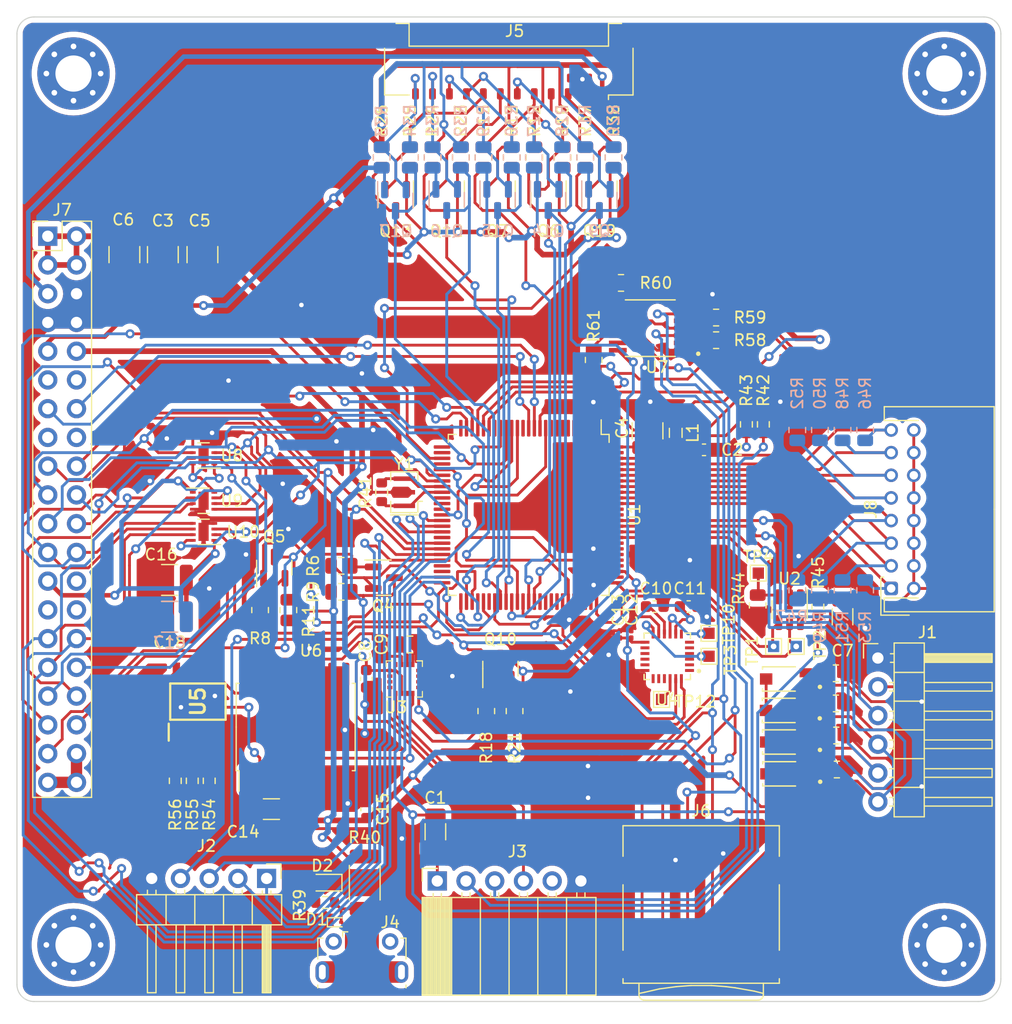
<source format=kicad_pcb>
(kicad_pcb (version 20211014) (generator pcbnew)
  (layers (0 "F.Cu" signal) (31 "B.Cu" signal) (34 "B.Paste" user) (35 "F.Paste" user) (36 "B.SilkS" user "B.Silkscreen") (37 "F.SilkS" user "F.Silkscreen") (38 "B.Mask" user) (39 "F.Mask" user) (44 "Edge.Cuts" user))
  (net 0 "")
  (net 1 "RESET")
  (net 2 "Net-(C1-Pad2)")
  (net 3 "GND")
  (net 4 "/2560/AREF")
  (net 5 "+5V")
  (net 6 "Net-(C4-Pad2)")
  (net 7 "+3.3V")
  (net 8 "Net-(C9-Pad1)")
  (net 9 "ACS_X_SP")
  (net 10 "Net-(D1-Pad2)")
  (net 11 "Net-(D2-Pad2)")
  (net 12 "MISO_3.3V")
  (net 13 "MOSI_3.3V")
  (net 14 "SCK_3.3V")
  (net 15 "TX_GPS")
  (net 16 "RX_GPS")
  (net 17 "RESET_GPS")
  (net 18 "TX0")
  (net 19 "RX0")
  (net 23 "EXT_PWR")
  (net 24 "CS_SD")
  (net 25 "ON{slash}OFF_iridium")
  (net 26 "3.3V_LOGIC")
  (net 27 "/2560/TX2")
  (net 28 "/2560/RX2")
  (net 29 "FC_TX3")
  (net 30 "FC_RX3")
  (net 31 "SCL")
  (net 32 "SDA")
  (net 33 "5V_COIL")
  (net 34 "PH_X")
  (net 35 "EN_X")
  (net 36 "PH_Y")
  (net 37 "EN_Y")
  (net 38 "PH_Z")
  (net 39 "EN_Z")
  (net 40 "/conn/3.3V_PAYLOAD")
  (net 41 "/conn/5V_PAYLOAD")
  (net 42 "DF_S_TX")
  (net 43 "DF_S_RX")
  (net 44 "PC4")
  (net 45 "PC5")
  (net 46 "DF_DSR")
  (net 47 "DF_CTS")
  (net 48 "DF_RI")
  (net 49 "DF_RTS")
  (net 50 "DF_DTR")
  (net 51 "NET_AVAILABLE")
  (net 52 "PC6")
  (net 54 "MISO_5V")
  (net 55 "MOSI_5V")
  (net 56 "SCK_5V")
  (net 57 "/GYRO/SDA")
  (net 58 "ACS_Y_SP")
  (net 59 "/GYRO/SCL")
  (net 60 "ACS_Z_SP")
  (net 61 "/GYRO/INT")
  (net 62 "/2560/PA4")
  (net 63 "/MAG/CS")
  (net 64 "/2560/PA0")
  (net 65 "/MAG/INT")
  (net 66 "/2560/PA1")
  (net 67 "/2560/PL0")
  (net 68 "PC7")
  (net 69 "PG0")
  (net 70 "PG1")
  (net 71 "PG2")
  (net 72 "/2560/ADCO")
  (net 73 "/2560/ADC4")
  (net 74 "/2560/ADC1")
  (net 75 "/2560/ADC5")
  (net 76 "/2560/ADC2")
  (net 77 "/2560/ADC6")
  (net 78 "/2560/ADC3")
  (net 79 "/2560/ADC7")
  (net 80 "DONE")
  (net 81 "WAKE")
  (net 82 "/2560/PG5")
  (net 89 "/2560/PH2")
  (net 91 "/2560/PB6")
  (net 92 "/2560/PB7")
  (net 93 "/2560/PH7")
  (net 94 "/2560/PG4")
  (net 95 "/2560/PL1")
  (net 96 "/2560/PL2")
  (net 97 "/2560/PL3")
  (net 98 "/2560/PL7")
  (net 103 "/conn/P_solar")
  (net 104 "/2560/PC3")
  (net 105 "Net-(R41-Pad1)")
  (net 112 "/2560/ADC15")
  (net 113 "/2560/ADC14")
  (net 114 "S1")
  (net 115 "S4")
  (net 116 "S3")
  (net 117 "S2")
  (net 118 "/2560/ADC9")
  (net 119 "/2560/ADC8")
  (net 126 "/GYRO/SDO")
  (net 127 "/GYRO/NCS")
  (net 128 "Net-(C10-Pad1)")
  (net 129 "Net-(R42-Pad1)")
  (net 131 "rst_ds")
  (net 132 "/2560/PA7")
  (net 133 "/2560/PA6")
  (net 134 "OUT2X")
  (net 135 "OUT1X")
  (net 136 "OUT2Y")
  (net 137 "OUT1Y")
  (net 138 "OUT2Z")
  (net 139 "/2560/PA5")
  (net 140 "DF_DCD")
  (net 141 "Net-(J5-Pad3)")
  (net 142 "Net-(R44-Pad1)")
  (net 143 "/conn/FC_TX3")
  (net 144 "/conn/FC_RX3")
  (net 145 "Net-(R43-Pad1)")
  (net 146 "Net-(R41-Pad2)")
  (net 147 "Net-(R54-Pad2)")
  (net 148 "Net-(R55-Pad2)")
  (net 149 "Net-(R56-Pad2)")
  (net 152 "CS_SD_3.3")
  (net 153 "Net-(R58-Pad1)")
  (net 154 "Net-(R59-Pad1)")
  (net 155 "Net-(R60-Pad1)")
  (net 156 "Net-(R61-Pad1)")
  (net 158 "OUT1Z")
  (net 159 "/conn/EXT")
  (net 160 "/conn/FC_TX1")
  (net 161 "/conn/FC_RX1")
  (footprint "Resistor_SMD:R_0805_2012Metric" (layer "F.Cu") (at 198.25 61.9125 -90)
    (fp_text reference "R15")
    (fp_text value "100K" hide)
  )
  (footprint "TestPoint:TestPoint_Pad_1.0x1.0mm" (layer "F.Cu") (at 218.196638 105.994476)
    (fp_text reference "TP3")
    (fp_text value "TP_smt_1x1" hide)
  )
  (footprint "TestPoint:TestPoint_Pad_1.0x1.0mm" (layer "F.Cu") (at 218.191114 103.966384)
    (fp_text reference "TP10")
    (fp_text value "TP_smt_1x1" hide)
  )
  (footprint "Package_TO_SOT_SMD:SOT-23" (layer "F.Cu") (at 189.4375 99.05)
    (fp_text reference "Q4")
    (fp_text value "BSS138" hide)
  )
  (footprint "Capacitor_SMD:C_1206_3216Metric" (layer "F.Cu") (at 230 102.5 90)
    (fp_text reference "C7")
    (fp_text value "0.1uF" hide)
  )
  (footprint "Capacitor_SMD:C_0201_0603Metric" (layer "F.Cu") (at 210.31429 104.059904 90)
    (fp_text reference "C13")
    (fp_text value "2.2uF" hide)
  )
  (footprint "Package_SON:WSON-8-1EP_2x2mm_P0.5mm_EP0.9x1.6mm" (layer "F.Cu") (at 173.5 95 180)
    (fp_text reference "U10")
    (fp_text value "DRV8837" hide)
  )
  (footprint "Capacitor_SMD:C_1210_3225Metric" (layer "F.Cu") (at 173.4 70.5 90)
    (fp_text reference "C5")
    (fp_text value "100nF" hide)
  )
  (footprint "Crystal:Resonator_SMD_Murata_CSTxExxV-3Pin_3.0x1.1mm" (layer "F.Cu") (at 191.25 91.5 90)
    (fp_text reference "Y1")
    (fp_text value "16Mhz" hide)
  )
  (footprint "Resistor_SMD:R_0805_2012Metric" (layer "F.Cu") (at 218.820393 76.062101)
    (fp_text reference "R59")
    (fp_text value "3.3K" hide)
  )
  (footprint "Resistor_SMD:R_0805_2012Metric" (layer "F.Cu") (at 193.75 61.9125 -90)
    (fp_text reference "R24")
    (fp_text value "100K" hide)
  )
  (footprint "Package_TO_SOT_SMD:SOT-23" (layer "F.Cu") (at 179.75 98.1625 90)
    (fp_text reference "Q5")
    (fp_text value "BSS138" hide)
  )
  (footprint "Resistor_SMD:R_0805_2012Metric" (layer "F.Cu") (at 207.25 61.9125 -90)
    (fp_text reference "R37")
    (fp_text value "10k" hide)
  )
  (footprint "Package_LGA:LGA-16_3x3mm_P0.5mm" (layer "F.Cu") (at 191.25 108 90)
    (fp_text reference "U3")
    (fp_text value "MMC5983MA" hide)
  )
  (footprint "LED_SMD:LED_0603_1608Metric" (layer "F.Cu") (at 184.25 126 180)
    (fp_text reference "D2")
    (fp_text value "LED_smd" hide)
  )
  (footprint "Connector_Card:microSD_HC_Wuerth_693072010801" (layer "F.Cu") (at 217.5 129.0775 180)
    (fp_text reference "J6")
    (fp_text value "Micro_SD_Card" hide)
  )
  (footprint "Capacitor_SMD:C_0603_1608Metric" (layer "F.Cu") (at 216.394118 101.601081)
    (fp_text reference "C11")
    (fp_text value "10nF" hide)
  )
  (footprint "Package_TO_SOT_SMD:SOT-23" (layer "F.Cu") (at 204 65.6625 -90)
    (fp_text reference "Q6")
    (fp_text value "BSS138" hide)
  )
  (footprint "Capacitor_SMD:C_0805_2012Metric" (layer "F.Cu") (at 191.740269 104.947196)
    (fp_text reference "C9")
    (fp_text value "10uF" hide)
  )
  (footprint "Connector_PinHeader_2.54mm:PinHeader_1x06_P2.54mm_Horizontal" (layer "F.Cu") (at 233.125 106.15)
    (fp_text reference "J1")
    (fp_text value "Conn_01x06_Male")
  )
  (footprint "Resistor_SMD:R_0603_1608Metric" (layer "F.Cu") (at 223 85.5 -90)
    (fp_text reference "R42")
    (fp_text value "1K" hide)
  )
  (footprint "Package_TO_SOT_SMD:SOT-23" (layer "F.Cu") (at 199.5 65.6625 -90)
    (fp_text reference "Q7")
    (fp_text value "BSS138" hide)
  )
  (footprint "Resistor_SMD:R_0805_2012Metric" (layer "F.Cu") (at 222.5 101.5 -90)
    (fp_text reference "R44")
    (fp_text value "8.87K" hide)
  )
  (footprint "Resistor_SMD:R_0805_2012Metric" (layer "F.Cu") (at 200.75 61.9125 90)
    (fp_text reference "R13")
    (fp_text value "100K" hide)
  )
  (footprint "Capacitor_SMD:C_1210_3225Metric" (layer "F.Cu") (at 170.5 102.5)
    (fp_text reference "C18")
    (fp_text value "100nF" hide)
  )
  (footprint "Package_TO_SOT_SMD:SOT-23" (layer "F.Cu") (at 195 65.6625 -90)
    (fp_text reference "Q12")
    (fp_text value "BSS138" hide)
  )
  (footprint "Package_QFP:TQFP-100_14x14mm_P0.5mm" (layer "F.Cu") (at 202.25 93.5 -90)
    (fp_text reference "U1")
    (fp_text value "ATmega2560-16A" hide)
  )
  (footprint "temt6000:TRANS_TEMT6000X01" (layer "F.Cu") (at 224.986557 110.779792 180)
    (fp_text reference "Q2" hide)
    (fp_text value "TEMT6000X01" hide)
  )
  (footprint "Resistor_SMD:R_2010_5025Metric" (layer "F.Cu") (at 187.75 126 90)
    (fp_text reference "R40")
    (fp_text value "10m" hide)
  )
  (footprint "Package_TO_SOT_SMD:SOT-23" (layer "F.Cu") (at 190.5 65.6625 -90)
    (fp_text reference "Q13")
    (fp_text value "BSS138" hide)
  )
  (footprint "Capacitor_SMD:C_1210_3225Metric" (layer "F.Cu") (at 169.9 70.5 90)
    (fp_text reference "C3")
    (fp_text value "100nF" hide)
  )
  (footprint "Package_SON:WSON-8-1EP_2x2mm_P0.5mm_EP0.9x1.6mm" (layer "F.Cu") (at 173.5 88.25 180)
    (fp_text reference "U8")
    (fp_text value "DRV8837" hide)
  )
  (footprint "Resistor_SMD:R_0805_2012Metric" (layer "F.Cu") (at 202.75 61.9125 -90)
    (fp_text reference "R12")
    (fp_text value "100K" hide)
  )
  (footprint "74LVC125APW:SOP65P640X120-14N" (layer "F.Cu") (at 213 77 180)
    (fp_text reference "U7")
    (fp_text value "SN74LVC125APWT")
  )
  (footprint "ICM-20689:QFN50P400X400X95-24N" (layer "F.Cu") (at 214.5 106 180)
    (fp_text reference "U4")
    (fp_text value "ICM-20689")
  )
  (footprint "Connector_PinSocket_2.54mm:PinSocket_1x06_P2.54mm_Horizontal" (layer "F.Cu") (at 194.165 125.85 90)
    (fp_text reference "J3")
    (fp_text value "Conn_01x06_Female" hide)
  )
  (footprint "Diode_SMD:D_SOD-923" (layer "F.Cu") (at 185.25 129.5)
    (fp_text reference "D1")
    (fp_text value "ESD9B5.0ST5G" hide)
  )
  (footprint "Resistor_SMD:R_0603_1608Metric" (layer "F.Cu") (at 174 117 90)
    (fp_text reference "R54")
    (fp_text value "4.7K" hide)
  )
  (footprint "Package_TO_SOT_SMD:SOT-23" (layer "F.Cu") (at 208.5 65.6625 -90)
    (fp_text reference "Q19")
    (fp_text value "BSS138" hide)
  )
  (footprint "Package_TO_SOT_SMD:SOT-23-6" (layer "F.Cu") (at 225.319279 101.878143 -90)
    (fp_text reference "U2")
    (fp_text value "TPL5010" hide)
  )
  (footprint "AT24C32D:SOIC127P600X175-8N" (layer "F.Cu") (at 173 110 90)
    (fp_text reference "U5")
    (fp_text value "AT24C32D-SSHM-B" hide)
  )
  (footprint "Resistor_SMD:R_0603_1608Metric" (layer "F.Cu") (at 221.5 85.5 -90)
    (fp_text reference "R43")
    (fp_text value "1K" hide)
  )
  (footprint "Resistor_SMD:R_0805_2012Metric" (layer "F.Cu") (at 201 110.8375 90)
    (fp_text reference "R21")
    (fp_text value "10k" hide)
  )
  (footprint "Resistor_SMD:R_0805_2012Metric" (layer "F.Cu") (at 229.4125 107.5)
    (fp_text reference "R1" hide)
    (fp_text value "10K" hide)
  )
  (footprint "Connector_PinHeader_2.54mm:PinHeader_1x05_P2.54mm_Horizontal" (layer "F.Cu") (at 179.075 125.625 -90)
    (fp_text reference "J2")
    (fp_text value "Conn_01x05_Male" hide)
  )
  (footprint "Capacitor_SMD:C_1210_3225Metric" (layer "F.Cu") (at 166.5 70.5 90)
    (fp_text reference "C6")
    (fp_text value "100nF" hide)
  )
  (footprint "Resistor_SMD:R_0805_2012Metric" (layer "F.Cu") (at 196.25 61.9125 90)
    (fp_text reference "R23")
    (fp_text value "100K" hide)
  )
  (footprint "MountingHole:MountingHole_3.2mm_M3_Pad_Via" (layer "F.Cu") (at 162 54.5)
    (fp_text reference "H3" hide)
    (fp_text value "MountingHole" hide)
  )
  (footprint "Connector_Molex:Molex_Pico-Lock_504050-1291_1x12-1MP_P1.50mm_Horizontal" (layer "F.Cu") (at 200.49 53.5 180)
    (fp_text reference "J5")
    (fp_text value "Conn_01x12_Male" hide)
  )
  (footprint "Resistor_SMD:R_0805_2012Metric" (layer "F.Cu") (at 185.6875 100.3)
    (fp_text reference "R9")
    (fp_text value "10k" hide)
  )
  (footprint "Resistor_SMD:R_0603_1608Metric" (layer "F.Cu") (at 184.25 127.75)
    (fp_text reference "R39")
    (fp_text value "330" hide)
  )
  (footprint "Resistor_SMD:R_0805_2012Metric" (layer "F.Cu") (at 191.75 61.9125 90)
    (fp_text reference "R25")
    (fp_text value "100K" hide)
  )
  (footprint "Connector_PinHeader_2.54mm:PinHeader_2x20_P2.54mm_Vertical" (layer "F.Cu") (at 159.725 68.875)
    (fp_text reference "J7")
    (fp_text value "Conn_02x20_Odd_Even" hide)
  )
  (footprint "Capacitor_SMD:C_0603_1608Metric" (layer "F.Cu") (at 217.75 87.75 180)
    (fp_text reference "C2")
    (fp_text value "100nF" hide)
  )
  (footprint "Resistor_SMD:R_0805_2012Metric" (layer "F.Cu") (at 218.820393 78.062101)
    (fp_text reference "R58")
    (fp_text value "3.3K" hide)
  )
  (footprint "Inductor_SMD:L_0805_2012Metric" (layer "F.Cu") (at 215.25 86.25 90)
    (fp_text reference "L1")
    (fp_text value "10uH" hide)
  )
  (footprint "Capacitor_SMD:C_0603_1608Metric" (layer "F.Cu") (at 187.920249 119.513351 -90)
    (fp_text reference "C15")
    (fp_text value "1uF" hide)
  )
  (footprint "temt6000:TRANS_TEMT6000X01" (layer "F.Cu") (at 225.024579 116.382787 180)
    (fp_text reference "Q8" hide)
    (fp_text value "TEMT6000X01" hide)
  )
  (footprint "MountingHole:MountingHole_3.2mm_M3_Pad_Via" (layer "F.Cu") (at 162 131.5)
    (fp_text reference "H1" hide)
    (fp_text value "MountingHole" hide)
  )
  (footprint "Package_SO:SOIC-16W_7.5x10.3mm_P1.27mm" (layer "F.Cu") (at 181.645015 112.244818 90)
    (fp_text reference "U6")
    (fp_text value "DS3231M" hide)
  )
  (footprint "TestPoint:TestPoint_THTPad_1.0x1.0mm_Drill0.5mm" (layer "F.Cu") (at 223.902995 105.123648 180)
    (fp_text reference "TP1")
    (fp_text value "TP_1x1" hide)
  )
  (footprint "Capacitor_SMD:C_1210_3225Metric" (layer "F.Cu") (at 212.756222 86.07131 -90)
    (fp_text reference "C4")
    (fp_text value "100nF" hide)
  )
  (footprint "TestPoint:TestPoint_THTPad_1.0x1.0mm_Drill0.5mm" (layer "F.Cu") (at 225.902995 105.123648 180)
    (fp_text reference "TP2")
    (fp_text value "TP_1x1" hide)
  )
  (footprint "Resistor_SMD:R_0805_2012Metric" (layer "F.Cu") (at 229.44959 112.995906)
    (fp_text reference "R3" hide)
    (fp_text value "10K" hide)
  )
  (footprint "Resistor_SMD:R_0805_2012Metric" (layer "F.Cu") (at 209.75 61.9125 90)
    (fp_text reference "R38")
    (fp_text value "10K" hide)
  )
  (footprint "Resistor_SMD:R_0603_1608Metric" (layer "F.Cu") (at 189.25 91.5 90)
    (fp_text reference "R41")
    (fp_text value "1M" hide)
  )
  (footprint "Capacitor_SMD:C_0603_1608Metric" (layer "F.Cu") (at 213.394118 101.601081)
    (fp_text reference "C10")
    (fp_text value "0.47uF" hide)
  )
  (footprint "Resistor_SMD:R_0805_2012Metric" (layer "F.Cu") (at 229.416716 110.161309)
    (fp_text reference "R2" hide)
    (fp_text value "10K" hide)
  )
  (footprint "Capacitor_SMD:C_1206_3216Metric" (layer "F.Cu") (at 179.5 119.5)
    (fp_text reference "C14")
    (fp_text value "0.1uF" hide)
  )
  (footprint "Connector_USB:USB_Micro-B_Molex-105017-0001" (layer "F.Cu") (at 187.5 132.66)
    (fp_text reference "J4")
    (fp_text value "USB_B" hide)
  )
  (footprint "Resistor_SMD:R_0805_2012Metric" (layer "F.Cu") (at 205.25 61.9125 90)
    (fp_text reference "R10")
    (fp_text value "100K" hide)
  )
  (footprint "Resistor_SMD:R_0805_2012Metric" (layer "F.Cu") (at 185.6875 98 180)
    (fp_text reference "R6")
    (fp_text value "10K" hide)
  )
  (footprint "Resistor_SMD:R_0805_2012Metric" (layer "F.Cu") (at 207.998807 79.808396 -90)
    (fp_text reference "R61")
    (fp_text value "3.3K" hide)
  )
  (footprint "Capacitor_SMD:C_1206_3216Metric" (layer "F.Cu") (at 194 121.5 -90)
    (fp_text reference "C1")
    (fp_text value "0.1uF" hide)
  )
  (footprint "MountingHole:MountingHole_3.2mm_M3_Pad_Via" (layer "F.Cu") (at 239 131.5)
    (fp_text reference "H4" hide)
    (fp_text value "MountingHole" hide)
  )
  (footprint "TestPoint:TestPoint_Pad_1.0x1.0mm" (layer "F.Cu") (at 214 109.809003)
    (fp_text reference "TP12")
    (fp_text value "TP_smt_1x1" hide)
  )
  (footprint "Resistor_SMD:R_0603_1608Metric" (layer "F.Cu") (at 227.819279 101.628143 90)
    (fp_text reference "R45")
    (fp_text value "10K" hide)
  )
  (footprint "Capacitor_SMD:C_0201_0603Metric" (layer "F.Cu") (at 211.31429 104.059904 90)
    (fp_text reference "C12")
    (fp_text value "2.2uF" hide)
  )
  (footprint "Resistor_SMD:R_0805_2012Metric" (layer "F.Cu") (at 229.5 116)
    (fp_text reference "R4" hide)
    (fp_text value "10K" hide)
  )
  (footprint "Resistor_SMD:R_0805_2012Metric" (layer "F.Cu") (at 189.25 61.9125 -90)
    (fp_text reference "R26")
    (fp_text value "100K" hide)
  )
  (footprint "Capacitor_SMD:C_0603_1608Metric" (layer "F.Cu") (at 187.892011 107.986391 -90)
    (fp_text reference "C8")
    (fp_text value "1uF" hide)
  )
  (footprint "temt6000:TRANS_TEMT6000X01" (layer "F.Cu") (at 225.001895 113.569948 180)
    (fp_text reference "Q3" hide)
    (fp_text value "TEMT6000X01" hide)
  )
  (footprint "Resistor_SMD:R_0805_2012Metric" (layer "F.Cu") (at 181 101.9125 90)
    (fp_text reference "R11")
    (fp_text value "10k" hide)
  )
  (footprint "Resistor_SMD:R_0805_2012Metric" (layer "F.Cu") (at 198.5 110.8375 -90)
    (fp_text reference "R18")
    (fp_text value "10K" hide)
  )
  (footprint "Package_TO_SOT_SMD:SOT-23" (layer "F.Cu") (at 199.75 107.0875 90)
    (fp_text reference "Q10")
    (fp_text value "BSS138" hide)
  )
  (footprint "Resistor_SMD:R_0603_1608Metric" (layer "F.Cu") (at 171 117 90)
    (fp_text reference "R56")
    (fp_text value "4.7K" hide)
  )
  (footprint "Resistor_SMD:R_0603_1608Metric" (layer "F.Cu") (at 172.5 117 90)
    (fp_text reference "R55")
    (fp_text value "4.7K" hide)
  )
  (footprint "Connector_JST:JST_PHD_S16B-PHDSS_2x08_P2.00mm_Horizontal" (layer "F.Cu") (at 234.3 100 90)
    (fp_text reference "J8")
    (fp_text value "Conn_01x16_Male" hide)
  )
  (footprint "TestPoint:TestPoint_Pad_1.0x1.0mm" (layer "F.Cu") (at 222.552451 98.647065)
    (fp_text reference "TP4")
    (fp_text value "TP_smt_1x1" hide)
  )
  (footprint "temt6000:TRANS_TEMT6000X01" (layer "F.Cu") (at 225 108 180)
    (fp_text reference "Q1" hide)
    (fp_text value "TEMT6000X01" hide)
  )
  (footprint "Capacitor_SMD:C_1210_3225Metric" (layer "F.Cu") (at 170.5 99.25)
    (fp_text reference "C16")
    (fp_text value "100nF" hide)
  )
  (footprint "Resistor_SMD:R_0805_2012Metric" (layer "F.Cu") (at 210.4125 73)
    (fp_text reference "R60")
    (fp_text value "3.3K" hide)
  )
  (footprint "Resistor_SMD:R_0805_2012Metric" (layer "F.Cu") (at 178.5 101.9125 -90)
    (fp_text reference "R8")
    (fp_text value "10K" hide)
  )
  (footprint "Package_SON:WSON-8-1EP_2x2mm_P0.5mm_EP0.9x1.6mm" (layer "F.Cu") (at 173.5 92.25)
    (fp_text reference "U9")
    (fp_text value "DRV8837" hide)
  )
  (footprint "MountingHole:MountingHole_3.2mm_M3_Pad_Via" (layer "F.Cu") (at 239 54.5)
    (fp_text reference "H2" hide)
    (fp_text value "MountingHole" hide)
  )
  (footprint "Resistor_SMD:R_0805_2012Metric" (layer "B.Cu") (at 200.75 61.9125 -90)
    (fp_text reference "R30")
    (fp_text value "100K" hide)
  )
  (footprint "Resistor_SMD:R_0805_2012Metric" (layer "B.Cu") (at 202.70625 61.9125 90)
    (fp_text reference "R27")
    (fp_text value "100K" hide)
  )
  (footprint "Resistor_SMD:R_0805_2012Metric" (layer "B.Cu") (at 230 100.1625 90)
    (fp_text reference "R51")
    (fp_text value "10K" hide)
  )
  (footprint "Resistor_SMD:R_0805_2012Metric" (layer "B.Cu") (at 209.75 61.9125 -90)
    (fp_text reference "R20")
    (fp_text value "100K" hide)
  )
  (footprint "Resistor_SMD:R_0805_2012Metric" (layer "B.Cu") (at 189.25 61.9125 90)
    (fp_text reference "R33")
    (fp_text value "100K" hide)
  )
  (footprint "Package_TO_SOT_SMD:SOT-23" (layer "B.Cu") (at 203.95625 65.6625 -90)
    (fp_text reference "Q14")
    (fp_text value "BSS138" hide)
  )
  (footprint "Package_TO_SOT_SMD:SOT-23" (layer "B.Cu") (at 199.5 65.6625 -90)
    (fp_text reference "Q15")
    (fp_text value "BSS138" hide)
  )
  (footprint "Capacitor_SMD:C_1210_3225Metric" (layer "B.Cu") (at 170.5 102.5)
    (fp_text reference "C17")
    (fp_text value "100nF" hide)
  )
  (footprint "Resistor_SMD:R_0805_2012Metric" (layer "B.Cu") (at 226 86 -90)
    (fp_text reference "R52")
    (fp_text value "10K" hide)
  )
  (footprint "Resistor_SMD:R_0805_2012Metric" (layer "B.Cu") (at 226 100.1625 90)
    (fp_text reference "R47")
    (fp_text value "10K" hide)
  )
  (footprint "Resistor_SMD:R_0805_2012Metric" (layer "B.Cu") (at 230 86 -90)
    (fp_text reference "R48")
    (fp_text value "10K" hide)
  )
  (footprint "Resistor_SMD:R_0805_2012Metric" (layer "B.Cu") (at 191.75 61.9125 -90)
    (fp_text reference "R34")
    (fp_text value "100K" hide)
  )
  (footprint "Resistor_SMD:R_0805_2012Metric" (layer "B.Cu") (at 228 100.1625 90)
    (fp_text reference "R49")
    (fp_text value "10K" hide)
  )
  (footprint "Resistor_SMD:R_0805_2012Metric" (layer "B.Cu") (at 196.25 61.9125 -90)
    (fp_text reference "R32")
    (fp_text value "100K" hide)
  )
  (footprint "Package_TO_SOT_SMD:SOT-23" (layer "B.Cu") (at 208.5 65.6625 -90)
    (fp_text reference "Q9")
    (fp_text value "BSS138" hide)
  )
  (footprint "Resistor_SMD:R_0805_2012Metric" (layer "B.Cu") (at 198.25 61.9125 90)
    (fp_text reference "R29")
    (fp_text value "100K" hide)
  )
  (footprint "Resistor_SMD:R_0805_2012Metric" (layer "B.Cu") (at 193.75 61.9125 90)
    (fp_text reference "R31")
    (fp_text value "100K" hide)
  )
  (footprint "Package_TO_SOT_SMD:SOT-23" (layer "B.Cu") (at 190.45 65.725 -90)
    (fp_text reference "Q17")
    (fp_text value "BSS138" hide)
  )
  (footprint "Resistor_SMD:R_0805_2012Metric" (layer "B.Cu") (at 205.20625 61.9125 -90)
    (fp_text reference "R28")
    (fp_text value "100K" hide)
  )
  (footprint "Resistor_SMD:R_0805_2012Metric" (layer "B.Cu") (at 228 86 -90)
    (fp_text reference "R50")
    (fp_text value "10K" hide)
  )
  (footprint "Package_TO_SOT_SMD:SOT-23" (layer "B.Cu") (at 195 65.6625 -90)
    (fp_text reference "Q16")
    (fp_text value "BSS138" hide)
  )
  (footprint "Resistor_SMD:R_0805_2012Metric" (layer "B.Cu") (at 232 86 -90)
    (fp_text reference "R46")
    (fp_text value "10K" hide)
  )
  (footprint "Resistor_SMD:R_0805_2012Metric" (layer "B.Cu") (at 207.25 61.9125 90)
    (fp_text reference "R17")
    (fp_text value "100K" hide)
  )
  (footprint "Resistor_SMD:R_0805_2012Metric" (layer "B.Cu") (at 232 100.1625 90)
    (fp_text reference "R53")
    (fp_text value "10K" hide)
  )
  (gr_arc (start 244 134.5) (mid 243.414214 135.914214) (end 242 136.5) (layer "Edge.Cuts") (width 0.1))
  (gr_line (start 157 135) (end 157 51) (layer "Edge.Cuts") (width 0.1))
  (gr_line (start 244 51) (end 244 134.5) (layer "Edge.Cuts") (width 0.1))
  (gr_arc (start 157 51) (mid 157.43934 49.93934) (end 158.5 49.5) (layer "Edge.Cuts") (width 0.1))
  (gr_arc (start 158.5 136.5) (mid 157.43934 136.06066) (end 157 135) (layer "Edge.Cuts") (width 0.1))
  (gr_arc (start 242.5 49.5) (mid 243.56066 49.93934) (end 244 51) (layer "Edge.Cuts") (width 0.1))
  (gr_line (start 242 136.5) (end 158.5 136.5) (layer "Edge.Cuts") (width 0.1))
  (gr_line (start 158.5 49.5) (end 242.5 49.5) (layer "Edge.Cuts") (width 0.1))
  (segment (start 227.819279 102.453143) (end 227.819279 105.680721) (width 0.25) (layer "F.Cu") (net 1))
  (segment (start 194 120.025) (end 192.025 120.025) (width 0.25) (layer "F.Cu") (net 1))
  (segment (start 226.269279 103.015643) (end 227.256779 103.015643) (width 0.25) (layer "F.Cu") (net 1))
  (segment (start 194.5875 89.5) (end 195.5 89.5) (width 0.25) (layer "F.Cu") (net 1))
  (segment (start 196 90) (end 196 90.052765) (width 0.25) (layer "F.Cu") (net 1))
  (segment (start 227.256779 103.015643) (end 227.819279 102.453143) (width 0.25) (layer "F.Cu") (net 1))
  (segment (start 196 90.052765) (end 195.941511 90.111254) (width 0.25) (layer "F.Cu") (net 1))
  (segment (start 195.5 89.5) (end 196 90) (width 0.25) (layer "F.Cu") (net 1))
  (via (at 192 120) (size 0.8) (drill 0.4) (layers "F.Cu" "B.Cu") (net 1))
  (via (at 227.819279 105.680721) (size 0.8) (drill 0.4) (layers "F.Cu" "B.Cu") (net 1))
  (via (at 195.941511 90.111254) (size 0.8) (drill 0.4) (layers "F.Cu" "B.Cu") (net 1))
  (segment (start 190.85 100.286396) (end 191.943198 99.193198) (width 0.25) (layer "B.Cu") (net 1))
  (segment (start 198.25 92.25) (end 198 92) (width 0.25) (layer "B.Cu") (net 1))
  (segment (start 190.431802 118.431802) (end 192 120) (width 0.25) (layer "B.Cu") (net 1))
  (segment (start 198.25 94.25) (end 198.25 92.25) (width 0.25) (layer "B.Cu") (net 1))
  (segment (start 190.431802 114.931802) (end 190.431802 114.481802) (width 0.25) (layer "B.Cu") (net 1))
  (segment (start 190.431802 114.481802) (end 190.85 114.063604) (width 0.25) (layer "B.Cu") (net 1))
  (segment (start 222.5 122) (end 222.5 123.186396) (width 0.25) (layer "B.Cu") (net 1))
  (segment (start 194.875 97.625) (end 198.25 94.25) (width 0.25) (layer "B.Cu") (net 1))
  (segment (start 222.5 123.186396) (end 217.186396 128.5) (width 0.25) (layer "B.Cu") (net 1))
  (segment (start 190.85 114.063604) (end 190.85 100.85) (width 0.25) (layer "B.Cu") (net 1))
  (segment (start 217.186396 128.5) (end 193.5 128.5) (width 0.25) (layer "B.Cu") (net 1))
  (segment (start 197 92) (end 195.941511 90.941511) (width 0.25) (layer "B.Cu") (net 1))
  (segment (start 222.5 111) (end 222.5 122) (width 0.25) (layer "B.Cu") (net 1))
  (segment (start 198 92) (end 197 92) (width 0.25) (layer "B.Cu") (net 1))
  (segment (start 191.943198 99.193198) (end 193.511396 97.625) (width 0.25) (layer "B.Cu") (net 1))
  (segment (start 190.431802 114.931802) (end 190.431802 118.431802) (width 0.25) (layer "B.Cu") (net 1))
  (segment (start 195.941511 90.941511) (end 195.941511 90.111254) (width 0.25) (layer "B.Cu") (net 1))
  (segment (start 192 127) (end 192 120) (width 0.25) (layer "B.Cu") (net 1))
  (segment (start 193.5 128.5) (end 192 127) (width 0.25) (layer "B.Cu") (net 1))
  (segment (start 190.85 100.85) (end 190.85 100.286396) (width 0.25) (layer "B.Cu") (net 1))
  (segment (start 193.511396 97.625) (end 194.875 97.625) (width 0.25) (layer "B.Cu") (net 1))
  (segment (start 227.819279 105.680721) (end 222.5 111) (width 0.25) (layer "B.Cu") (net 1))
  (segment (start 194.165 123.14) (end 194 122.975) (width 0.25) (layer "F.Cu") (net 2))
  (segment (start 194.165 125.85) (end 194.165 123.14) (width 0.25) (layer "F.Cu") (net 2))
  (segment (start 237 117.5) (end 236.825 117.675) (width 0.25) (layer "F.Cu") (net 3))
  (segment (start 230.499205 112.995906) (end 232.503299 115) (width 0.25) (layer "F.Cu") (net 3))
  (segment (start 232.667907 112.5) (end 237 112.5) (width 0.25) (layer "F.Cu") (net 3))
  (segment (start 218.525 87.75) (end 219 88.225) (width 0.25) (layer "F.Cu") (net 3))
  (segment (start 174.45 87.5) (end 174 87.5) (width 0.25) (layer "F.Cu") (net 3))
  (segment (start 237 112.5) (end 237 115) (width 0.25) (layer "F.Cu") (net 3))
  (segment (start 213 74.5) (end 211.85 75.65) (width 0.25) (layer "F.Cu") (net 3))
  (segment (start 201.75 101.1625) (end 201.75 102.25) (width 0.25) (layer "F.Cu") (net 3))
  (segment (start 181 94.75) (end 180.237347 95.512653) (width 0.25) (layer "F.Cu") (net 3))
  (segment (start 236.825 117.675) (end 232.675 117.675) (width 0.25) (layer "F.Cu") (net 3))
  (segment (start 204 102.5) (end 205.561643 102.5) (width 0.25) (layer "F.Cu") (net 3))
  (segment (start 212 102.5) (end 211.31429 103.18571) (width 0.25) (layer "F.Cu") (net 3))
  (segment (start 181.010015 107.594818) (end 186.090015 107.594818) (width 0.25) (layer "F.Cu") (net 3))
  (segment (start 217.169118 101.601081) (end 217.169118 101.669118) (width 0.25) (layer "F.Cu") (net 3))
  (segment (start 172.365 107.3) (end 172.365 107.615) (width 0.25) (layer "F.Cu") (net 3))
  (segment (start 211.3 78.3) (end 212.5 79.5) (width 0.25) (layer "F.Cu") (net 3))
  (segment (start 213.75 103.25) (end 213 102.5) (width 0.25) (layer "F.Cu") (net 3))
  (segment (start 209.760096 103.739904) (end 209.760096 104.239904) (width 0.25) (layer "F.Cu") (net 3))
  (segment (start 211.31429 103.739904) (end 210.31429 103.739904) (width 0.25) (layer "F.Cu") (net 3))
  (segment (start 230.325 107.793604) (end 232.531396 110) (width 0.25) (layer "F.Cu") (net 3))
  (segment (start 203.25 84.75) (end 204.25 83.75) (width 0.25) (layer "F.Cu") (net 3))
  (segment (start 203.25 85.8375) (end 203.25 84.75) (width 0.25) (layer "F.Cu") (net 3))
  (segment (start 201.75 102.25) (end 202 102.5) (width 0.25) (layer "F.Cu") (net 3))
  (segment (start 194.5875 90.5) (end 193.25 90.5) (width 0.25) (layer "F.Cu") (net 3))
  (segment (start 209 88) (end 209.9125 88) (width 0.25) (layer "F.Cu") (net 3))
  (segment (start 190 106) (end 188.5 104.5) (width 0.25) (layer "F.Cu") (net 3))
  (segment (start 205.561643 102.5) (end 205.832403 102.77076) (width 0.25) (layer "F.Cu") (net 3))
  (segment (start 214.130817 76.630817) (end 214.5 77) (width 0.25) (layer "F.Cu") (net 3))
  (segment (start 172.365 107.615) (end 174.25 109.5) (width 0.25) (layer "F.Cu") (net 3))
  (segment (start 178.261396 86.761396) (end 178.261396 87.988604) (width 0.25) (layer "F.Cu") (net 3))
  (segment (start 187.892011 109.392011) (end 187.75 109.534022) (width 0.25) (layer "F.Cu") (net 3))
  (segment (start 188.5 104.5) (end 188.5 104) (width 0.25) (layer "F.Cu") (net 3))
  (segment (start 213.137595 76.35) (end 213.418412 76.630817) (width 0.25) (layer "F.Cu") (net 3))
  (segment (start 224.275 88.225) (end 224.5 88) (width 0.25) (layer "F.Cu") (net 3))
  (segment (start 179.75 121.225) (end 190.157727 121.225) (width 0.25) (layer "F.Cu") (net 3))
  (segment (start 211.85 75.65) (end 211.85 76.35) (width 0.25) (layer "F.Cu") (net 3))
  (segment (start 188.5 89.5) (end 188.346657 89.653343) (width 0.25) (layer "F.Cu") (net 3))
  (segment (start 215.87 75.05) (end 215.32 74.5) (width 0.25) (layer "F.Cu") (net 3))
  (segment (start 192 106.725) (end 192 105.826394) (width 0.25) (layer "F.Cu") (net 3))
  (segment (start 184 124.5) (end 183 124.5) (width 0.25) (layer "F.Cu") (net 3))
  (segment (start 184.83 129.5) (end 183 129.5) (width 0.25) (layer "F.Cu") (net 3))
  (segment (start 217.169118 101.669118) (end 218 102.5) (width 0.25) (layer "F.Cu") (net 3))
  (segment (start 214.5 77) (end 215.87 77) (width 0.25) (layer "F.Cu") (net 3))
  (segment (start 224.5 88) (end 224.5 83.5) (width 0.25) (layer "F.Cu") (net 3))
  (segment (start 231 116) (end 230.4125 116) (width 0.25) (layer "F.Cu") (net 3))
  (segment (start 219 88.225) (end 224.275 88.225) (width 0.25) (layer "F.Cu") (net 3))
  (segment (start 215 100.5) (end 216.068037 100.5) (width 0.25) (layer "F.Cu") (net 3))
  (segment (start 172.55 93) (end 173 93) (width 0.25) (layer "F.Cu") (net 3))
  (segment (start 186.064135 105.299469) (end 182.869623 105.299469) (width 0.25) (layer "F.Cu") (net 3))
  (segment (start 232.503299 115) (end 237 115) (width 0.25) (layer "F.Cu") (net 3))
  (segment (start 216.068037 100.5) (end 217.169118 101.601081) (width 0.25) (layer "F.Cu") (net 3))
  (segment (start 193.25 90.5) (end 192.25 89.5) (width 0.25) (layer "F.Cu") (net 3))
  (segment (start 211.31429 103.18571) (end 211.31429 103.739904) (width 0.25) (layer "F.Cu") (net 3))
  (segment (start 204.579956 83.420044) (end 211.579956 83.420044) (width 0.25) (layer "F.Cu") (net 3))
  (segment (start 187.363604 104) (end 186.064135 105.299469) (width 0.25) (layer "F.Cu") (net 3))
  (segment (start 212.5 79.5) (end 212.5 80.5) (width 0.25) (layer "F.Cu") (net 3))
  (segment (start 188.346657 86.153343) (end 188.5 86) (width 0.25) (layer "F.Cu") (net 3))
  (segment (start 230.325 107.5) (end 230.325 107.793604) (width 0.25) (layer "F.Cu") (net 3))
  (segment (start 230.329216 110.161309) (end 232.667907 112.5) (width 0.25) (layer "F.Cu") (net 3))
  (segment (start 166.5 88.25) (end 168.75 90.5) (width 0.25) (layer "F.Cu") (net 3))
  (segment (start 212.35 76.35) (end 213.137595 76.35) (width 0.25) (layer "F.Cu") (net 3))
  (segment (start 232.675 117.675) (end 231 116) (width 0.25) (layer "F.Cu") (net 3))
  (segment (start 191 106.021174) (end 190.978826 106) (width 0.25) (layer "F.Cu") (net 3))
  (segment (start 177.75 86.25) (end 178.261396 86.761396) (width 0.25) (layer "F.Cu") (net 3))
  (segment (start 209.9125 97) (end 208.48156 97) (width 0.25) (layer "F.Cu") (net 3))
  (segment (start 213.418412 76.630817) (end 214.130817 76.630817) (width 0.25) (layer "F.Cu") (net 3))
  (segment (start 209.760096 104.239904) (end 209 105) (width 0.25) (layer "F.Cu") (net 3))
  (segment (start 192.25 89.5) (end 188.5 89.5) (width 0.25) (layer "F.Cu") (net 3))
  (segment (start 185.0375 126) (end 185.0375 125.5375) (width 0.25) (layer "F.Cu") (net 3))
  (segment (start 211.579956 83.420044) (end 212.920044 83.420044) (width 0.25) (layer "F.Cu") (net 3))
  (segment (start 190.978826 106) (end 190 106) (width 0.25) (layer "F.Cu") (net 3))
  (segment (start 187.75 109.534022) (end 187.75 110.25) (width 0.25) (layer "F.Cu") (net 3))
  (segment (start 174.25 109.5) (end 174.5 109.5) (width 0.25) (layer "F.Cu") (net 3))
  (segment (start 237 110) (end 237 112.5) (width 0.25) (layer "F.Cu") (net 3))
  (segment (start 183 124.5) (end 182 125.5) (width 0.25) (layer "F.Cu") (net 3))
  (segment (start 185.0375 125.5375) (end 184 124.5) (width 0.25) (layer "F.Cu") (net 3))
  (segment (start 211.85 76.35) (end 212.35 76.35) (width 0.25) (layer "F.Cu") (net 3))
  (segment (start 207.967576 96.486016) (end 207.967576 89.032424) (width 0.25) (layer "F.Cu") (net 3))
  (segment (start 237 115) (end 237 117.5) (width 0.25) (layer "F.Cu") (net 3))
  (segment (start 191 106.725) (end 191 106.021174) (width 0.25) (layer "F.Cu") (net 3))
  (segment (start 212.920044 83.420044) (end 213 83.5) (width 0.25) (layer "F.Cu") (net 3))
  (segment (start 186.090015 116.894818) (end 182.280015 116.894818) (width 0.25) (layer "F.Cu") (net 3))
  (segment (start 210.13 76.35) (end 211.85 76.35) (width 0.25) (layer "F.Cu") (net 3))
  (segment (start 209 105) (end 209 105.550923) (width 0.25) (layer "F.Cu") (net 3))
  (segment (start 192 105.826394) (end 192.670808 105.155586) (width 0.25) (layer "F.Cu") (net 3))
  (segment (start 188.346657 89.653343) (end 188.346657 86.153343) (width 0.25) (layer "F.Cu") (net 3))
  (segment (start 186.5 81) (end 182.152358 76.652358) (width 0.25) (layer "F.Cu") (net 3))
  (segment (start 215.32 74.5) (end 213 74.5) (width 0.25) (layer "F.Cu") (net 3))
  (segment (start 174.45 94.25) (end 174 94.25) (width 0.25) (layer "F.Cu") (net 3))
  (segment (start 210.31429 103.739904) (end 209.760096 103.739904) (width 0.25) (layer "F.Cu") (net 3))
  (segment (start 178.737347 95.512653) (end 177.25 97) (width 0.25) (layer "F.Cu") (net 3))
  (segment (start 188.5 104) (end 187.363604 104) (width 0.25) (layer "F.Cu") (net 3))
  (segment (start 187.5 81) (end 186.5 81) (width 0.25) (layer "F.Cu") (net 3))
  (segment (start 210.13 78.3) (end 211.3 78.3) (width 0.25) (layer "F.Cu") (net 3))
  (segment (start 214.169118 101.330882) (end 215 100.5) (width 0.25) (layer "F.Cu") (net 3))
  (segment (start 215.87 78.95) (end 213.586396 78.95) (width 0.25) (layer "F.Cu") (net 3))
  (segment (start 188.346657 91.5) (end 188.346657 89.653343) (width 0.25) (layer "F.Cu") (net 3))
  (segment (start 207.967576 89.032424) (end 209 88) (width 0.25) (layer "F.Cu") (net 3))
  (segment (start 212.53 107.25) (end 210.699077 107.25) (width 0.25) (layer "F.Cu") (net 3))
  (segment (start 230.36209 112.995906) (end 230.499205 112.995906) (width 0.25) (layer "F.Cu") (net 3))
  (segment (start 168.386396 85.5) (end 166.5 87.386396) (width 0.25) (layer "F.Cu") (net 3))
  (segment (start 191.25 91.5) (end 188.346657 91.5) (width 0.25) (layer "F.Cu") (net 3))
  (segment (start 204.25 83.75) (end 204.579956 83.420044) (width 0.25) (layer "F.Cu") (net 3))
  (segment (start 169 85.5) (end 168.386396 85.5) (width 0.25) (layer "F.Cu") (net 3))
  (segment (start 180.237347 95.512653) (end 178.737347 95.512653) (width 0.25) (layer "F.Cu") (net 3))
  (segment (start 208.48156 97) (end 207.967576 96.486016) (width 0.25) (layer "F.Cu") (net 3))
  (segment (start 209 105.550923) (end 209.318888 105.869811) (width 0.25) (layer "F.Cu") (net 3))
  (segment (start 182.152358 76.652358) (end 182.152358 74.951053) (width 0.25) (layer "F.Cu") (net 3))
  (segment (start 178.025 119.5) (end 179.75 121.225) (width 0.25) (layer "F.Cu") (net 3))
  (segment (start 212.35 77.713604) (end 212.35 76.35) (width 0.25) (layer "F.Cu") (net 3))
  (segment (start 214.169118 101.601081) (end 214.169118 101.330882) (width 0.25) (layer "F.Cu") (net 3))
  (segment (start 213.586396 78.95) (end 212.35 77.713604) (width 0.25) (layer "F.Cu") (net 3))
  (segment (start 202 102.5) (end 204 102.5) (width 0.25) (layer "F.Cu") (net 3))
  (segment (start 182 128.5) (end 183 129.5) (width 0.25) (layer "F.Cu") (net 3))
  (segment (start 166.5 87.386396) (end 166.5 88.25) (width 0.25) (layer "F.Cu") (net 3))
  (segment (start 190.157727 121.225) (end 191.033358 122.100631) (width 0.25) (layer "F.Cu") (net 3))
  (segment (start 210.699077 107.25) (end 209.318888 105.869811) (width 0.25) (layer "F.Cu") (net 3))
  (segment (start 182 125.5) (end 182 128.5) (width 0.25) (layer "F.Cu") (net 3))
  (segment (start 187.892011 108.761391) (end 187.892011 109.392011) (width 0.25) (layer "F.Cu") (net 3))
  (segment (start 213.75 104.03) (end 213.75 103.25) (width 0.25) (layer "F.Cu") (net 3))
  (segment (start 211.579956 83.420044) (end 212.756222 84.59631) (width 0.25) (layer "F.Cu") (net 3))
  (segment (start 232.531396 110) (end 237 110) (width 0.25) (layer "F.Cu") (net 3))
  (segment (start 213 102.5) (end 212 102.5) (width 0.25) (layer "F.Cu") (net 3))
  (segment (start 190 106) (end 189.25 105.25) (width 0.25) (layer "F.Cu") (net 3))
  (segment (start 180.5 90.227208) (end 180.5 90.75) (width 0.25) (layer "F.Cu") (net 3))
  (segment (start 170.25 86.75) (end 169 85.5) (width 0.25) (layer "F.Cu") (net 3))
  (segment (start 174.25 86.25) (end 177.75 86.25) (width 0.25) (layer "F.Cu") (net 3))
  (segment (start 178.261396 87.988604) (end 180.5 90.227208) (width 0.25) (layer "F.Cu") (net 3))
  (via (at 207 55) (size 0.8) (drill 0.4) (layers "F.Cu" "B.Cu") (net 3))
  (via (at 218.5 74) (size 0.8) (drill 0.4) (layers "F.Cu" "B.Cu") (net 3))
  (via (at 177.25 97) (size 0.8) (drill 0.4) (layers "F.Cu" "B.Cu") (net 3))
  (via (at 168.75 90.5) (size 0.8) (drill 0.4) (layers "F.Cu" "B.Cu") (net 3))
  (via (at 213 83.5) (size 0.8) (drill 0.4) (layers "F.Cu" "B.Cu") (net 3))
  (via (at 226.120034 97.142739) (size 0.8) (drill 0.4) (layers "F.Cu" "B.Cu") (net 3))
  (via (at 207.491409 115.691208) (size 0.8) (drill 0.4) (layers "F.Cu" "B.Cu") (net 3))
  (via (at 174.25 86.25) (size 0.8) (drill 0.4) (layers "F.Cu" "B.Cu") (net 3))
  (via (at 207.5 118.5) (size 0.8) (drill 0.4) (layers "F.Cu" "B.Cu") (net 3))
  (via (at 174 100) (size 0.8) (drill 0.4) (layers "F.Cu" "B.Cu") (net 3))
  (via (at 182.152358 74.951053) (size 0.8) (drill 0.4) (layers "F.Cu" "B.Cu") (net 3))
  (via (at 219.448575 123.421236) (size 0.8) (drill 0.4) (layers "F.Cu" "B.Cu") (net 3))
  (via (at 195.5 107.75) (size 0.8) (drill 0.4) (layers "F.Cu" "B.Cu") (net 3))
  (via (at 174.5 109.5) (size 0.8) (drill 0.4) (layers "F.Cu" "B.Cu") (net 3))
  (via (at 205.832403 102.77076) (size 0.8) (drill 0.4) (layers "F.Cu" "B.Cu") (net 3))
  (via (at 180.5 90.75) (size 0.8) (drill 0.4) (layers "F.Cu" "B.Cu") (net 3))
  (via (at 181 94.75) (size 0.8) (drill 0.4) (layers "F.Cu" "B.Cu") (net 3))
  (via (at 209.318888 105.869811) (size 0.8) (drill 0.4) (layers "F.Cu" "B.Cu") (net 3))
  (via (at 171.5 110.5) (size 0.8) (drill 0.4) (layers "F.Cu" "B.Cu") (net 3))
  (via (at 186.25 119) (size 0.8) (drill 0.4) (layers "F.Cu" "B.Cu") (net 3))
  (via (at 237 110) (size 0.8) (drill 0.4) (layers "F.Cu" "B.Cu") (net 3))
  (via (at 187.5 81) (size 0.8) (drill 0.4) (layers "F.Cu" "B.Cu") (net 3))
  (via (at 216.5 97.5) (size 0.8) (drill 0.4) (layers "F.Cu" "B.Cu") (net 3))
  (via (at 232 103.5) (size 0.8) (drill 0.4) (layers "F.Cu" "B.Cu") (net 3))
  (via (at 188.5 86) (size 0.8) (drill 0.4) (layers "F.Cu" "B.Cu") (net 3))
  (via (at 215.23059 123.998434) (size 0.8) (drill 0.4) (layers "F.Cu" "B.Cu") (net 3))
  (via (at 191.033358 122.100631) (size 0.8) (drill 0.4) (layers "F.Cu" "B.Cu") (net 3))
  (via (at 175.70589 81.632628) (size 0.8) (drill 0.4) (layers "F.Cu" "B.Cu") (net 3))
  (via (at 182 128.5) (size 0.8) (drill 0.4) (layers "F.Cu" "B.Cu") (net 3))
  (via (at 218 102.5) (size 0.8) (drill 0.4) (layers "F.Cu" "B.Cu") (net 3))
  (via (at 207.967576 96.486016) (size 0.8) (drill 0.4) (layers "F.Cu" "B.Cu") (net 3))
  (via (at 182.869623 105.299469) (size 0.8) (drill 0.4) (layers "F.Cu" "B.Cu") (net 3))
  (via (at 207.990677 99.696969) (size 0.8) (drill 0.4) (layers "F.Cu" "B.Cu") (net 3))
  (via (at 186 112.5) (size 0.8) (drill 0.4) (layers "F.Cu" "B.Cu") (net 3))
  (via (at 205.9334 109.110999) (size 0.8) (drill 0.4) (layers "F.Cu" "B.Cu") (net 3))
  (via (at 185.25 87) (size 0.8) (drill 0.4) (layers "F.Cu" "B.Cu") (net 3))
  (via (at 187.75 110.25) (size 0.8) (drill 0.4) (layers "F.Cu" "B.Cu") (net 3))
  (via (at 224.5 83.5) (size 0.8) (drill 0.4) (layers "F.Cu" "B.Cu") (net 3))
  (via (at 170.25 86.75) (size 0.8) (drill 0.4) (layers "F.Cu" "B.Cu") (net 3))
  (via (at 207.967576 83.532424) (size 0.8) (drill 0.4) (layers "F.Cu" "B.Cu") (net 3))
  (via (at 183.5 85) (size 0.8) (drill 0.4) (layers "F.Cu" "B.Cu") (net 3))
  (via (at 237 117.5) (size 0.8) (drill 0.4) (layers "F.Cu" "B.Cu") (net 3))
  (via (at 187.75 112.819241) (size 0.8) (drill 0.4) (layers "F.Cu" "B.Cu") (net 3))
  (via (at 212.5 80.5) (size 0.8) (drill 0.4) (layers "F.Cu" "B.Cu") (net 3))
  (segment (start 207.967576 96.486016) (end 207.967576 83.532424) (width 0.25) (layer "B.Cu") (net 3))
  (segment (start 207.967576 96.486016) (end 208 96.5) (width 0.25) (layer "B.Cu") (net 3))
  (segment (start 218.871377 123.998434) (end 219.448575 123.421236) (width 0.25) (layer "B.Cu") (net 3))
  (segment (start 207.990677 99.696969) (end 207.225 98.931292) (width 0.25) (layer "B.Cu") (net 3))
  (segment (start 209.318888 105.869811) (end 209.130189 105.869811) (width 0.25) (layer "B.Cu") (net 3))
  (segment (start 174.25 86.25) (end 175.5 85) (width 0.25) (layer "B.Cu") (net 3))
  (segment (start 207.225 97.228592) (end 207.967576 96.486016) (width 0.25) (layer "B.Cu") (net 3))
  (segment (start 175.5 85) (end 183.5 85) (width 0.25) (layer "B.Cu") (net 3))
  (segment (start 187.75 110.25) (end 187.75 112.819241) (width 0.25) (layer "B.Cu") (net 3))
  (segment (start 209.130189 105.869811) (end 205.9334 109.110999) (width 0.25) (layer "B.Cu") (net 3))
  (segment (start 215.23059 123.998434) (end 218.871377 123.998434) (width 0.25) (layer "B.Cu") (net 3))
  (segment (start 207.225 98.931292) (end 207.225 97.228592) (width 0.25) (layer "B.Cu") (net 3))
  (segment (start 216.225 88.5) (end 209.9125 88.5) (width 0.25) (layer "F.Cu") (net 4))
  (segment (start 216.975 87.75) (end 216.225 88.5) (width 0.25) (layer "F.Cu") (net 4))
  (segment (start 222.781397 119.281397) (end 223.218603 119.281397) (width 0.25) (layer "F.Cu") (net 5))
  (segment (start 230.975 102) (end 234.3 102) (width 0.25) (layer "F.Cu") (net 5))
  (segment (start 234.3 102) (end 236.3 100) (width 0.25) (layer "F.Cu") (net 5))
  (segment (start 240 117.095001) (end 240 109.5) (width 0.25) (layer "F.Cu") (net 5))
  (segment (start 162.765 68.875) (end 163.375 68.875) (width 0.5) (layer "F.Cu") (net 5))
  (segment (start 174 110.5) (end 177.5 110.5) (width 0.25) (layer "F.Cu") (net 5))
  (segment (start 203.5 57.25) (end 203.5 53.75) (width 0.25) (layer "F.Cu") (net 5))
  (segment (start 224.636396 120.5) (end 236.595002 120.5) (width 0.25) (layer "F.Cu") (net 5))
  (segment (start 195.827597 97.577597) (end 195.827597 96.422403) (width 0.25) (layer "F.Cu") (net 5))
  (segment (start 233.125 108.69) (end 239.19 108.69) (width 0.25) (layer "F.Cu") (net 5))
  (segment (start 171.095 107.3) (end 169.5 108.895) (width 0.25) (layer "F.Cu") (net 5))
  (segment (start 227.819279 100.803143) (end 229.778143 100.803143) (width 0.25) (layer "F.Cu") (net 5))
  (segment (start 211.25 53.75) (end 217.1 59.6) (width 0.5) (layer "F.Cu") (net 5))
  (segment (start 169.5 116.325) (end 171 117.825) (width 0.25) (layer "F.Cu") (net 5))
  (segment (start 187.5 83) (end 190.25 85.75) (width 0.5) (layer "F.Cu") (net 5))
  (segment (start 190.5 53.75) (end 200.75 53.75) (width 0.5) (layer "F.Cu") (net 5))
  (segment (start 174.45 91.45) (end 174.45 91.5) (width 0.25) (layer "F.Cu") (net 5))
  (segment (start 193.25 89.25) (end 193.25 89.75) (width 0.25) (layer "F.Cu") (net 5))
  (segment (start 173.4 69.025) (end 173.525 69.025) (width 0.5) (layer "F.Cu") (net 5))
  (segment (start 203 90) (end 203.75 89.25) (width 0.25) (layer "F.Cu") (net 5))
  (segment (start 239.19 108.69) (end 240 109.5) (width 0.25) (layer "F.Cu") (net 5))
  (segment (start 202.75 61) (end 202.75 58) (width 0.25) (layer "F.Cu") (net 5))
  (segment (start 191.858609 88.641391) (end 191.941224 88.724006) (width 0.25) (layer "F.Cu") (net 5))
  (segment (start 163.375 68.875) (end 159.725 68.875) (width 0.5) (layer "F.Cu") (net 5))
  (segment (start 202.636396 95.5) (end 196.75 95.5) (width 0.25) (layer "F.Cu") (net 5))
  (segment (start 195.827597 96.422403) (end 196.75 95.5) (width 0.25) (layer "F.Cu") (net 5))
  (segment (start 177.25 95) (end 178.75 95) (width 0.25) (layer "F.Cu") (net 5))
  (segment (start 223.417793 119.281397) (end 224.636396 120.5) (width 0.25) (layer "F.Cu") (net 5))
  (segment (start 184.5 120.5) (end 188 120.5) (width 0.5) (layer "F.Cu") (net 5))
  (segment (start 191.941224 88.724006) (end 192.724006 88.724006) (width 0.25) (layer "F.Cu") (net 5))
  (segment (start 185 102) (end 185 100.525) (width 0.5) (layer "F.Cu") (net 5))
  (segment (start 236.595002 120.5) (end 240 117.095001) (width 0.25) (layer "F.Cu") (net 5))
  (segment (start 159.725 71.415) (end 162.265 71.415) (width 0.5) (layer "F.Cu") (net 5))
  (segment (start 238.5 100) (end 236.3 100) (width 0.25) (layer "F.Cu") (net 5))
  (segment (start 201.25 53.75) (end 211.25 53.75) (width 0.5) (layer "F.Cu") (net 5))
  (segment (start 178.470015 116.894818) (end 178.470015 114.970015) (width 0.25) (layer "F.Cu") (net 5))
  (segment (start 178.470015 114.970015) (end 178 114.5) (width 0.25) (layer "F.Cu") (net 5))
  (segment (start 169.5 108.895) (end 169.5 116.325) (width 0.25) (layer "F.Cu") (net 5))
  (segment (start 190.75 86.25) (end 190.75 87) (width 0.5) (layer "F.Cu") (net 5))
  (segment (start 181.975 120.5) (end 180.975 119.5) (width 0.5) (layer "F.Cu") (net 5))
  (segment (start 172.25 58) (end 186.25 58) (width 0.5) (layer "F.Cu") (net 5))
  (segment (start 209.9125 97.5) (end 204.636396 97.5) (width 0.25) (layer "F.Cu") (net 5))
  (segment (start 188 120.5) (end 192 116.5) (width 0.5) (layer "F.Cu") (net 5))
  (segment (start 202.75 58) (end 203.5 57.25) (width 0.25) (layer "F.Cu") (net 5))
  (segment (start 190.75 87) (end 190.75 87.5) (width 0.5) (layer "F.Cu") (net 5))
  (segment (start 205 53.75) (end 203.5 53.75) (width 0.25) (layer "F.Cu") (net 5))
  (segment (start 159.725 68.875) (end 159.725 71.415) (width 0.5) (layer "F.Cu") (net 5))
  (segment (start 190.25 85.75) (end 190.75 86.25) (width 0.5) (layer "F.Cu") (net 5))
  (segment (start 163.375 68.875) (end 166.125 68.875) (width 0.5) (layer "F.Cu") (net 5))
  (segment (start 194.75 60) (end 194.75 59) (width 0.25) (layer "F.Cu") (net 5))
  (segment (start 200.75 53.75) (end 201.25 53.75) (width 0.5) (layer "F.Cu") (net 5))
  (segment (start 172.55 89) (end 172.55 90.2) (width 0.25) (layer "F.Cu") (net 5))
  (segment (start 186.1875 123.6875) (end 184.75 122.25) (width 0.25) (layer "F.Cu") (net 5))
  (segment (start 190.75 87.532782) (end 191.858609 88.641391) (width 0.5) (layer "F.Cu") (net 5))
  (segment (start 200.5 58.75) (end 200.5 54) (width 0.25) (layer "F.Cu") (net 5))
  (segment (start 240 101.5) (end 238.5 100) (width 0.25) (layer "F.Cu") (net 5))
  (segment (start 236.3 100) (end 236.3 86) (width 0.25) (layer "F.Cu") (net 5))
  (segment (start 201 111.75) (end 201 114.5) (width 0.25) (layer "F.Cu") (net 5))
  (segment (start 225.9 77.9) (end 227.9 77.9) (width 0.5) (layer "F.Cu") (net 5))
  (segment (start 184.5 120.5) (end 181.975 120.5) (width 0.5) (layer "F.Cu") (net 5))
  (segment (start 171 64) (end 171 59.25) (width 0.5) (layer "F.Cu") (net 5))
  (segment (start 206.75 59) (end 205 57.25) (width 0.25) (layer "F.Cu") (net 5))
  (segment (start 198.25 61) (end 200.5 58.75) (width 0.25) (layer "F.Cu") (net 5))
  (segment (start 162.765 68.875) (end 173.25 68.875) (width 0.5) (layer "F.Cu") (net 5))
  (segment (start 178.470015 117.470015) (end 180.5 119.5) (width 0.25) (layer "F.Cu") (net 5))
  (segment (start 201.785 119.285) (end 200.5 118) (width 0.25) (layer "F.Cu") (net 5))
  (segment (start 173.25 68.875) (end 173.4 69.025) (width 0.5) (layer "F.Cu") (net 5))
  (segment (start 193.5 90) (end 193.25 89.75) (width 0.25) (layer "F.Cu") (net 5))
  (segment (start 200.5 118) (end 193.5 118) (width 0.25) (layer "F.Cu") (net 5))
  (segment (start 196.275 98.025) (end 195.827597 97.577597) (width 0.25) (layer "F.Cu") (net 5))
  (segment (start 193.5 90) (end 194.5875 90) (width 0.25) (layer "F.Cu") (net 5))
  (segment (start 189.25 61) (end 189.25 59) (width 0.5) (layer "F.Cu") (net 5))
  (segment (start 201.25 98.5) (end 200.775 98.025) (width 0.25) (layer "F.Cu") (net 5))
  (segment (start 190.75 87.5) (end 190.743444 87.506556) (width 0.5) (layer "F.Cu") (net 5))
  (segment (start 180.5 119.5) (end 180.975 119.5) (width 0.25) (layer "F.Cu") (net 5))
  (segment (start 187.75 123.6875) (end 186.1875 123.6875) (width 0.25) (layer "F.Cu") (net 5))
  (segment (start 201.785 125.85) (end 201.785 119.285) (width 0.25) (layer "F.Cu") (net 5))
  (segment (start 201.25 53.75) (end 203.5 53.75) (width 0.5) (layer "F.Cu") (net 5))
  (segment (start 219.5625 71.5625) (end 225.9 77.9) (width 0.5) (layer "F.Cu") (net 5))
  (segment (start 215.25 85.1875) (end 216.9375 83.5) (width 0.25) (layer "F.Cu") (net 5))
  (segment (start 190.25 85.75) (end 190.5 86) (width 0.5) (layer "F.Cu") (net 5))
  (segment (start 207.25 61) (end 206.75 60.5) (width 0.25) (layer "F.Cu") (net 5))
  (segment (start 203 90) (end 201.25 91.75) (width 0.25) (layer "F.Cu") (net 5))
  (segment (start 203.75 59) (end 202.75 58) (width 0.25) (layer "F.Cu") (net 5))
  (segment (start 187.5 83) (end 187.516066 89.233934) (width 0.5) (layer "F.Cu") (net 5))
  (segment (start 191.858609 88.641391) (end 190.743444 87.506556) (width 0.25) (layer "F.Cu") (net 5))
  (segment (start 178.470015 116.894818) (end 178.470015 117.470015) (width 0.25) (layer "F.Cu") (net 5))
  (segment (start 189.25 59) (end 189.25 55) (width 0.5) (layer "F.Cu") (net 5))
  (segment (start 172 95.75) (end 171.5 96.25) (width 0.25) (layer "F.Cu") (net 5))
  (segment (start 220 116.5) (end 222.781397 119.281397) (width 0.25) (layer "F.Cu") (net 5))
  (segment (start 223.245 119.255) (end 223.218603 119.281397) (width 0.25) (layer "F.Cu") (net 5))
  (segment (start 186.25 58) (end 189.25 61) (width 0.5) (layer "F.Cu") (net 5))
  (segment (start 171 59.25) (end 172.25 58) (width 0.5) (layer "F.Cu") (net 5))
  (segment (start 184.5 122) (end 184 122) (width 0.25) (layer "F.Cu") (net 5))
  (segment (start 162.265 71.415) (end 162.265 68.875) (width 0.5) (layer "F.Cu") (net 5))
  (segment (start 229.778143 100.803143) (end 230 101.025) (width 0.25) (layer "F.Cu") (net 5))
  (segment (start 193.5 118) (end 192 116.5) (width 0.25) (layer "F.Cu") (net 5))
  (segment (start 173.2 90.2) (end 174.45 91.45) (width 0.25) (layer "F.Cu") (net 5))
  (segment (start 227.819279 100.803143) (end 226.331779 100.803143) (width 0.25) (layer "F.Cu") (net 5))
  (segment (start 189.25 55) (end 190.5 53.75) (width 0.5) (layer "F.Cu") (net 5))
  (segment (start 217.1 71.5625) (end 219.5625 71.5625) (width 0.5) (layer "F.Cu") (net 5))
  (segment (start 172.55 95.75) (end 172 95.75) (width 0.25) (layer "F.Cu") (net 5))
  (segment (start 196.75 94.25) (end 196.75 91.75) (width 0.25) (layer "F.Cu") (net 5))
  (segment (start 193.75 61) (end 194.75 60) (width 0.25) (layer "F.Cu") (net 5))
  (segment (start 216.9375 83.5) (end 219.5 83.5) (width 0.25) (layer "F.Cu") (net 5))
  (segment (start 200.775 98.025) (end 196.275 98.025) (width 0.25) (layer "F.Cu") (net 5))
  (segment (start 223.245 108) (end 223.245 119.255) (width 0.25) (layer "F.Cu") (net 5))
  (segment (start 219.5 83.5) (end 223.5 79.5) (width 0.25) (layer "F.Cu") (net 5))
  (segment (start 171.095 107.3) (end 171.095 107.595) (width 0.25) (layer "F.Cu") (net 5))
  (segment (start 205 57.25) (end 205 53.75) (width 0.25) (layer "F.Cu") (net 5))
  (segment (start 184.75 122.25) (end 184.5 122) (width 0.25) (layer "F.Cu") (net 5))
  (segment (start 201.25 101.1625) (end 201.25 98.5) (width 0.25) (layer "F.Cu") (net 5))
  (segment (start 173.525 69.025) (end 187.5 83) (width 0.5) (layer "F.Cu") (net 5))
  (segment (start 203.75 89.25) (end 203.75 85.8375) (width 0.25) (layer "F.Cu") (net 5))
  (segment (start 206.75 60.5) (end 206.75 59) (width 0.25) (layer "F.Cu") (net 5))
  (segment (start 217.1 59.6) (end 217.1 71.5625) (width 0.5) (layer "F.Cu") (net 5))
  (segment (start 227.9 77.9) (end 228 78) (width 0.5) (layer "F.Cu") (net 5))
  (segment (start 204.636396 97.5) (end 202.636396 95.5) (width 0.25) (layer "F.Cu") (net 5))
  (segment (start 223.218603 119.281397) (end 223.417793 119.281397) (width 0.25) (layer "F.Cu") (net 5))
  (segment (start 190.75 87) (end 190.75 87.532782) (width 0.5) (layer "F.Cu") (net 5))
  (segment (start 192.724006 88.724006) (end 193.25 89.25) (width 0.25) (layer "F.Cu") (net 5))
  (segment (start 226.331779 100.803143) (end 226.269279 100.740643) (width 0.25) (layer "F.Cu") (net 5))
  (segment (start 166.125 68.875) (end 171 64) (width 0.5) (layer "F.Cu") (net 5))
  (segment (start 181 102.825) (end 181.825 102) (width 0.25) (layer "F.Cu") (net 5))
  (segment (start 171 117.825) (end 174 117.825) (width 0.25) (layer "F.Cu") (net 5))
  (segment (start 201.25 91.75) (end 196.75 91.75) (width 0.25) (layer "F.Cu") (net 5))
  (segment (start 181.825 102) (end 185 102) (width 0.25) (layer "F.Cu") (net 5))
  (segment (start 172.55 90.2) (end 173.2 90.2) (width 0.25) (layer "F.Cu") (net 5))
  (segment (start 171.095 107.595) (end 174 110.5) (width 0.25) (layer "F.Cu") (net 5))
  (segment (start 178.75 95) (end 182 91.75) (width 0.25) (layer "F.Cu") (net 5))
  (segment (start 196.75 95.5) (end 196.75 94.25) (width 0.25) (layer "F.Cu") (net 5))
  (segment (start 200.5 54) (end 200.75 53.75) (width 0.25) (layer "F.Cu") (net 5))
  (segment (start 230 101.025) (end 230.975 102) (width 0.25) (layer "F.Cu") (net 5))
  (segment (start 240 109.5) (end 240 101.5) (width 0.25) (layer "F.Cu") (net 5))
  (segment (start 185 100.525) (end 184.775 100.3) (width 0.5) (layer "F.Cu") (net 5))
  (via (at 201 114.5) (size 0.8) (drill 0.4) (layers "F.Cu" "B.Cu") (net 5))
  (via (at 194.75 59) (size 0.8) (drill 0.4) (layers "F.Cu" "B.Cu") (net 5))
  (via (at 191.858609 88.641391) (size 0.8) (drill 0.4) (layers "F.Cu" "B.Cu") (net 5))
  (via (at 177.25 95) (size 0.8) (drill 0.4) (layers "F.Cu" "B.Cu") (net 5))
  (via (at 172.55 90.2) (size 0.8) (drill 0.4) (layers "F.Cu" "B.Cu") (net 5))
  (via (at 223.5 79.5) (size 0.8) (drill 0.4) (layers "F.Cu" "B.Cu") (net 5))
  (via (at 178 114.5) (size 0.8) (drill 0.4) (layers "F.Cu" "B.Cu") (net 5))
  (via (at 203.75 59) (size 0.8) (drill 0.4) (layers "F.Cu" "B.Cu") (net 5))
  (via (at 220 116.5) (size 0.8) (drill 0.4) (layers "F.Cu" "B.Cu") (net 5))
  (via (at 177.5 110.5) (size 0.8) (drill 0.4) (layers "F.Cu" "B.Cu") (net 5))
  (via (at 185 102) (size 0.8) (drill 0.4) (layers "F.Cu" "B.Cu") (net 5))
  (via (at 196.75 94.25) (size 0.8) (drill 0.4) (layers "F.Cu" "B.Cu") (net 5))
  (via (at 184 122) (size 0.8) (drill 0.4) (layers "F.Cu" "B.Cu") (net 5))
  (via (at 171.5 96.25) (size 0.8) (drill 0.4) (layers "F.Cu" "B.Cu") (net 5))
  (via (at 184.5 120.5) (size 0.8) (drill 0.4) (layers "F.Cu" "B.Cu") (net 5))
  (via (at 187.516066 89.233934) (size 0.8) (drill 0.4) (layers "F.Cu" "B.Cu") (net 5))
  (via (at 192 116.5) (size 0.8) (drill 0.4) (layers "F.Cu" "B.Cu") (net 5))
  (via (at 189.25 59) (size 0.8) (drill 0.4) (layers "F.Cu" "B.Cu") (net 5))
  (via (at 182.075082 91.744115) (size 0.8) (drill 0.4) (layers "F.Cu" "B.Cu") (net 5))
  (via (at 228 78) (size 0.8) (drill 0.4) (layers "F.Cu" "B.Cu") (net 5))
  (segment (start 194.6 53.65) (end 196.35 53.65) (width 0.5) (layer "B.Cu") (net 5))
  (segment (start 223.5 79.5) (end 225 78) (width 0.25) (layer "B.Cu") (net 5))
  (segment (start 185 91.75) (end 187.516066 89.233934) (width 0.5) (layer "B.Cu") (net 5))
  (segment (start 194.75 56.5) (end 194.5 56.25) (width 0.25) (layer "B.Cu") (net 5))
  (segment (start 194 114.5) (end 195 114.5) (width 0.5) (layer "B.Cu") (net 5))
  (segment (start 196.725 94.225) (end 196.725 92.725) (width 0.25) (layer "B.Cu") (net 5))
  (segment (start 205.20625 54.00625) (end 204.85 53.65) (width 0.25) (layer "B.Cu") (net 5))
  (segment (start 218 116.5) (end 220 116.5) (width 0.5) (layer "B.Cu") (net 5))
  (segment (start 193 58.25) (end 193 53.8) (width 0.25) (layer "B.Cu") (net 5))
  (segment (start 200.75 61) (end 200.75 59.25) (width 0.25) (layer "B.Cu") (net 5))
  (segment (start 196.75 94.25) (end 196.725 94.225) (width 0.25) (layer "B.Cu") (net 5))
  (segment (start 194.75 59) (end 194.75 56.5) (width 0.25) (layer "B.Cu") (net 5))
  (segment (start 210.5 114.5) (end 216 114.5) (width 0.5) (layer "B.Cu") (net 5))
  (segment (start 194.5 56.25) (end 194.5 53.75) (width 0.25) (layer "B.Cu") (net 5))
  (segment (start 171.5 96.25) (end 174.25 96.25) (width 0.25) (layer "B.Cu") (net 5))
  (segment (start 191.75 61) (end 191.75 59.5) (width 0.25) (layer "B.Cu") (net 5))
  (segment (start 209.75 61) (end 205.20625 56.45625) (width 0.25) (layer "B.Cu") (net 5))
  (segment (start 189.25 59) (end 189.25 55) (width 0.5) (layer "B.Cu") (net 5))
  (segment (start 195 114.5) (end 208.5 114.5) (width 0.5) (layer "B.Cu") (net 5))
  (segment (start 196.25 61) (end 194.75 59.5) (width 0.25) (layer "B.Cu") (net 5))
  (segment (start 183.230595 89.319405) (end 183.65 88.9) (width 0.25) (layer "B.Cu") (net 5))
  (segment (start 192.85 53.65) (end 194.6 53.65) (width 0.5) (layer "B.Cu") (net 5))
  (segment (start 193 53.8) (end 192.85 53.65) (width 0.25) (layer "B.Cu") (net 5))
  (segment (start 194.5 53.75) (end 194.6 53.65) (width 0.25) (layer "B.Cu") (net 5))
  (segment (start 183.65 90.1) (end 182.075082 91.744115) (width 0.25) (layer "B.Cu") (net 5))
  (segment (start 185 92.25) (end 185 91.75) (width 0.5) (layer "B.Cu") (net 5))
  (segment (start 196.725 92.725) (end 192.641391 88.641391) (width 0.25) (layer "B.Cu") (net 5))
  (segment (start 183.65 88.9) (end 183.65 90.1) (width 0.25) (layer "B.Cu") (net 5))
  (segment (start 205.20625 56.45625) (end 205.20625 54.00625) (width 0.25) (layer "B.Cu") (net 5))
  (segment (start 189.25 55) (end 190.6 53.65) (width 0.5) (layer "B.Cu") (net 5))
  (segment (start 187.516066 89.233934) (end 187.182132 88.9) (width 0.25) (layer "B.Cu") (net 5))
  (segment (start 196.35 53.65) (end 204.85 53.65) (width 0.5) (layer "B.Cu") (net 5))
  (segment (start 216 114.5) (end 218 116.5) (width 0.5) (layer "B.Cu") (net 5))
  (segment (start 225 78) (end 228 78) (width 0.25) (layer "B.Cu") (net 5))
  (segment (start 192.641391 88.641391) (end 191.858609 88.641391) (width 0.25) (layer "B.Cu") (net 5))
  (segment (start 196.35 54.85) (end 196.35 53.65) (width 0.25) (layer "B.Cu") (net 5))
  (segment (start 174.25 96.25) (end 175.5 95) (width 0.25) (layer "B.Cu") (net 5))
  (segment (start 187.182132 88.9) (end 183.65 88.9) (width 0.25) (layer "B.Cu") (net 5))
  (segment (start 173.430595 89.319405) (end 183.230595 89.319405) (width 0.25) (layer "B.Cu") (net 5))
  (segment (start 208.5 114.5) (end 210.5 114.5) (width 0.5) (layer "B.Cu") (net 5))
  (segment (start 175.5 95) (end 177.25 95) (width 0.25) (layer "B.Cu") (net 5))
  (segment (start 194.75 59.5) (end 194.75 59) (width 0.25) (layer "B.Cu") (net 5))
  (segment (start 185 120) (end 184.5 120.5) (width 0.5) (layer "B.Cu") (net 5))
  (segment (start 185 102) (end 185 120) (width 0.5) (layer "B.Cu") (net 5))
  (segment (start 190.6 53.65) (end 192.85 53.65) (width 0.5) (layer "B.Cu") (net 5))
  (segment (start 205.20625 61) (end 205.20625 60.45625) (width 0.25) (layer "B.Cu") (net 5))
  (segment (start 177.5 110.5) (end 177.5 114) (width 0.25) (layer "B.Cu") (net 5))
  (segment (start 177.5 114) (end 178 114.5) (width 0.25) (layer "B.Cu") (net 5))
  (segment (start 184.5 120.5) (end 184.5 121.5) (width 0.5) (layer "B.Cu") (net 5))
  (segment (start 200.75 59.25) (end 196.35 54.85) (width 0.25) (layer "B.Cu") (net 5))
  (segment (start 185 92.25) (end 185 102) (width 0.5) (layer "B.Cu") (net 5))
  (segment (start 184.5 121.5) (end 184 122) (width 0.5) (layer "B.Cu") (net 5))
  (segment (start 192 116.5) (end 194 114.5) (width 0.5) (layer "B.Cu") (net 5))
  (segment (start 205.20625 60.45625) (end 203.75 59) (width 0.25) (layer "B.Cu") (net 5))
  (segment (start 172.55 90.2) (end 173.430595 89.319405) (width 0.25) (layer "B.Cu") (net 5))
  (segment (start 191.75 59.5) (end 193 58.25) (width 0.25) (layer "B.Cu") (net 5))
  (segment (start 209.9125 87.5) (end 212.525 87.5) (width 0.25) (layer "F.Cu") (net 6))
  (segment (start 212.525 87.5) (end 212.75 87.725) (width 0.25) (layer "F.Cu") (net 6))
  (segment (start 212.75 87.725) (end 214.8375 87.725) (width 0.25) (layer "F.Cu") (net 6))
  (segment (start 214.8375 87.725) (end 215.25 87.3125) (width 0.25) (layer "F.Cu") (net 6))
  (segment (start 217 132.5) (end 217.4 132.1) (width 0.25) (layer "F.Cu") (net 7))
  (segment (start 211.31429 104.694638) (end 211.31429 104.379904) (width 0.25) (layer "F.Cu") (net 7))
  (segment (start 211.369652 104.75) (end 212.53 104.75) (width 0.25) (layer "F.Cu") (net 7))
  (segment (start 179.465 79.035) (end 179.5 79) (width 0.5) (layer "F.Cu") (net 7))
  (segment (start 189.727208 111.75) (end 187.5 111.75) (width 0.25) (layer "F.Cu") (net 7))
  (segment (start 187.892011 107.211391) (end 187.892011 106.392011) (width 0.25) (layer "F.Cu") (net 7))
  (segment (start 179.5 79) (end 186.666066 86.166066) (width 0.5) (layer "F.Cu") (net 7))
  (segment (start 212.5 117.5) (end 212.275 117.725) (width 0.25) (layer "F.Cu") (net 7))
  (segment (start 216.531103 102.513066) (end 215.619118 101.601081) (width 0.25) (layer "F.Cu") (net 7))
  (segment (start 187.5 111.75) (end 187 111.25) (width 0.25) (layer "F.Cu") (net 7))
  (segment (start 212.5 117.5) (end 195.477208 117.5) (width 0.25) (layer "F.Cu") (net 7))
  (segment (start 191 107.75) (end 190.525 107.275) (width 0.25) (layer "F.Cu") (net 7))
  (segment (start 212.275 131.775) (end 213 132.5) (width 0.25) (layer "F.Cu") (net 7))
  (segment (start 195.477208 117.5) (end 189.727208 111.75) (width 0.25) (layer "F.Cu") (net 7))
  (segment (start 190 107.275) (end 189.975 107.25) (width 0.25) (layer "F.Cu") (net 7))
  (segment (start 210.97518 105.468299) (end 210.97518 104.719014) (width 0.25) (layer "F.Cu") (net 7))
  (segment (start 187.93062 107.25) (end 187.892011 107.211391) (width 0.25) (layer "F.Cu") (net 7))
  (segment (start 191 109.275) (end 191 107.75) (width 0.25) (layer "F.Cu") (net 7))
  (segment (start 186.666066 86.166066) (end 186.666066 90.166066) (width 0.5) (layer "F.Cu") (net 7))
  (segment (start 215.25 103.355) (end 215.852454 102.752546) (width 0.25) (layer "F.Cu") (net 7))
  (segment (start 212.5 117.5) (end 217 113) (width 0.25) (layer "F.Cu") (net 7))
  (segment (start 210.31429 104.379904) (end 211.31429 104.379904) (width 0.25) (layer "F.Cu") (net 7))
  (segment (start 211.31429 104.694638) (end 211.369652 104.75) (width 0.25) (layer "F.Cu") (net 7))
  (segment (start 186.666066 90.166066) (end 187.367432 90.882568) (width 0.5) (layer "F.Cu") (net 7))
  (segment (start 187 106.5) (end 187.5 106) (width 0.25) (layer "F.Cu") (net 7))
  (segment (start 190.525 107.275) (end 190 107.275) (width 0.25) (layer "F.Cu") (net 7))
  (segment (start 215.25 104.03) (end 215.25 103.355) (width 0.25) (layer "F.Cu") (net 7))
  (segment (start 217.4 132.1) (end 217.4 130.6275) (width 0.25) (layer "F.Cu") (net 7))
  (segment (start 213 132.5) (end 217 132.5) (width 0.25) (layer "F.Cu") (net 7))
  (segment (start 212.275 117.725) (end 212.275 131.775) (width 0.25) (layer "F.Cu") (net 7))
  (segment (start 189.975 107.25) (end 187.93062 107.25) (width 0.25) (layer "F.Cu") (net 7))
  (segment (start 187 111.25) (end 187 106.5) (width 0.25) (layer "F.Cu") (net 7))
  (segment (start 216.531103 102.752546) (end 216.531103 102.513066) (width 0.25) (layer "F.Cu") (net 7))
  (segment (start 187.892011 106.392011) (end 187.5 106) (width 0.25) (layer "F.Cu") (net 7))
  (segment (start 162.765 79.035) (end 179.465 79.035) (width 0.5) (layer "F.Cu") (net 7))
  (segment (start 215.852454 102.752546) (end 216.531103 102.752546) (width 0.25) (layer "F.Cu") (net 7))
  (segment (start 210.97518 104.719014) (end 211.31429 104.379904) (width 0.25) (layer "F.Cu") (net 7))
  (via (at 187.5 106) (size 0.8) (drill 0.4) (layers "F.Cu" "B.Cu") (net 7))
  (via (at 217 113) (size 0.8) (drill 0.4) (layers "F.Cu" "B.Cu") (net 7))
  (via (at 216.531103 102.752546) (size 0.8) (drill 0.4) (layers "F.Cu" "B.Cu") (net 7))
  (via (at 187.452123 90.969087) (size 0.8) (drill 0.4) (layers "F.Cu" "B.Cu") (net 7))
  (via (at 210.97518 105.468299) (size 0.8) (drill 0.4) (layers "F.Cu" "B.Cu") (net 7))
  (segment (start 173.995 125.625) (end 175.37 124.25) (width 0.25) (layer "B.Cu") (net 7))
  (segment (start 211 109) (end 210.97518 105.468299) (width 0.25) (layer "B.Cu") (net 7))
  (segment (start 175.37 124.25) (end 184.75 124.25) (width 0.25) (layer "B.Cu") (net 7))
  (segment (start 217 113) (end 215 111) (width 0.25) (layer "B.Cu") (net 7))
  (segment (start 215 111) (end 213 111) (width 0.25) (layer "B.Cu") (net 7))
  (segment (start 184.75 124.25) (end 187 122) (width 0.25) (layer "B.Cu") (net 7))
  (segment (start 186.5 106) (end 186 105.5) (width 0.5) (layer "B.Cu") (net 7))
  (segment (start 187.5 106) (end 186.5 106) (width 0.5) (layer "B.Cu") (net 7))
  (segment (start 187 106.5) (end 187.5 106) (width 0.25) (layer "B.Cu") (net 7))
  (segment (start 213 111) (end 211 109) (width 0.25) (layer "B.Cu") (net 7))
  (segment (start 186 92.42121) (end 187.452123 90.969087) (width 0.5) (layer "B.Cu") (net 7))
  (segment (start 210.97518 105.468299) (end 210.97518 103.52482) (width 0.25) (layer "B.Cu") (net 7))
  (segment (start 213 101.5) (end 215.278557 101.5) (width 0.25) (layer "B.Cu") (net 7))
  (segment (start 215.278557 101.5) (end 216.531103 102.752546) (width 0.25) (layer "B.Cu") (net 7))
  (segment (start 210.97518 103.52482) (end 213 101.5) (width 0.25) (layer "B.Cu") (net 7))
  (segment (start 186 105.5) (end 186 92.42121) (width 0.5) (layer "B.Cu") (net 7))
  (segment (start 187 122) (end 187 106.5) (width 0.25) (layer "B.Cu") (net 7))
  (segment (start 191.5 106.725) (end 191.5 105.884778) (width 0.25) (layer "F.Cu") (net 8))
  (segment (start 191.5 105.884778) (end 190.770808 105.155586) (width 0.25) (layer "F.Cu") (net 8))
  (segment (start 170.6375 89.8875) (end 172.025 88.5) (width 0.25) (layer "F.Cu") (net 9))
  (segment (start 164.25 126.652647) (end 166.25 124.75) (width 0.25) (layer "F.Cu") (net 9))
  (segment (start 170.6375 89.8875) (end 168.525 92) (width 0.25) (layer "F.Cu") (net 9))
  (segment (start 191.619249 95) (end 190.559625 93.940375) (width 0.25) (layer "F.Cu") (net 9))
  (segment (start 168.525 92) (end 166.75 92) (width 0.25) (layer "F.Cu") (net 9))
  (segment (start 194.5875 95) (end 191.619249 95) (width 0.25) (layer "F.Cu") (net 9))
  (segment (start 164.25 126.75) (end 164.25 126.652647) (width 0.25) (layer "F.Cu") (net 9))
  (segment (start 163.75 126.75) (end 164.25 126.75) (width 0.25) (layer "F.Cu") (net 9))
  (segment (start 172.025 88.5) (end 172.55 88.5) (width 0.25) (layer "F.Cu") (net 9))
  (via (at 166.75 92) (size 0.8) (drill 0.4) (layers "F.Cu" "B.Cu") (net 9))
  (via (at 166.25 124.75) (size 0.8) (drill 0.4) (layers "F.Cu" "B.Cu") (net 9))
  (via (at 190.559625 93.940375) (size 0.8) (drill 0.4) (layers "F.Cu" "B.Cu") (net 9))
  (via (at 163.75 126.75) (size 0.8) (drill 0.4) (layers "F.Cu" "B.Cu") (net 9))
  (segment (start 158.522919 104.435) (end 159.725 104.435) (width 0.25) (layer "B.Cu") (net 9))
  (segment (start 159.725 104.435) (end 160.935 103.225) (width 0.25) (layer "B.Cu") (net 9))
  (segment (start 170.372792 130.35) (end 182.902514 130.35) (width 0.25) (layer "B.Cu") (net 9))
  (segment (start 157.55 105.407918) (end 158.522919 104.435) (width 0.25) (layer "B.Cu") (net 9))
  (segment (start 189.5 99.5) (end 192 97) (width 0.25) (layer "B.Cu") (net 9))
  (segment (start 162.5 126.75) (end 157.55 121.8) (width 0.25) (layer "B.Cu") (net 9))
  (segment (start 192 97) (end 192 95.75) (width 0.25) (layer "B.Cu") (net 9))
  (segment (start 189.5 113.5) (end 189.5 99.5) (width 0.25) (layer "B.Cu") (net 9))
  (segment (start 163.75 126.75) (end 162.5 126.75) (width 0.25) (layer "B.Cu") (net 9))
  (segment (start 163.75 97.25) (end 163.75 95.75) (width 0.25) (layer "B.Cu") (net 9))
  (segment (start 166.25 124.75) (end 166.25 126.227208) (width 0.25) (layer "B.Cu") (net 9))
  (segment (start 166.25 126.227208) (end 166.511396 126.488604) (width 0.25) (layer "B.Cu") (net 9))
  (segment (start 160.935 103.225) (end 160.935 98.815) (width 0.25) (layer "B.Cu") (net 9))
  (segment (start 189.081802 124.170712) (end 189.081802 113.918198) (width 0.25) (layer "B.Cu") (net 9))
  (segment (start 182.902514 130.35) (end 189.081802 124.170712) (width 0.25) (layer "B.Cu") (net 9))
  (segment (start 192 95.75) (end 190.559625 94.309625) (width 0.25) (layer "B.Cu") (net 9))
  (segment (start 164.75 94.75) (end 166.75 92.75) (width 0.25) (layer "B.Cu") (net 9))
  (segment (start 160.935 98.815) (end 161.75 98) (width 0.25) (layer "B.Cu") (net 9))
  (segment (start 189.081802 113.918198) (end 189.5 113.5) (width 0.25) (layer "B.Cu") (net 9))
  (segment (start 163.75 95.75) (end 164.75 94.75) (width 0.25) (layer "B.Cu") (net 9))
  (segment (start 161.75 98) (end 163 98) (width 0.25) (layer "B.Cu") (net 9))
  (segment (start 163 98) (end 163.75 97.25) (width 0.25) (layer "B.Cu") (net 9))
  (segment (start 190.559625 94.309625) (end 190.559625 93.940375) (width 0.25) (layer "B.Cu") (net 9))
  (segment (start 157.55 121.8) (end 157.55 105.407918) (width 0.25) (layer "B.Cu") (net 9))
  (segment (start 166.75 92.75) (end 166.75 92) (width 0.25) (layer "B.Cu") (net 9))
  (segment (start 166.511396 126.488604) (end 170.372792 130.35) (width 0.25) (layer "B.Cu") (net 9))
  (segment (start 186.2 130.03) (end 185.67 129.5) (width 0.25) (layer "F.Cu") (net 10))
  (segment (start 185.5375 128.2125) (end 185.075 127.75) (width 0.25) (layer "F.Cu") (net 10))
  (segment (start 186.2 131.1975) (end 186.2 130.03) (width 0.25) (layer "F.Cu") (net 10))
  (segment (start 185.67 128.345) (end 185.5375 128.2125) (width 0.25) (layer "F.Cu") (net 10))
  (segment (start 185.67 129.5) (end 185.67 128.345) (width 0.25) (layer "F.Cu") (net 10))
  (segment (start 187.75 128.3125) (end 185.6375 128.3125) (width 0.25) (layer "F.Cu") (net 10))
  (segment (start 185.6375 128.3125) (end 185.5375 128.2125) (width 0.25) (layer "F.Cu") (net 10))
  (segment (start 183.425 126.0375) (end 183.4625 126) (width 0.25) (layer "F.Cu") (net 11))
  (segment (start 183.425 127.75) (end 183.425 126.0375) (width 0.25) (layer "F.Cu") (net 11))
  (segment (start 215.5 80.5) (end 214.5 80.5) (width 0.25) (layer "F.Cu") (net 12))
  (segment (start 220.5 110.75) (end 220.5 111) (width 0.25) (layer "F.Cu") (net 12))
  (segment (start 211.5 77.5) (end 211.5 77) (width 0.25) (layer "F.Cu") (net 12))
  (segment (start 220.5 114.5) (end 220 115) (width 0.25) (layer "F.Cu") (net 12))
  (segment (start 214.1 130.6275) (end 214.1 117.4) (width 0.25) (layer "F.Cu") (net 12))
  (segment (start 211.5 77) (end 210.13 77) (width 0.25) (layer "F.Cu") (net 12))
  (segment (start 192.525 110.725) (end 192.525 108.75) (width 0.25) (layer "F.Cu") (net 12))
  (segment (start 220.5 110.75) (end 220.5 114.5) (width 0.25) (layer "F.Cu") (net 12))
  (segment (start 214.5 80.5) (end 211.5 77.5) (width 0.25) (layer "F.Cu") (net 12))
  (segment (start 220.5 111) (end 214.1 117.4) (width 0.25) (layer "F.Cu") (net 12))
  (via (at 220 115) (size 0.8) (drill 0.4) (layers "F.Cu" "B.Cu") (net 12))
  (via (at 220.5 110.75) (size 0.8) (drill 0.4) (layers "F.Cu" "B.Cu") (net 12))
  (via (at 192.525 110.725) (size 0.8) (drill 0.4) (layers "F.Cu" "B.Cu") (net 12))
  (via (at 215.5 80.5) (size 0.8) (drill 0.4) (layers "F.Cu" "B.Cu") (net 12))
  (segment (start 215.6 80.6) (end 215.5 80.5) (width 0.25) (layer "B.Cu") (net 12))
  (segment (start 218 115.5) (end 219.5 115.5) (width 0.25) (layer "B.Cu") (net 12))
  (segment (start 216.5 80.6) (end 215.6 80.6) (width 0.25) (layer "B.Cu") (net 12))
  (segment (start 219.5 115.5) (end 220 115) (width 0.25) (layer "B.Cu") (net 12))
  (segment (start 219.95 84.05) (end 216.5 80.6) (width 0.25) (layer "B.Cu") (net 12))
  (segment (start 216 113.5) (end 218 115.5) (width 0.25) (layer "B.Cu") (net 12))
  (segment (start 220.5 110.75) (end 220.5 108) (width 0.25) (layer "B.Cu") (net 12))
  (segment (start 195.3 113.5) (end 216 113.5) (width 0.25) (layer "B.Cu") (net 12))
  (segment (start 220.5 108) (end 219.95 107.45) (width 0.25) (layer "B.Cu") (net 12))
  (segment (start 219.95 107.45) (end 219.95 84.05) (width 0.25) (layer "B.Cu") (net 12))
  (segment (start 192.525 110.725) (end 195.3 113.5) (width 0.25) (layer "B.Cu") (net 12))
  (segment (start 211.636396 117) (end 195.613604 117) (width 0.25) (layer "F.Cu") (net 13))
  (segment (start 215.37 77.65) (end 213.65 77.65) (width 0.25) (layer "F.Cu") (net 13))
  (segment (start 189.975 111.361396) (end 189.975 108.75) (width 0.25) (layer "F.Cu") (net 13))
  (segment (start 218.5 111) (end 217.636396 111) (width 0.25) (layer "F.Cu") (net 13))
  (segment (start 218.5 130.6275) (end 218.5 118) (width 0.25) (layer "F.Cu") (net 13))
  (segment (start 218.5 118) (end 218.5 114.25) (width 0.25) (layer "F.Cu") (net 13))
  (segment (start 217.636396 111) (end 211.636396 117) (width 0.25) (layer "F.Cu") (net 13))
  (segment (start 195.613604 117) (end 189.975 111.361396) (width 0.25) (layer "F.Cu") (net 13))
  (segment (start 213.65 77.65) (end 213.5 77.5) (width 0.25) (layer "F.Cu") (net 13))
  (via (at 218.5 111) (size 0.8) (drill 0.4) (layers "F.Cu" "B.Cu") (net 13))
  (via (at 213.5 77.5) (size 0.8) (drill 0.4) (layers "F.Cu" "B.Cu") (net 13))
  (via (at 218.5 114.25) (size 0.8) (drill 0.4) (layers "F.Cu" "B.Cu") (net 13))
  (segment (start 218.5 111) (end 218.5 108.5) (width 0.25) (layer "B.Cu") (net 13))
  (segment (start 218.5 114.25) (end 218.5 111) (width 0.25) (layer "B.Cu") (net 13))
  (segment (start 218.5 108.5) (end 219 108) (width 0.25) (layer "B.Cu") (net 13))
  (segment (start 219 85) (end 217 83) (width 0.25) (layer "B.Cu") (net 13))
  (segment (start 215 83) (end 214 82) (width 0.25) (layer "B.Cu") (net 13))
  (segment (start 217 83) (end 215 83) (width 0.25) (layer "B.Cu") (net 13))
  (segment (start 214 78) (end 213.5 77.5) (width 0.25) (layer "B.Cu") (net 13))
  (segment (start 219 108) (end 219 85) (width 0.25) (layer "B.Cu") (net 13))
  (segment (start 214 82) (end 214 78) (width 0.25) (layer "B.Cu") (net 13))
  (segment (start 190.5 109.275) (end 190.5 111.25) (width 0.25) (layer "F.Cu") (net 14))
  (segment (start 190.5 111.25) (end 195.75 116.5) (width 0.25) (layer "F.Cu") (net 14))
  (segment (start 216.25 118) (end 216.3 118.05) (width 0.25) (layer "F.Cu") (net 14))
  (segment (start 216.3 118.05) (end 216.3 130.6275) (width 0.25) (layer "F.Cu") (net 14))
  (segment (start 195.75 116.5) (end 211.5 116.5) (width 0.25) (layer "F.Cu") (net 14))
  (segment (start 215.329731 75.740269) (end 215.37 75.7) (width 0.25) (layer "F.Cu") (net 14))
  (segment (start 213.633846 75.740269) (end 215.329731 75.740269) (width 0.25) (layer "F.Cu") (net 14))
  (segment (start 218.44375 109.55625) (end 218.6375 109.75) (width 0.25) (layer "F.Cu") (net 14))
  (segment (start 211.5 116.5) (end 218.44375 109.55625) (width 0.25) (layer "F.Cu") (net 14))
  (segment (start 218.6375 109.75) (end 219.5 109.75) (width 0.25) (layer "F.Cu") (net 14))
  (via (at 219.5 109.75) (size 0.8) (drill 0.4) (layers "F.Cu" "B.Cu") (net 14))
  (via (at 216.25 118) (size 0.8) (drill 0.4) (layers "F.Cu" "B.Cu") (net 14))
  (via (at 213.633846 75.740269) (size 0.8) (drill 0.4) (layers "F.Cu" "B.Cu") (net 14))
  (segment (start 221 113) (end 219.5 111.5) (width 0.25) (layer "B.Cu") (net 14))
  (segment (start 219.5 111.5) (end 219.5 109.75) (width 0.25) (layer "B.Cu") (net 14))
  (segment (start 214.5 81.5) (end 214.5 76) (width 0.25) (layer "B.Cu") (net 14))
  (segment (start 220.5 118) (end 221 117.5) (width 0.25) (layer "B.Cu") (net 14))
  (segment (start 214.5 76) (end 214.240269 75.740269) (width 0.25) (layer "B.Cu") (net 14))
  (segment (start 219.5 109.75) (end 219.5 84.5) (width 0.25) (layer "B.Cu") (net 14))
  (segment (start 221 117.5) (end 221 113) (width 0.25) (layer "B.Cu") (net 14))
  (segment (start 215 82) (end 214.5 81.5) (width 0.25) (layer "B.Cu") (net 14))
  (segment (start 217 82) (end 215 82) (width 0.25) (layer "B.Cu") (net 14))
  (segment (start 214.240269 75.740269) (end 213.633846 75.740269) (width 0.25) (layer "B.Cu") (net 14))
  (segment (start 219.5 84.5) (end 217 82) (width 0.25) (layer "B.Cu") (net 14))
  (segment (start 216.25 118) (end 220.5 118) (width 0.25) (layer "B.Cu") (net 14))
  (segment (start 188 96.25) (end 187.75 96) (width 0.25) (layer "F.Cu") (net 15))
  (segment (start 190 97.5) (end 189.25 96.75) (width 0.25) (layer "F.Cu") (net 15))
  (segment (start 188.75 96.25) (end 188 96.25) (width 0.25) (layer "F.Cu") (net 15))
  (segment (start 194.5875 97.5) (end 190 97.5) (width 0.25) (layer "F.Cu") (net 15))
  (segment (start 189.25 96.75) (end 188.75 96.25) (width 0.25) (layer "F.Cu") (net 15))
  (via (at 187.75 96) (size 0.8) (drill 0.4) (layers "F.Cu" "B.Cu") (net 15))
  (segment (start 188.6 96.85) (end 187.75 96) (width 0.25) (layer "B.Cu") (net 15))
  (segment (start 179.075 125.625) (end 179.075 127.528604) (width 0.25) (layer "B.Cu") (net 15))
  (segment (start 180.996396 129.45) (end 182.529722 129.45) (width 0.25) (layer "B.Cu") (net 15))
  (segment (start 188.181802 113.545406) (end 188.6 113.127208) (width 0.25) (layer "B.Cu") (net 15))
  (segment (start 182.529722 129.45) (end 188.181802 123.79792) (width 0.25) (layer "B.Cu") (net 15))
  (segment (start 179.075 127.528604) (end 180.996396 129.45) (width 0.25) (layer "B.Cu") (net 15))
  (segment (start 188.181802 123.79792) (end 188.181802 113.545406) (width 0.25) (layer "B.Cu") (net 15))
  (segment (start 188.6 113.127208) (end 188.6 96.85) (width 0.25) (layer "B.Cu") (net 15))
  (segment (start 194.5875 97) (end 190.5 97) (width 0.25) (layer "F.Cu") (net 16))
  (segment (start 190.5 97) (end 189 95.5) (width 0.25) (layer "F.Cu") (net 16))
  (via (at 189 95.5) (size 0.8) (drill 0.4) (layers "F.Cu" "B.Cu") (net 16))
  (segment (start 188.631802 123.984316) (end 188.631802 113.731802) (width 0.25) (layer "B.Cu") (net 16))
  (segment (start 182.716118 129.9) (end 188.631802 123.984316) (width 0.25) (layer "B.Cu") (net 16))
  (segment (start 189.05 113.313604) (end 189.05 95.55) (width 0.25) (layer "B.Cu") (net 16))
  (segment (start 188.631802 113.731802) (end 189.05 113.313604) (width 0.25) (layer "B.Cu") (net 16))
  (segment (start 180.81 129.9) (end 182.716118 129.9) (width 0.25) (layer "B.Cu") (net 16))
  (segment (start 176.535 125.625) (end 180.81 129.9) (width 0.25) (layer "B.Cu") (net 16))
  (segment (start 189.05 95.55) (end 189 95.5) (width 0.25) (layer "B.Cu") (net 16))
  (segment (start 197.5 98.5) (end 197.5 100) (width 0.25) (layer "F.Cu") (net 17))
  (segment (start 197.5 100) (end 197.25 100.25) (width 0.25) (layer "F.Cu") (net 17))
  (segment (start 195.5 100) (end 195.949695 99.550305) (width 0.25) (layer "F.Cu") (net 17))
  (segment (start 195.949695 99.550305) (end 195.949695 98.550305) (width 0.25) (layer "F.Cu") (net 17))
  (segment (start 195.949695 98.550305) (end 196 98.5) (width 0.25) (layer "F.Cu") (net 17))
  (segment (start 194.275 102.725) (end 194.275 100.475) (width 0.25) (layer "F.Cu") (net 17))
  (segment (start 197.25 100.25) (end 197.25 101.1625) (width 0.25) (layer "F.Cu") (net 17))
  (segment (start 186.936396 103.4) (end 193.6 103.4) (width 0.25) (layer "F.Cu") (net 17))
  (segment (start 196 98.5) (end 197.5 98.5) (width 0.25) (layer "F.Cu") (net 17))
  (segment (start 194.275 100.475) (end 194.75 100) (width 0.25) (layer "F.Cu") (net 17))
  (segment (start 193.6 103.4) (end 194.275 102.725) (width 0.25) (layer "F.Cu") (net 17))
  (segment (start 185.836396 104.5) (end 186.936396 103.4) (width 0.25) (layer "F.Cu") (net 17))
  (segment (start 176.5 104.5) (end 185.836396 104.5) (width 0.25) (layer "F.Cu") (net 17))
  (segment (start 194.75 100) (end 195.5 100) (width 0.25) (layer "F.Cu") (net 17))
  (via (at 176.5 104.5) (size 0.8) (drill 0.4) (layers "F.Cu" "B.Cu") (net 17))
  (segment (start 171.455 125.625) (end 176 121.08) (width 0.25) (layer "B.Cu") (net 17))
  (segment (start 176 105) (end 176.5 104.5) (width 0.25) (layer "B.Cu") (net 17))
  (segment (start 176 121.08) (end 176 105) (width 0.25) (layer "B.Cu") (net 17))
  (segment (start 223 86.325) (end 223 87.5) (width 0.25) (layer "F.Cu") (net 18))
  (via (at 223 87.5) (size 0.8) (drill 0.4) (layers "F.Cu" "B.Cu") (net 18))
  (segment (start 223 87.5) (end 222 88.5) (width 0.25) (layer "B.Cu") (net 18))
  (segment (start 221.35 88.5) (end 222 88.5) (width 0.25) (layer "B.Cu") (net 18))
  (segment (start 220.85 106.85) (end 220.85 89) (width 0.25) (layer "B.Cu") (net 18))
  (segment (start 222 123.05) (end 217.05 128) (width 0.25) (layer "B.Cu") (net 18))
  (segment (start 222 108) (end 220.85 106.85) (width 0.25) (layer "B.Cu") (net 18))
  (segment (start 217.05 128) (end 198.855 128) (width 0.25) (layer "B.Cu") (net 18))
  (segment (start 222 108) (end 222 123.05) (width 0.25) (layer "B.Cu") (net 18))
  (segment (start 220.85 89) (end 221.35 88.5) (width 0.25) (layer "B.Cu") (net 18))
  (segment (start 198.855 128) (end 196.705 125.85) (width 0.25) (layer "B.Cu") (net 18))
  (segment (start 221.5 86.325) (end 221.5 87.5) (width 0.25) (layer "F.Cu") (net 19))
  (via (at 221.5 87.5) (size 0.8) (drill 0.4) (layers "F.Cu" "B.Cu") (net 19))
  (segment (start 199.245 127.245) (end 199.5 127.5) (width 0.25) (layer "B.Cu") (net 19))
  (segment (start 199.245 125.85) (end 199.245 127.245) (width 0.25) (layer "B.Cu") (net 19))
  (segment (start 220.4 88) (end 220.9 87.5) (width 0.25) (layer "B.Cu") (net 19))
  (segment (start 216.913604 127.5) (end 221.5 122.913604) (width 0.25) (layer "B.Cu") (net 19))
  (segment (start 220.9 87.5) (end 221.5 87.5) (width 0.25) (layer "B.Cu") (net 19))
  (segment (start 221.5 108.363604) (end 220.4 107.263604) (width 0.25) (layer "B.Cu") (net 19))
  (segment (start 221.5 122.913604) (end 221.5 108.363604) (width 0.25) (layer "B.Cu") (net 19))
  (segment (start 220.4 107.263604) (end 220.4 88) (width 0.25) (layer "B.Cu") (net 19))
  (segment (start 199.5 127.5) (end 216.913604 127.5) (width 0.25) (layer "B.Cu") (net 19))
  (segment (start 208.75 56.285) (end 208.74 56.295) (width 0.4) (layer "F.Cu") (net 23))
  (segment (start 208.75 54.75) (end 208.75 56.285) (width 0.4) (layer "F.Cu") (net 23))
  (via (at 208.75 54.75) (size 0.8) (drill 0.4) (layers "F.Cu" "B.Cu") (net 23))
  (segment (start 158 66.75) (end 171.75 53) (width 0.4) (layer "B.Cu") (net 23))
  (segment (start 158 66.75) (end 158 72.23) (width 0.4) (layer "B.Cu") (net 23))
  (segment (start 171.75 53) (end 207 53) (width 0.4) (layer "B.Cu") (net 23))
  (segment (start 158 72.23) (end 159.725 73.955) (width 0.4) (layer "B.Cu") (net 23))
  (segment (start 207 53) (end 208.75 54.75) (width 0.4) (layer "B.Cu") (net 23))
  (segment (start 236.731396 121) (end 240.475 117.256397) (width 0.25) (layer "F.Cu") (net 24))
  (segment (start 235 83) (end 229.186828 83) (width 0.25) (layer "F.Cu") (net 24))
  (segment (start 223.231397 119.731397) (end 224.5 121) (width 0.25) (layer "F.Cu") (net 24))
  (segment (start 240.475 88.475) (end 235 83) (width 0.25) (layer "F.Cu") (net 24))
  (segment (start 219.91132 119.731397) (end 223.231397 119.731397) (width 0.25) (layer "F.Cu") (net 24))
  (segment (start 224.5 121) (end 236.731396 121) (width 0.25) (layer "F.Cu") (net 24))
  (segment (start 197.75 101.1625) (end 197.75 102.506804) (width 0.25) (layer "F.Cu") (net 24))
  (segment (start 219.186828 73) (end 211.325 73) (width 0.25) (layer "F.Cu") (net 24))
  (segment (start 240.475 117.256397) (end 240.475 88.475) (width 0.25) (layer "F.Cu") (net 24))
  (segment (start 229.186828 83) (end 219.186828 73) (width 0.25) (layer "F.Cu") (net 24))
  (via (at 197.75 102.506804) (size 0.8) (drill 0.4) (layers "F.Cu" "B.Cu") (net 24))
  (via (at 219.91132 119.731397) (size 0.8) (drill 0.4) (layers "F.Cu" "B.Cu") (net 24))
  (segment (start 197.724695 102.481499) (end 197.724695 101.25) (width 0.25) (layer "B.Cu") (net 24))
  (segment (start 193.224695 119.724695) (end 193.224695 119.75) (width 0.25) (layer "B.Cu") (net 24))
  (segment (start 191.025 117.525) (end 193.224695 119.724695) (width 0.25) (layer "B.Cu") (net 24))
  (segment (start 193.224695 119.75) (end 219.91132 119.731397) (width 0.25) (layer "B.Cu") (net 24))
  (segment (start 191.3 100.472792) (end 191.3 114.25) (width 0.25) (layer "B.Cu") (net 24))
  (segment (start 191.025 114.525) (end 191.025 117.525) (width 0.25) (layer "B.Cu") (net 24))
  (segment (start 197.724695 101.25) (end 195.474695 99) (width 0.25) (layer "B.Cu") (net 24))
  (segment (start 192.772792 99) (end 191.3 100.472792) (width 0.25) (layer "B.Cu") (net 24))
  (segment (start 191.3 114.25) (end 191.025 114.525) (width 0.25) (layer "B.Cu") (net 24))
  (segment (start 197.75 102.506804) (end 197.724695 102.481499) (width 0.25) (layer "B.Cu") (net 24))
  (segment (start 195.474695 99) (end 192.772792 99) (width 0.25) (layer "B.Cu") (net 24))
  (segment (start 191.5 82.5) (end 189.5 80.5) (width 0.25) (layer "F.Cu") (net 25))
  (segment (start 206.5 66.1625) (end 206.5 63.575) (width 0.25) (layer "F.Cu") (net 25))
  (segment (start 208.5 66.6) (end 206.9375 66.6) (width 0.25) (layer "F.Cu") (net 25))
  (segment (start 208.5 66.6) (end 208.5 69.25) (width 0.25) (layer "F.Cu") (net 25))
  (segment (start 202.5 75.25) (end 189.5 75.25) (width 0.25) (layer "F.Cu") (net 25))
  (segment (start 193.5 88.5) (end 191.5 86.5) (width 0.25) (layer "F.Cu") (net 25))
  (segment (start 206.5 63.575) (end 207.25 62.825) (width 0.25) (layer "F.Cu") (net 25))
  (segment (start 208.5 69.25) (end 202.5 75.25) (width 0.25) (layer "F.Cu") (net 25))
  (segment (start 191.5 86.5) (end 191.5 82.5) (width 0.25) (layer "F.Cu") (net 25))
  (segment (start 206.9375 66.6) (end 206.5 66.1625) (width 0.25) (layer "F.Cu") (net 25))
  (segment (start 194.5875 88.5) (end 193.5 88.5) (width 0.25) (layer "F.Cu") (net 25))
  (via (at 189.5 75.25) (size 0.8) (drill 0.4) (layers "F.Cu" "B.Cu") (net 25))
  (via (at 189.5 80.5) (size 0.8) (drill 0.4) (layers "F.Cu" "B.Cu") (net 25))
  (segment (start 189.5 75.25) (end 189.5 80.5) (width 0.25) (layer "B.Cu") (net 25))
  (segment (start 206 70) (end 206 68) (width 0.5) (layer "F.Cu") (net 26))
  (segment (start 200.45 63.125) (end 200.75 62.825) (width 0.25) (layer "F.Cu") (net 26))
  (segment (start 186 103) (end 186.5 102.5) (width 0.25) (layer "F.Cu") (net 26))
  (segment (start 207 69) (end 207.5 69) (width 0.5) (layer "F.Cu") (net 26))
  (segment (start 167.5 75) (end 164.755 77.745) (width 0.4) (layer "F.Cu") (net 26))
  (segment (start 160.255 77.745) (end 159.725 78.275) (width 0.4) (layer "F.Cu") (net 26))
  (segment (start 203.5 70.5) (end 205.5 70.5) (width 0.5) (layer "F.Cu") (net 26))
  (segment (start 195.95 64.725) (end 195.95 63.125) (width 0.25) (layer "F.Cu") (net 26))
  (segment (start 186.6 97.1) (end 186.475 96.975) (width 0.25) (layer "F.Cu") (net 26))
  (segment (start 198.8 108.025) (end 198.8 106.2) (width 0.25) (layer "F.Cu") (net 26))
  (segment (start 195.95 63.125) (end 196.25 62.825) (width 0.25) (layer "F.Cu") (net 26))
  (segment (start 204.95 64.725) (end 204.95 63.125) (width 0.25) (layer "F.Cu") (net 26))
  (segment (start 191.45 63.125) (end 191.75 62.825) (width 0.25) (layer "F.Cu") (net 26))
  (segment (start 178.8 99.1) (end 178.8 100.7) (width 0.25) (layer "F.Cu") (net 26))
  (segment (start 209.45 64.725) (end 209.45 68.45) (width 0.25) (layer "F.Cu") (net 26))
  (segment (start 186.6 98) (end 186.6 97.1) (width 0.25) (layer "F.Cu") (net 26))
  (segment (start 164.755 77.745) (end 160.255 77.745) (width 0.4) (layer "F.Cu") (net 26))
  (segment (start 203 70) (end 203.5 70.5) (width 0.5) (layer "F.Cu") (net 26))
  (segment (start 178.8 99.1) (end 178.8 96.2) (width 0.25) (layer "F.Cu") (net 26))
  (segment (start 188.5 98.1) (end 186.9 98.1) (width 0.25) (layer "F.Cu") (net 26))
  (segment (start 159.725 78.275) (end 159.725 79.035) (width 0.4) (layer "F.Cu") (net 26))
  (segment (start 200 68.5) (end 200.5 69) (width 0.5) (layer "F.Cu") (net 26))
  (segment (start 209.45 68.45) (end 210 69) (width 0.25) (layer "F.Cu") (net 26))
  (segment (start 183 97.5) (end 183 100.5) (width 0.25) (layer "F.Cu") (net 26))
  (segment (start 198.8 109.625) (end 198.5 109.925) (width 0.25) (layer "F.Cu") (net 26))
  (segment (start 178.8 96.2) (end 179 96) (width 0.25) (layer "F.Cu") (net 26))
  (segment (start 204.95 63.125) (end 205.25 62.825) (width 0.25) (layer "F.Cu") (net 26))
  (segment (start 204.95 66.95) (end 206 68) (width 0.25) (layer "F.Cu") (net 26))
  (segment (start 186.475 96.975) (end 183.525 96.975) (width 0.25) (layer "F.Cu") (net 26))
  (segment (start 206 70) (end 207 69) (width 0.5) (layer "F.Cu") (net 26))
  (segment (start 179 96) (end 181.5 96) (width 0.25) (layer "F.Cu") (net 26))
  (segment (start 183.5 103) (end 186 103) (width 0.25) (layer "F.Cu") (net 26))
  (segment (start 190 70.5) (end 185 65.5) (width 0.4) (layer "F.Cu") (net 26))
  (segment (start 204.95 64.725) (end 204.95 66.95) (width 0.25) (layer "F.Cu") (net 26))
  (segment (start 195.95 64.725) (end 195.95 68.45) (width 0.25) (layer "F.Cu") (net 26))
  (segment (start 198 68.5) (end 200 68.5) (width 0.5) (layer "F.Cu") (net 26))
  (segment (start 191.45 66.95) (end 193 68.5) (width 0.25) (layer "F.Cu") (net 26))
  (segment (start 200.45 64.725) (end 200.45 66.365418) (width 0.25) (layer "F.Cu") (net 26))
  (segment (start 205.5 70.5) (end 206 70) (width 0.5) (layer "F.Cu") (net 26))
  (segment (start 196.5 105) (end 196.918822 105.418822) (width 0.25) (layer "F.Cu") (net 26))
  (segment (start 195.95 68.45) (end 196 68.5) (width 0.25) (layer "F.Cu") (net 26))
  (segment (start 203 69) (end 203 70) (width 0.5) (layer "F.Cu") (net 26))
  (segment (start 191.45 64.725) (end 191.45 63.125) (width 0.25) (layer "F.Cu") (net 26))
  (segment (start 209.45 63.125) (end 209.75 62.825) (width 0.25) (layer "F.Cu") (net 26))
  (segment (start 186.5 102.5) (end 187.75 102.5) (width 0.25) (layer "F.Cu") (net 26))
  (segment (start 191.5 70.5) (end 190 70.5) (width 0.4) (layer "F.Cu") (net 26))
  (segment (start 210.13 78.95) (end 211.18 80) (width 0.25) (layer "F.Cu") (net 26))
  (segment (start 188.855369 101.394631) (end 187.75 102.5) (width 0.25) (layer "F.Cu") (net 26))
  (segment (start 211.18 80) (end 211.5 80) (width 0.25) (layer "F.Cu") (net 26))
  (segment (start 198.018822 105.418822) (end 196.918822 105.418822) (width 0.25) (layer "F.Cu") (net 26))
  (segment (start 167.5 75) (end 173.5 75) (width 0.4) (layer "F.Cu") (net 26))
  (segment (start 202.5 68.5) (end 203 69) (width 0.5) (layer "F.Cu") (net 26))
  (segment (start 196 68.5) (end 198 68.5) (width 0.4) (layer "F.Cu") (net 26))
  (segment (start 209.45 64.725) (end 209.45 63.125) (width 0.25) (layer "F.Cu") (net 26))
  (segment (start 186.9 98.1) (end 186.6 97.8) (width 0.25) (layer "F.Cu") (net 26))
  (segment (start 191.45 64.725) (end 191.45 66.95) (width 0.25) (layer "F.Cu") (net 26))
  (segment (start 193.393922 101.394631) (end 188.855369 101.394631) (width 0.25) (layer "F.Cu") (net 26))
  (segment (start 200.45 66.365418) (end 202.5 68.415418) (width 0.25) (layer "F.Cu") (net 26))
  (segment (start 198.8 108.025) (end 198.8 109.625) (width 0.25) (layer "F.Cu") (net 26))
  (segment (start 200.45 64.725) (end 200.45 63.125) (width 0.25) (layer "F.Cu") (net 26))
  (segment (start 183.525 96.975) (end 183 97.5) (width 0.25) (layer "F.Cu") (net 26))
  (segment (start 181.5 96) (end 183 97.5) (width 0.25) (layer "F.Cu") (net 26))
  (segment (start 198.8 106.2) (end 198.018822 105.418822) (width 0.25) (layer "F.Cu") (net 26))
  (via (at 198 68.5) (size 0.8) (drill 0.4) (layers "F.Cu" "B.Cu") (net 26))
  (via (at 173.5 75) (size 0.8) (drill 0.4) (layers "F.Cu" "B.Cu") (net 26))
  (via (at 210 69) (size 0.8) (drill 0.4) (layers "F.Cu" "B.Cu") (net 26))
  (via (at 183.5 103) (size 0.8) (drill 0.4) (layers "F.Cu" "B.Cu") (net 26))
  (via (at 191.5 70.5) (size 0.8) (drill 0.4) (layers "F.Cu" "B.Cu") (net 26))
  (via (at 196 68.5) (size 0.8) (drill 0.4) (layers "F.Cu" "B.Cu") (net 26))
  (via (at 183 100.5) (size 0.8) (drill 0.4) (layers "F.Cu" "B.Cu") (net 26))
  (via (at 202.5 68.415418) (size 0.8) (drill 0.4) (layers "F.Cu" "B.Cu") (net 26))
  (via (at 185 65.5) (size 0.8) (drill 0.4) (layers "F.Cu" "B.Cu") (net 26))
  (via (at 207.5 69) (size 0.8) (drill 0.4) (layers "F.Cu" "B.Cu") (net 26))
  (via (at 193.393922 101.394631) (size 0.8) (drill 0.4) (layers "F.Cu" "B.Cu") (net 26))
  (via (at 206 68) (size 0.8) (drill 0.4) (layers "F.Cu" "B.Cu") (net 26))
  (via (at 200.5 69) (size 0.8) (drill 0.4) (layers "F.Cu" "B.Cu") (net 26))
  (via (at 196.5 105) (size 0.8) (drill 0.4) (layers "F.Cu" "B.Cu") (net 26))
  (via (at 193 68.5) (size 0.8) (drill 0.4) (layers "F.Cu" "B.Cu") (net 26))
  (via (at 211.5 80) (size 0.8) (drill 0.4) (layers "F.Cu" "B.Cu") (net 26))
  (segment (start 196.7 104.8) (end 196.5 105) (width 0.25) (layer "B.Cu") (net 26))
  (segment (start 210 78.5) (end 206.5 78.5) (width 0.25) (layer "B.Cu") (net 26))
  (segment (start 203.00625 63.125) (end 202.70625 62.825) (width 0.25) (layer "B.Cu") (net 26))
  (segment (start 202 69) (end 202.5 68.5) (width 0.5) (layer "B.Cu") (net 26))
  (segment (start 193 68.5) (end 191.5 70) (width 0.4) (layer "B.Cu") (net 26))
  (segment (start 173.5 75) (end 175.5 75) (width 0.4) (layer "B.Cu") (net 26))
  (segment (start 191.5 70) (end 191.5 70.5) (width 0.4) (layer "B.Cu") (net 26))
  (segment (start 211.5 82.686764) (end 211 83.186764) (width 0.25) (layer "B.Cu") (net 26))
  (segment (start 183.5 103) (end 183.5 101) (width 0.25) (layer "B.Cu") (net 26))
  (segment (start 198.55 67.95) (end 198 68.5) (width 0.25) (layer "B.Cu") (net 26))
  (segment (start 196 68.5) (end 193 68.5) (width 0.4) (layer "B.Cu") (net 26))
  (segment (start 207.55 64.725) (end 207.55 66.45) (width 0.25) (layer "B.Cu") (net 26))
  (segment (start 211 99) (end 205.2 104.8) (width 0.25) (layer "B.Cu") (net 26))
  (segment (start 194.05 64.725) (end 194.05 63.125) (width 0.25) (layer "B.Cu") (net 26))
  (segment (start 193.393922 101.893922) (end 193.393922 101.394631) (width 0.25) (layer "B.Cu") (net 26))
  (segment (start 203.00625 67.909168) (end 202.5 68.415418) (width 0.25) (layer "B.Cu") (net 26))
  (segment (start 205.2 104.8) (end 196.7 104.8) (width 0.25) (layer "B.Cu") (net 26))
  (segment (start 196.5 105) (end 193.393922 101.893922) (width 0.25) (layer "B.Cu") (net 26))
  (segment (start 202.5 68.5) (end 202.5 68.415418) (width 0.5) (layer "B.Cu") (net 26))
  (segment (start 211 83.186764) (end 211 99) (width 0.25) (layer "B.Cu") (net 26))
  (segment (start 211.5 80) (end 211.5 82.686764) (width 0.25) (layer "B.Cu") (net 26))
  (segment (start 183.5 101) (end 183 100.5) (width 0.25) (layer "B.Cu") (net 26))
  (segment (start 198.55 63.125) (end 198.25 62.825) (width 0.25) (layer "B.Cu") (net 26))
  (segment (start 207.55 63.125) (end 207.25 62.825) (width 0.25) (layer "B.Cu") (net 26))
  (segment (start 193 68.5) (end 193 65.775) (width 0.25) (layer "B.Cu") (net 26))
  (segment (start 200.5 69) (end 202 69) (width 0.5) (layer "B.Cu") (net 26))
  (segment (start 189.5 64.7875) (end 189.5 63.075) (width 0.25) (layer "B.Cu") (net 26))
  (segment (start 187.675 62.825) (end 189.25 62.825) (width 0.4) (layer "B.Cu") (net 26))
  (segment (start 193 65.775) (end 194.05 64.725) (width 0.25) (layer "B.Cu") (net 26))
  (segment (start 206.5 78.5) (end 206 78) (width 0.25) (layer "B.Cu") (net 26))
  (segment (start 189.5 63.075) (end 189.25 62.825) (width 0.25) (layer "B.Cu") (net 26))
  (segment (start 207.5 69) (end 210 69) (width 0.5) (layer "B.Cu") (net 26))
  (segment (start 207.55 64.725) (end 207.55 63.125) (width 0.25) (layer "B.Cu") (net 26))
  (segment (start 198.55 64.725) (end 198.55 67.95) (width 0.25) (layer "B.Cu") (net 26))
  (segment (start 203.00625 64.725) (end 203.00625 63.125) (width 0.25) (layer "B.Cu") (net 26))
  (segment (start 207.55 66.45) (end 206 68) (width 0.25) (layer "B.Cu") (net 26))
  (segment (start 175.5 75) (end 187.675 62.825) (width 0.4) (layer "B.Cu") (net 26))
  (segment (start 194.05 63.125) (end 193.75 62.825) (width 0.25) (layer "B.Cu") (net 26))
  (segment (start 206 78) (end 206 70.5) (width 0.25) (layer "B.Cu") (net 26))
  (segment (start 206 70.5) (end 207.5 69) (width 0.25) (layer "B.Cu") (net 26))
  (segment (start 211.5 80) (end 210 78.5) (width 0.25) (layer "B.Cu") (net 26))
  (segment (start 198.55 64.725) (end 198.55 63.125) (width 0.25) (layer "B.Cu") (net 26))
  (segment (start 203.00625 64.725) (end 203.00625 67.909168) (width 0.25) (layer "B.Cu") (net 26))
  (segment (start 201.5 79.5) (end 186.5 79.5) (width 0.25) (layer "F.Cu") (net 27))
  (segment (start 202.25 84.25) (end 201.457073 83.466407) (width 0.25) (layer "F.Cu") (net 27))
  (segment (start 202.25 85.8375) (end 202.25 84.25) (width 0.25) (layer "F.Cu") (net 27))
  (via (at 201.5 79.5) (size 0.8) (drill 0.4) (layers "F.Cu" "B.Cu") (net 27))
  (via (at 186.5 79.5) (size 0.8) (drill 0.4) (layers "F.Cu" "B.Cu") (net 27))
  (via (at 201.457073 83.466407) (size 0.8) (drill 0.4) (layers "F.Cu" "B.Cu") (net 27))
  (segment (start 201.457073 83.466407) (end 201.457073 79.542927) (width 0.25) (layer "B.Cu") (net 27))
  (segment (start 159.725 84.115) (end 161.09 85.48) (width 0.25) (layer "B.Cu") (net 27))
  (segment (start 163.52 85.48) (end 169.5 79.5) (width 0.25) (layer "B.Cu") (net 27))
  (segment (start 169.5 79.5) (end 186.5 79.5) (width 0.25) (layer "B.Cu") (net 27))
  (segment (start 161.09 85.48) (end 163.52 85.48) (width 0.25) (layer "B.Cu") (net 27))
  (segment (start 201.457073 79.542927) (end 201.5 79.5) (width 0.25) (layer "B.Cu") (net 27))
  (segment (start 201.525305 78.5) (end 201 78.5) (width 0.25) (layer "F.Cu") (net 28))
  (segment (start 202.5 79.474695) (end 201.525305 78.5) (width 0.25) (layer "F.Cu") (net 28))
  (segment (start 201 78.5) (end 188 78.5) (width 0.25) (layer "F.Cu") (net 28))
  (segment (start 202.75 85.8375) (end 202.75 83.5) (width 0.25) (layer "F.Cu") (net 28))
  (segment (start 202.75 79.75) (end 202.5 79.5) (width 0.25) (layer "F.Cu") (net 28))
  (segment (start 202.5 79.5) (end 202.5 79.474695) (width 0.25) (layer "F.Cu") (net 28))
  (via (at 188 78.5) (size 0.8) (drill 0.4) (layers "F.Cu" "B.Cu") (net 28))
  (via (at 202.75 83.5) (size 0.8) (drill 0.4) (layers "F.Cu" "B.Cu") (net 28))
  (via (at 202.75 79.75) (size 0.8) (drill 0.4) (layers "F.Cu" "B.Cu") (net 28))
  (segment (start 166.44 80.44) (end 165.94 80.44) (width 0.25) (layer "B.Cu") (net 28))
  (segment (start 168.38 78.5) (end 166.44 80.44) (width 0.25) (layer "B.Cu") (net 28))
  (segment (start 202.75 80.75) (end 202.75 83.5) (width 0.25) (layer "B.Cu") (net 28))
  (segment (start 188 78.5) (end 168.38 78.5) (width 0.25) (layer "B.Cu") (net 28))
  (segment (start 165.94 80.44) (end 162.265 84.115) (width 0.25) (layer "B.Cu") (net 28))
  (segment (start 202.75 80.75) (end 202.75 79.75) (width 0.25) (layer "B.Cu") (net 28))
  (segment (start 202.75 80.75) (end 202.75 80.25) (width 0.25) (layer "B.Cu") (net 28))
  (segment (start 202.75 100) (end 203.25 99.5) (width 0.25) (layer "F.Cu") (net 29))
  (segment (start 204 66.6) (end 204 69.75) (width 0.25) (layer "F.Cu") (net 29))
  (segment (start 204 66.6) (end 202.9375 66.6) (width 0.25) (layer "F.Cu") (net 29))
  (segment (start 202.25 65.9125) (end 202.25 63.325) (width 0.25) (layer "F.Cu") (net 29))
  (segment (start 202.25 63.325) (end 202.75 62.825) (width 0.25) (layer "F.Cu") (net 29))
  (segment (start 202.9375 66.6) (end 202.25 65.9125) (width 0.25) (layer "F.Cu") (net 29))
  (segment (start 202.75 101.1625) (end 202.75 100) (width 0.25) (layer "F.Cu") (net 29))
  (segment (start 203.25 99.5) (end 203.25 98.5) (width 0.25) (layer "F.Cu") (net 29))
  (via (at 204 69.5) (size 0.8) (drill 0.4) (layers "F.Cu" "B.Cu") (net 29))
  (via (at 203.25 98.5) (size 0.8) (drill 0.4) (layers "F.Cu" "B.Cu") (net 29))
  (segment (start 204.55 70.05) (end 204 69.5) (width 0.25) (layer "B.Cu") (net 29))
  (segment (start 203.5 98.5) (end 204.55 97.45) (width 0.25) (layer "B.Cu") (net 29))
  (segment (start 203.25 98.5) (end 203.5 98.5) (width 0.25) (layer "B.Cu") (net 29))
  (segment (start 204.55 97.45) (end 204.55 70.05) (width 0.25) (layer "B.Cu") (net 29))
  (segment (start 202.25 99.25) (end 202.25 101.1625) (width 0.25) (layer "F.Cu") (net 30))
  (segment (start 202 69.1) (end 202 73.25) (width 0.25) (layer "F.Cu") (net 30))
  (segment (start 197.5 63.575) (end 198.25 62.825) (width 0.25) (layer "F.Cu") (net 30))
  (segment (start 199.5 66.6) (end 202 69.1) (width 0.25) (layer "F.Cu") (net 30))
  (segment (start 198.1875 66.6) (end 197.5 65.9125) (width 0.25) (layer "F.Cu") (net 30))
  (segment (start 197.5 65.9125) (end 197.5 63.575) (width 0.25) (layer "F.Cu") (net 30))
  (segment (start 199.5 66.6) (end 198.1875 66.6) (width 0.25) (layer "F.Cu") (net 30))
  (via (at 202 73.25) (size 0.8) (drill 0.4) (layers "F.Cu" "B.Cu") (net 30))
  (via (at 202.25 99.25) (size 0.8) (drill 0.4) (layers "F.Cu" "B.Cu") (net 30))
  (segment (start 202 99) (end 202.25 99.25) (width 0.25) (layer "B.Cu") (net 30))
  (segment (start 202.5 97.5) (end 202 98) (width 0.25) (layer "B.Cu") (net 30))
  (segment (start 203.5 97.5) (end 202.5 97.5) (width 0.25) (layer "B.Cu") (net 30))
  (segment (start 204.1 96.9) (end 203.5 97.5) (width 0.25) (layer "B.Cu") (net 30))
  (segment (start 202 73.25) (end 202.75 73.25) (width 0.25) (layer "B.Cu") (net 30))
  (segment (start 202 98) (end 202 99) (width 0.25) (layer "B.Cu") (net 30))
  (segment (start 202.75 73.25) (end 204.1 74.6) (width 0.25) (layer "B.Cu") (net 30))
  (segment (start 204.1 74.6) (end 204.1 96.9) (width 0.25) (layer "B.Cu") (net 30))
  (segment (start 183.636396 89.75) (end 178.5 84.613604) (width 0.25) (layer "F.Cu") (net 31))
  (segment (start 184.5 89.75) (end 186.363604 91.613604) (width 0.25) (layer "F.Cu") (net 31))
  (segment (start 173.635 107.3) (end 173.635 106.365) (width 0.25) (layer "F.Cu") (net 31))
  (segment (start 178.5 84.613604) (end 178.5 84.5) (width 0.25) (layer "F.Cu") (net 31))
  (segment (start 178.5 84.5) (end 166.96 84.5) (width 0.25) (layer "F.Cu") (net 31))
  (segment (start 166.96 84.5) (end 162.265 89.195) (width 0.25) (layer "F.Cu") (net 31))
  (segment (start 181.5 97.7875) (end 181.5 100.5) (width 0.25) (layer "F.Cu") (net 31))
  (segment (start 187.113604 91.613604) (end 191.5 96) (width 0.25) (layer "F.Cu") (net 31))
  (segment (start 178.255236 105.244764) (end 180.703575 105.244764) (width 0.25) (layer "F.Cu") (net 31))
  (segment (start 191.5 96) (end 194.5875 96) (width 0.25) (layer "F.Cu") (net 31))
  (segment (start 173.635 106.365) (end 174.755236 105.244764) (width 0.25) (layer "F.Cu") (net 31))
  (segment (start 184.5 89.75) (end 183.636396 89.75) (width 0.25) (layer "F.Cu") (net 31))
  (segment (start 177.200015 107.594818) (end 177.200015 106.299985) (width 0.25) (layer "F.Cu") (net 31))
  (segment (start 181.5 100.5) (end 181 101) (width 0.25) (layer "F.Cu") (net 31))
  (segment (start 181.5 97.2875) (end 181.5 97.7875) (width 0.25) (layer "F.Cu") (net 31))
  (segment (start 179.75 97.225) (end 181.4375 97.225) (width 0.25) (layer "F.Cu") (net 31))
  (segment (start 177.200015 106.299985) (end 178.255236 105.244764) (width 0.25) (layer "F.Cu") (net 31))
  (segment (start 174.755236 105.244764) (end 178.255236 105.244764) (width 0.25) (layer "F.Cu") (net 31))
  (segment (start 186.363604 91.613604) (end 187.113604 91.613604) (width 0.25) (layer "F.Cu") (net 31))
  (via (at 181.4375 97.225) (size 0.8) (drill 0.4) (layers "F.Cu" "B.Cu") (net 31))
  (via (at 184.5 89.75) (size 0.8) (drill 0.4) (layers "F.Cu" "B.Cu") (net 31))
  (via (at 180.703575 105.244764) (size 0.8) (drill 0.4) (layers "F.Cu" "B.Cu") (net 31))
  (segment (start 180.703575 105.244764) (end 180.703575 97.958925) (width 0.25) (layer "B.Cu") (net 31))
  (segment (start 184.25 90) (end 184.5 89.75) (width 0.25) (layer "B.Cu") (net 31))
  (segment (start 181.4375 97.225) (end 184.25 94.4125) (width 0.25) (layer "B.Cu") (net 31))
  (segment (start 180.703575 97.958925) (end 181.4375 97.225) (width 0.25) (layer "B.Cu") (net 31))
  (segment (start 184.25 94.4125) (end 184.25 90) (width 0.25) (layer "B.Cu") (net 31))
  (segment (start 187.236233 104.763767) (end 187.803324 104.763767) (width 0.25) (layer "F.Cu") (net 32))
  (segment (start 187 93) (end 186.25 93) (width 0.25) (layer "F.Cu") (net 32))
  (segment (start 174.905 107.905) (end 174.905 107.3) (width 0.25) (layer "F.Cu") (net 32))
  (segment (start 179.393264 106.244818) (end 185.755182 106.244818) (width 0.25) (layer "F.Cu") (net 32))
  (segment (start 168.3 84.95) (end 162.78 90.47) (width 0.25) (layer "F.Cu") (net 32))
  (segment (start 187.625 100.625) (end 190.1125 100.625) (width 0.25) (layer "F.Cu") (net 32))
  (segment (start 186.925 100.625) (end 187.375 100.625) (width 0.25) (layer "F.Cu") (net 32))
  (segment (start 185.755182 106.244818) (end 187.236233 104.763767) (width 0.25) (layer "F.Cu") (net 32))
  (segment (start 178.470015 108.529985) (end 177.75 109.25) (width 0.25) (layer "F.Cu") (net 32))
  (segment (start 176.25 109.25) (end 174.905 107.905) (width 0.25) (layer "F.Cu") (net 32))
  (segment (start 186.6 100.3) (end 186.925 100.625) (width 0.25) (layer "F.Cu") (net 32))
  (segment (start 190.1125 100.625) (end 190.375 100.3625) (width 0.25) (layer "F.Cu") (net 32))
  (segment (start 187.375 100.625) (end 187.625 100.625) (width 0.25) (layer "F.Cu") (net 32))
  (segment (start 178.2 84.95) (end 168.3 84.95) (width 0.25) (layer "F.Cu") (net 32))
  (segment (start 187.625 101.025359) (end 187.625 101.241187) (width 0.25) (layer "F.Cu") (net 32))
  (segment (start 178.470015 107.594818) (end 178.470015 107.168067) (width 0.25) (layer "F.Cu") (net 32))
  (segment (start 187.75 93) (end 191.25 96.5) (width 0.25) (layer "F.Cu") (net 32))
  (segment (start 161.5 90.47) (end 160.225 89.195) (width 0.25) (layer "F.Cu") (net 32))
  (segment (start 178.470015 107.594818) (end 178.470015 108.529985) (width 0.25) (layer "F.Cu") (net 32))
  (segment (start 187 93) (end 187.75 93) (width 0.25) (layer "F.Cu") (net 32))
  (segment (start 191.25 96.5) (end 194.5875 96.5) (width 0.25) (layer "F.Cu") (net 32))
  (segment (start 186.25 93) (end 185.25 92) (width 0.25) (layer "F.Cu") (net 32))
  (segment (start 162.78 90.47) (end 161.5 90.47) (width 0.25) (layer "F.Cu") (net 32))
  (segment (start 187.625 100.625) (end 187.625 101.025359) (width 0.25) (layer "F.Cu") (net 32))
  (segment (start 190.375 100.3625) (end 190.375 99.05) (width 0.25) (layer "F.Cu") (net 32))
  (segment (start 185.25 92) (end 178.2 84.95) (width 0.25) (layer "F.Cu") (net 32))
  (segment (start 178.470015 107.168067) (end 179.393264 106.244818) (width 0.25) (layer "F.Cu") (net 32))
  (segment (start 176.25 109.25) (end 177.75 109.25) (width 0.25) (layer "F.Cu") (net 32))
  (via (at 187 93) (size 0.8) (drill 0.4) (layers "F.Cu" "B.Cu") (net 32))
  (via (at 187.803324 104.763767) (size 0.8) (drill 0.4) (layers "F.Cu" "B.Cu") (net 32))
  (via (at 187.625 101.241187) (size 0.8) (drill 0.4) (layers "F.Cu" "B.Cu") (net 32))
  (segment (start 187.763767 104.763767) (end 187.803324 104.763767) (width 0.25) (layer "B.Cu") (net 32))
  (segment (start 187.625 104.625) (end 187.763767 104.763767) (width 0.25) (layer "B.Cu") (net 32))
  (segment (start 186.575 100.191187) (end 186.575 93.425) (width 0.25) (layer "B.Cu") (net 32))
  (segment (start 187.625 101.241187) (end 186.575 100.191187) (width 0.25) (layer "B.Cu") (net 32))
  (segment (start 186.575 93.425) (end 187 93) (width 0.25) (layer "B.Cu") (net 32))
  (segment (start 187.625 101.241187) (end 187.625 104.625) (width 0.25) (layer "B.Cu") (net 32))
  (segment (start 174.45 96.845929) (end 174.525368 96.921297) (width 0.25) (layer "F.Cu") (net 33))
  (segment (start 160.975 100.605) (end 165.645 100.605) (width 0.4) (layer "F.Cu") (net 33))
  (segment (start 174.45 95.75) (end 174.45 96.845929) (width 0.25) (layer "F.Cu") (net 33))
  (segment (start 174.45 89) (end 174.45 89.831836) (width 0.25) (layer "F.Cu") (net 33))
  (segment (start 174.303703 96.921297) (end 171.975 99.25) (width 0.4) (layer "F.Cu") (net 33))
  (segment (start 171.55 90.5) (end 172.55 91.5) (width 0.25) (layer "F.Cu") (net 33))
  (segment (start 171.975 99.25) (end 171.975 102.5) (width 0.4) (layer "F.Cu") (net 33))
  (segment (start 159.725 99.355) (end 160.975 100.605) (width 0.4) (layer "F.Cu") (net 33))
  (segment (start 174.525368 96.921297) (end 174.303703 96.921297) (width 0.4) (layer "F.Cu") (net 33))
  (segment (start 171.25 90.5) (end 171.55 90.5) (width 0.25) (layer "F.Cu") (net 33))
  (segment (start 174.878381 90.269796) (end 174.88796 90.260217) (width 0.25) (layer "F.Cu") (net 33))
  (segment (start 174.878381 90.260217) (end 174.878381 90.269796) (width 0.25) (layer "F.Cu") (net 33))
  (segment (start 174.45 89.831836) (end 174.878381 90.260217) (width 0.25) (layer "F.Cu") (net 33))
  (via (at 165.645 100.605) (size 0.8) (drill 0.4) (layers "F.Cu" "B.Cu") (net 33))
  (via (at 174.525368 96.921297) (size 0.8) (drill 0.4) (layers "F.Cu" "B.Cu") (net 33))
  (via (at 171.25 90.5) (size 0.8) (drill 0.4) (layers "F.Cu" "B.Cu") (net 33))
  (via (at 174.878381 90.269796) (size 0.8) (drill 0.4) (layers "F.Cu" "B.Cu") (net 33))
  (segment (start 172 91.25) (end 171.25 90.5) (width 0.25) (layer "B.Cu") (net 33))
  (segment (start 173.730204 90.269796) (end 172.75 91.25) (width 0.25) (layer "B.Cu") (net 33))
  (segment (start 165.645 100.605) (end 166.25 100) (width 0.4) (layer "B.Cu") (net 33))
  (segment (start 174.878381 90.269796) (end 173.730204 90.269796) (width 0.25) (layer "B.Cu") (net 33))
  (segment (start 169.881371 90.5) (end 171.25 90.5) (width 0.4) (layer "B.Cu") (net 33))
  (segment (start 171.5 102.025) (end 171.975 102.5) (width 0.4) (layer "B.Cu") (net 33))
  (segment (start 166.25 100) (end 171.5 100) (width 0.4) (layer "B.Cu") (net 33))
  (segment (start 171.5 100) (end 171.5 99.946665) (width 0.4) (layer "B.Cu") (net 33))
  (segment (start 166.25 94.131371) (end 169.881371 90.5) (width 0.4) (layer "B.Cu") (net 33))
  (segment (start 171.5 99.946665) (end 174.525368 96.921297) (width 0.4) (layer "B.Cu") (net 33))
  (segment (start 166.25 100) (end 166.25 94.131371) (width 0.4) (layer "B.Cu") (net 33))
  (segment (start 171.5 99.946665) (end 171.5 102.025) (width 0.4) (layer "B.Cu") (net 33))
  (segment (start 172.75 91.25) (end 172 91.25) (width 0.25) (layer "B.Cu") (net 33))
  (segment (start 200.5 91) (end 197.5 91) (width 0.25) (layer "F.Cu") (net 34))
  (segment (start 172.55 88) (end 169.5 88) (width 0.25) (layer "F.Cu") (net 34))
  (segment (start 201.25 85.8375) (end 201.25 90.25) (width 0.25) (layer "F.Cu") (net 34))
  (segment (start 169.5 88) (end 168.25 86.75) (width 0.25) (layer "F.Cu") (net 34))
  (segment (start 201.25 90.25) (end 200.5 91) (width 0.25) (layer "F.Cu") (net 34))
  (via (at 197.5 91) (size 0.8) (drill 0.4) (layers "F.Cu" "B.Cu") (net 34))
  (via (at 168.25 86.75) (size 0.8) (drill 0.4) (layers "F.Cu" "B.Cu") (net 34))
  (segment (start 159.25 88) (end 158.5 88.75) (width 0.25) (layer "B.Cu") (net 34))
  (segment (start 196.75 85.75) (end 191.75 85.75) (width 0.25) (layer "B.Cu") (net 34))
  (segment (start 198.25 87.25) (end 196.75 85.75) (width 0.25) (layer "B.Cu") (net 34))
  (segment (start 197.5 91) (end 198.25 90.25) (width 0.25) (layer "B.Cu") (net 34))
  (segment (start 198.25 90.25) (end 198.25 87.25) (width 0.25) (layer "B.Cu") (net 34))
  (segment (start 190.25 84.25) (end 170.75 84.25) (width 0.25) (layer "B.Cu") (net 34))
  (segment (start 158.5 88.75) (end 158.5 90.51) (width 0.25) (layer "B.Cu") (net 34))
  (segment (start 170.75 84.25) (end 167 88) (width 0.25) (layer "B.Cu") (net 34))
  (segment (start 158.5 90.51) (end 159.725 91.735) (width 0.25) (layer "B.Cu") (net 34))
  (segment (start 167 88) (end 159.25 88) (width 0.25) (layer "B.Cu") (net 34))
  (segment (start 191.75 85.75) (end 190.25 84.25) (width 0.25) (layer "B.Cu") (net 34))
  (segment (start 199 90.5) (end 198.5 90.5) (width 0.25) (layer "F.Cu") (net 35))
  (segment (start 173.1 85.4) (end 172.55 85.95) (width 0.25) (layer "F.Cu") (net 35))
  (segment (start 198 90) (end 197.474695 90) (width 0.25) (layer "F.Cu") (net 35))
  (segment (start 172.55 85.95) (end 172.55 87.5) (width 0.25) (layer "F.Cu") (net 35))
  (segment (start 179 86.5) (end 179 87.5) (width 0.25) (layer "F.Cu") (net 35))
  (segment (start 197.474695 90) (end 196 91.474695) (width 0.25) (layer "F.Cu") (net 35))
  (segment (start 200.75 88.75) (end 199 90.5) (width 0.25) (layer "F.Cu") (net 35))
  (segment (start 179 87.5) (end 179.25 87.75) (width 0.25) (layer "F.Cu") (net 35))
  (segment (start 200.75 85.8375) (end 200.75 88.75) (width 0.25) (layer "F.Cu") (net 35))
  (segment (start 198.5 90.5) (end 198 90) (width 0.25) (layer "F.Cu") (net 35))
  (segment (start 196 91.474695) (end 196 93.5) (width 0.25) (layer "F.Cu") (net 35))
  (segment (start 177.9 85.4) (end 173.1 85.4) (width 0.25) (layer "F.Cu") (net 35))
  (segment (start 179 86.5) (end 177.9 85.4) (width 0.25) (layer "F.Cu") (net 35))
  (via (at 179.25 87.75) (size 0.8) (drill 0.4) (layers "F.Cu" "B.Cu") (net 35))
  (via (at 196 93.5) (size 0.8) (drill 0.4) (layers "F.Cu" "B.Cu") (net 35))
  (segment (start 162.265 91.735) (end 163.78 93.25) (width 0.25) (layer "B.Cu") (net 35))
  (segment (start 190.2 88.45) (end 180.55 88.45) (width 0.25) (layer "B.Cu") (net 35))
  (segment (start 165.925 91.425) (end 168 89.35) (width 0.25) (layer "B.Cu") (net 35))
  (segment (start 171.85 89.35) (end 172.330595 88.869405) (width 0.25) (layer "B.Cu") (net 35))
  (segment (start 168 89.35) (end 171.85 89.35) (width 0.25) (layer "B.Cu") (net 35))
  (segment (start 179.25 87.75) (end 179.95 88.45) (width 0.25) (layer "B.Cu") (net 35))
  (segment (start 164.75 93.25) (end 165.925 92.075) (width 0.25) (layer "B.Cu") (net 35))
  (segment (start 178.130595 88.869405) (end 179.25 87.75) (width 0.25) (layer "B.Cu") (net 35))
  (segment (start 179.95 88.45) (end 180.55 88.45) (width 0.25) (layer "B.Cu") (net 35))
  (segment (start 196 93.5) (end 195.25 93.5) (width 0.25) (layer "B.Cu") (net 35))
  (segment (start 175.130595 88.869405) (end 178.130595 88.869405) (width 0.25) (layer "B.Cu") (net 35))
  (segment (start 163.78 93.25) (end 164.75 93.25) (width 0.25) (layer "B.Cu") (net 35))
  (segment (start 165.925 92.075) (end 165.925 91.425) (width 0.25) (layer "B.Cu") (net 35))
  (segment (start 172.330595 88.869405) (end 175.130595 88.869405) (width 0.25) (layer "B.Cu") (net 35))
  (segment (start 195.25 93.5) (end 190.2 88.45) (width 0.25) (layer "B.Cu") (net 35))
  (segment (start 178.5 89.5) (end 176.5 87.5) (width 0.25) (layer "F.Cu") (net 36))
  (segment (start 174.45 92.5) (end 177.25 92.5) (width 0.25) (layer "F.Cu") (net 36))
  (segment (start 196.441195 88.441195) (end 196.282579 88.441195) (width 0.25) (layer "F.Cu") (net 36))
  (segment (start 177.25 92.5) (end 178.5 91.25) (width 0.25) (layer "F.Cu") (net 36))
  (segment (start 199.863604 89) (end 197 89) (width 0.25) (layer "F.Cu") (net 36))
  (segment (start 176.5 87.5) (end 176 87.5) (width 0.25) (layer "F.Cu") (net 36))
  (segment (start 200.25 88.613604) (end 199.863604 89) (width 0.25) (layer "F.Cu") (net 36))
  (segment (start 200.25 85.8375) (end 200.25 88.613604) (width 0.25) (layer "F.Cu") (net 36))
  (segment (start 197 89) (end 196.441195 88.441195) (width 0.25) (layer "F.Cu") (net 36))
  (segment (start 178.5 91.25) (end 178.5 89.5) (width 0.25) (layer "F.Cu") (net 36))
  (via (at 196.282579 88.441195) (size 0.8) (drill 0.4) (layers "F.Cu" "B.Cu") (net 36))
  (via (at 176 87.5) (size 0.8) (drill 0.4) (layers "F.Cu" "B.Cu") (net 36))
  (segment (start 175.5 87.5) (end 175.5 86.25) (width 0.25) (layer "B.Cu") (net 36))
  (segment (start 184 85.75) (end 176 85.75) (width 0.25) (layer "B.Cu") (net 36))
  (segment (start 196.282579 88.441195) (end 196.282579 88.282579) (width 0.25) (layer "B.Cu") (net 36))
  (segment (start 190.681802 85.318198) (end 190.063604 84.7) (width 0.25) (layer "B.Cu") (net 36))
  (segment (start 184.25 85.5) (end 184 85.75) (width 0.25) (layer "B.Cu") (net 36))
  (segment (start 172 87.5) (end 171.05 88.45) (width 0.25) (layer "B.Cu") (net 36))
  (segment (start 185.05 84.7) (end 184.25 85.5) (width 0.25) (layer "B.Cu") (net 36))
  (segment (start 161 91) (end 161 93) (width 0.25) (layer "B.Cu") (net 36))
  (segment (start 192 86.25) (end 191.613604 86.25) (width 0.25) (layer "B.Cu") (net 36))
  (segment (start 175.5 87.5) (end 172 87.5) (width 0.25) (layer "B.Cu") (net 36))
  (segment (start 196.282579 88.282579) (end 195.375 87.375) (width 0.25) (layer "B.Cu") (net 36))
  (segment (start 191.613604 86.25) (end 190.681802 85.318198) (width 0.25) (layer "B.Cu") (net 36))
  (segment (start 161.63 90.37) (end 161 91) (width 0.25) (layer "B.Cu") (net 36))
  (segment (start 190.063604 84.7) (end 185.05 84.7) (width 0.25) (layer "B.Cu") (net 36))
  (segment (start 171.05 88.45) (end 165.3 88.45) (width 0.25) (layer "B.Cu") (net 36))
  (segment (start 194.25 86.25) (end 192 86.25) (width 0.25) (layer "B.Cu") (net 36))
  (segment (start 175.5 86.25) (end 176 85.75) (width 0.25) (layer "B.Cu") (net 36))
  (segment (start 165.3 88.45) (end 163.38 90.37) (width 0.25) (layer "B.Cu") (net 36))
  (segment (start 163.38 90.37) (end 161.63 90.37) (width 0.25) (layer "B.Cu") (net 36))
  (segment (start 175.5 87.5) (end 176 87.5) (width 0.25) (layer "B.Cu") (net 36))
  (segment (start 161 93) (end 159.725 94.275) (width 0.25) (layer "B.Cu") (net 36))
  (segment (start 195.375 87.375) (end 194.25 86.25) (width 0.25) (layer "B.Cu") (net 36))
  (segment (start 164.25 92.5) (end 164.25 93.55) (width 0.25) (layer "F.Cu") (net 37))
  (segment (start 177.75 88.113604) (end 179 89.363604) (width 0.25) (layer "F.Cu") (net 37))
  (segment (start 179 89.363604) (end 179 92.25) (width 0.25) (layer "F.Cu") (net 37))
  (segment (start 199.7 87.5) (end 197.5 87.5) (width 0.25) (layer "F.Cu") (net 37))
  (segment (start 197.5 87.5) (end 197.5 87.747454) (width 0.25) (layer "F.Cu") (net 37))
  (segment (start 178.25 93) (end 174.45 93) (width 0.25) (layer "F.Cu") (net 37))
  (segment (start 199.75 85.8375) (end 199.75 87.45) (width 0.25) (layer "F.Cu") (net 37))
  (segment (start 177.75 87.5) (end 177.387652 87.137652) (width 0.25) (layer "F.Cu") (net 37))
  (segment (start 199.75 87.45) (end 199.7 87.5) (width 0.25) (layer "F.Cu") (net 37))
  (segment (start 164.25 93.55) (end 163.525 94.275) (width 0.25) (layer "F.Cu") (net 37))
  (segment (start 179 92.25) (end 178.25 93) (width 0.25) (layer "F.Cu") (net 37))
  (segment (start 177.75 87.5) (end 177.75 88.113604) (width 0.25) (layer "F.Cu") (net 37))
  (segment (start 162.765 94.275) (end 163.525 94.275) (width 0.25) (layer "F.Cu") (net 37))
  (via (at 177.387652 87.137652) (size 0.8) (drill 0.4) (layers "F.Cu" "B.Cu") (net 37))
  (via (at 197.5 87.747454) (size 0.8) (drill 0.4) (layers "F.Cu" "B.Cu") (net 37))
  (via (at 164.25 92.5) (size 0.8) (drill 0.4) (layers "F.Cu" "B.Cu") (net 37))
  (segment (start 166.5 90) (end 164.25 92.25) (width 0.25) (layer "B.Cu") (net 37))
  (segment (start 171.6 88.9) (end 167.6 88.9) (width 0.25) (layer "B.Cu") (net 37))
  (segment (start 184.186396 86.2) (end 178.325305 86.2) (width 0.25) (layer "B.Cu") (net 37))
  (segment (start 178.325305 86.2) (end 177.387652 87.137652) (width 0.25) (layer "B.Cu") (net 37))
  (segment (start 176.1059 88.419405) (end 175.669405 88.419405) (width 0.25) (layer "B.Cu") (net 37))
  (segment (start 177.387652 87.137652) (end 176.1059 88.419405) (width 0.25) (layer "B.Cu") (net 37))
  (segment (start 197.113746 89.386254) (end 194.113462 89.386254) (width 0.25) (layer "B.Cu") (net 37))
  (segment (start 194.113462 89.386254) (end 189.877208 85.15) (width 0.25) (layer "B.Cu") (net 37))
  (segment (start 189.877208 85.15) (end 185.236396 85.15) (width 0.25) (layer "B.Cu") (net 37))
  (segment (start 197.5 89) (end 197.113746 89.386254) (width 0.25) (layer "B.Cu") (net 37))
  (segment (start 197.5 87.747454) (end 197.5 89) (width 0.25) (layer "B.Cu") (net 37))
  (segment (start 172.080595 88.419405) (end 171.6 88.9) (width 0.25) (layer "B.Cu") (net 37))
  (segment (start 175.669405 88.419405) (end 172.080595 88.419405) (width 0.25) (layer "B.Cu") (net 37))
  (segment (start 164.25 92.25) (end 164.25 92.5) (width 0.25) (layer "B.Cu") (net 37))
  (segment (start 185.236396 85.15) (end 184.186396 86.2) (width 0.25) (layer "B.Cu") (net 37))
  (segment (start 167.6 88.9) (end 166.5 90) (width 0.25) (layer "B.Cu") (net 37))
  (segment (start 172.55 94.75) (end 166.75 94.75) (width 0.25) (layer "F.Cu") (net 38))
  (segment (start 197 84) (end 195 84) (width 0.25) (layer "F.Cu") (net 38))
  (segment (start 182 83) (end 168 83) (width 0.25) (layer "F.Cu") (net 38))
  (segment (start 161.09 98.18) (end 159.725 96.815) (width 0.25) (layer "F.Cu") (net 38))
  (segment (start 163.32 98.18) (end 161.09 98.18) (width 0.25) (layer "F.Cu") (net 38))
  (segment (start 197.25 84.25) (end 197 84) (width 0.25) (layer "F.Cu") (net 38))
  (segment (start 166.75 94.75) (end 163.32 98.18) (width 0.25) (layer "F.Cu") (net 38))
  (segment (start 168 83) (end 165 80) (width 0.25) (layer "F.Cu") (net 38))
  (segment (start 197.25 85.8375) (end 197.25 84.25) (width 0.25) (layer "F.Cu") (net 38))
  (via (at 165 80) (size 0.8) (drill 0.4) (layers "F.Cu" "B.Cu") (net 38))
  (via (at 195 84) (size 0.8) (drill 0.4) (layers "F.Cu" "B.Cu") (net 38))
  (via (at 182 83) (size 0.8) (drill 0.4) (layers "F.Cu" "B.Cu") (net 38))
  (segment (start 159.238299 80.4) (end 158 81.638299) (width 0.25) (layer "B.Cu") (net 38))
  (segment (start 158 95.09) (end 159.725 96.815) (width 0.25) (layer "B.Cu") (net 38))
  (segment (start 165 80) (end 164.6 80.4) (width 0.25) (layer "B.Cu") (net 38))
  (segment (start 158 81.638299) (end 158 95.09) (width 0.25) (layer "B.Cu") (net 38))
  (segment (start 193.775 82.775) (end 182.225 82.775) (width 0.25) (layer "B.Cu") (net 38))
  (segment (start 182.225 82.775) (end 182 83) (width 0.25) (layer "B.Cu") (net 38))
  (segment (start 164.6 80.4) (end 159.238299 80.4) (width 0.25) (layer "B.Cu") (net 38))
  (segment (start 195 84) (end 193.775 82.775) (width 0.25) (layer "B.Cu") (net 38))
  (segment (start 196.75 85.034315) (end 196.215685 84.5) (width 0.25) (layer "F.Cu") (net 39))
  (segment (start 195.525305 84.5) (end 195 85.025305) (width 0.25) (layer "F.Cu") (net 39))
  (segment (start 164.048604 96.815) (end 162.265 96.815) (width 0.25) (layer "F.Cu") (net 39))
  (segment (start 180 77.5) (end 186 83.5) (width 0.25) (layer "F.Cu") (net 39))
  (segment (start 196.215685 84.5) (end 195.525305 84.5) (width 0.25) (layer "F.Cu") (net 39))
  (segment (start 166.613604 94.25) (end 164.048604 96.815) (width 0.25) (layer "F.Cu") (net 39))
  (segment (start 195 85.025305) (end 194.025305 85.025305) (width 0.25) (layer "F.Cu") (net 39))
  (segment (start 172.55 94.25) (end 166.613604 94.25) (width 0.25) (layer "F.Cu") (net 39))
  (segment (start 196.75 85.8375) (end 196.75 85.034315) (width 0.25) (layer "F.Cu") (net 39))
  (segment (start 167 77.5) (end 180 77.5) (width 0.25) (layer "F.Cu") (net 39))
  (via (at 186 83.5) (size 0.8) (drill 0.4) (layers "F.Cu" "B.Cu") (net 39))
  (via (at 167 77.5) (size 0.8) (drill 0.4) (layers "F.Cu" "B.Cu") (net 39))
  (via (at 194.025305 85.025305) (size 0.8) (drill 0.4) (layers "F.Cu" "B.Cu") (net 39))
  (segment (start 161.08 98) (end 162.265 96.815) (width 0.25) (layer "B.Cu") (net 39))
  (segment (start 159 98) (end 161.08 98) (width 0.25) (layer "B.Cu") (net 39))
  (segment (start 164.83 77.67) (end 158.33 77.67) (width 0.25) (layer "B.Cu") (net 39))
  (segment (start 186 83.5) (end 192.5 83.5) (width 0.25) (layer "B.Cu") (net 39))
  (segment (start 157.5 96.5) (end 159 98) (width 0.25) (layer "B.Cu") (net 39))
  (segment (start 165 77.5) (end 164.83 77.67) (width 0.25) (layer "B.Cu") (net 39))
  (segment (start 192.5 83.5) (end 194.025305 85.025305) (width 0.25) (layer "B.Cu") (net 39))
  (segment (start 158.33 77.67) (end 157.5 78.5) (width 0.25) (layer "B.Cu") (net 39))
  (segment (start 167 77.5) (end 165 77.5) (width 0.25) (layer "B.Cu") (net 39))
  (segment (start 157.5 78.5) (end 157.5 96.5) (width 0.25) (layer "B.Cu") (net 39))
  (segment (start 204 62.25) (end 205.25 61) (width 0.25) (layer "F.Cu") (net 42))
  (segment (start 204.24 56.295) (end 204.24 57.99) (width 0.25) (layer "F.Cu") (net 42))
  (segment (start 203.6875 64.725) (end 204 64.4125) (width 0.25) (layer "F.Cu") (net 42))
  (segment (start 204 64.4125) (end 204 62.25) (width 0.25) (layer "F.Cu") (net 42))
  (segment (start 204.24 57.99) (end 205.25 59) (width 0.25) (layer "F.Cu") (net 42))
  (segment (start 205.25 59) (end 205.25 61) (width 0.25) (layer "F.Cu") (net 42))
  (segment (start 203.05 64.725) (end 203.6875 64.725) (width 0.25) (layer "F.Cu") (net 42))
  (segment (start 202.74 57.26) (end 202.74 56.295) (width 0.25) (layer "F.Cu") (net 43))
  (segment (start 199.5 63.6625) (end 199.5 61.4125) (width 0.25) (layer "F.Cu") (net 43))
  (segment (start 200.75 61) (end 200.75 59.25) (width 0.25) (layer "F.Cu") (net 43))
  (segment (start 198.55 64.725) (end 198.55 64.6125) (width 0.25) (layer "F.Cu") (net 43))
  (segment (start 198.55 64.6125) (end 199.5 63.6625) (width 0.25) (layer "F.Cu") (net 43))
  (segment (start 199.5 61.4125) (end 199.9125 61) (width 0.25) (layer "F.Cu") (net 43))
  (segment (start 200.75 59.25) (end 202.74 57.26) (width 0.25) (layer "F.Cu") (net 43))
  (segment (start 199.9125 61) (end 200.75 61) (width 0.25) (layer "F.Cu") (net 43))
  (segment (start 199.25 102.75) (end 199.25 101.1625) (width 0.25) (layer "F.Cu") (net 44))
  (segment (start 202.660084 103.160084) (end 199.660084 103.160084) (width 0.25) (layer "F.Cu") (net 44))
  (segment (start 202.75 103.25) (end 202.660084 103.160084) (width 0.25) (layer "F.Cu") (net 44))
  (segment (start 199.660084 103.160084) (end 199.25 102.75) (width 0.25) (layer "F.Cu") (net 44))
  (via (at 202.75 103.25) (size 0.8) (drill 0.4) (layers "F.Cu" "B.Cu") (net 44))
  (segment (start 210.0625 66.6) (end 210.5 66.1625) (width 0.25) (layer "B.Cu") (net 44))
  (segment (start 210.5 66.1625) (end 210.5 63.575) (width 0.25) (layer "B.Cu") (net 44))
  (segment (start 210.5 63.575) (end 209.75 62.825) (width 0.25) (layer "B.Cu") (net 44))
  (segment (start 208.5 66.6) (end 210.0625 66.6) (width 0.25) (layer "B.Cu") (net 44))
  (segment (start 208.5 66.6) (end 205.5 69.6) (width 0.25) (layer "B.Cu") (net 44))
  (segment (start 205.5 100.5) (end 202.75 103.25) (width 0.25) (layer "B.Cu") (net 44))
  (segment (start 205.5 69.6) (end 205.5 100.5) (width 0.25) (layer "B.Cu") (net 44))
  (segment (start 193.5625 66.6) (end 193 66.0375) (width 0.25) (layer "F.Cu") (net 45))
  (segment (start 199.75 101.1625) (end 199.75 100.25) (width 0.25) (layer "F.Cu") (net 45))
  (segment (start 195 70.75) (end 197.5 73.25) (width 0.25) (layer "F.Cu") (net 45))
  (segment (start 199.75 100.25) (end 199 99.5) (width 0.25) (layer "F.Cu") (net 45))
  (segment (start 195 66.6) (end 195 70.75) (width 0.25) (layer "F.Cu") (net 45))
  (segment (start 193 66.0375) (end 193 63.575) (width 0.25) (layer "F.Cu") (net 45))
  (segment (start 193 63.575) (end 193.75 62.825) (width 0.25) (layer "F.Cu") (net 45))
  (segment (start 195 66.6) (end 193.5625 66.6) (width 0.25) (layer "F.Cu") (net 45))
  (segment (start 199 99.5) (end 198.5 99.5) (width 0.25) (layer "F.Cu") (net 45))
  (via (at 197.5 73.25) (size 0.8) (drill 0.4) (layers "F.Cu" "B.Cu") (net 45))
  (via (at 198.5 99.5) (size 0.8) (drill 0.4) (layers "F.Cu" "B.Cu") (net 45))
  (segment (start 199.6 97.4) (end 198.5 98.5) (width 0.25) (layer "B.Cu") (net 45))
  (segment (start 199.6 77.1) (end 199.6 97.4) (width 0.25) (layer "B.Cu") (net 45))
  (segment (start 197.5 73.25) (end 197.5 75) (width 0.25) (layer "B.Cu") (net 45))
  (segment (start 197.5 75) (end 199.6 77.1) (width 0.25) (layer "B.Cu") (net 45))
  (segment (start 198.5 98.5) (end 198.5 99.5) (width 0.25) (layer "B.Cu") (net 45))
  (segment (start 195 63.9125) (end 195 61.6625) (width 0.25) (layer "F.Cu") (net 46))
  (segment (start 194.05 64.725) (end 194.1875 64.725) (width 0.25) (layer "F.Cu") (net 46))
  (segment (start 194.1875 64.725) (end 195 63.9125) (width 0.25) (layer "F.Cu") (net 46))
  (segment (start 199 59) (end 199.74 58.26) (width 0.25) (layer "F.Cu") (net 46))
  (segment (start 197.75 59) (end 199 59) (width 0.25) (layer "F.Cu") (net 46))
  (segment (start 199.74 58.26) (end 199.74 56.295) (width 0.25) (layer "F.Cu") (net 46))
  (segment (start 196.25 61) (end 196.25 60.5) (width 0.25) (layer "F.Cu") (net 46))
  (segment (start 195 61.6625) (end 195.6625 61) (width 0.25) (layer "F.Cu") (net 46))
  (segment (start 195.6625 61) (end 196.25 61) (width 0.25) (layer "F.Cu") (net 46))
  (segment (start 196.25 60.5) (end 197.75 59) (width 0.25) (layer "F.Cu") (net 46))
  (segment (start 193 58) (end 196.75 58) (width 0.25) (layer "F.Cu") (net 47))
  (segment (start 190.5 63.9125) (end 190.5 62.25) (width 0.25) (layer "F.Cu") (net 47))
  (segment (start 191.75 59.25) (end 193 58) (width 0.25) (layer "F.Cu") (net 47))
  (segment (start 198.24 56.295) (end 198.24 56.51) (width 0.25) (layer "F.Cu") (net 47))
  (segment (start 191.75 61) (end 191.75 59.25) (width 0.25) (layer "F.Cu") (net 47))
  (segment (start 189.6875 64.725) (end 190.5 63.9125) (width 0.25) (layer "F.Cu") (net 47))
  (segment (start 198.24 56.51) (end 196.75 58) (width 0.25) (layer "F.Cu") (net 47))
  (segment (start 189.55 64.725) (end 189.6875 64.725) (width 0.25) (layer "F.Cu") (net 47))
  (segment (start 190.5 62.25) (end 191.75 61) (width 0.25) (layer "F.Cu") (net 47))
  (segment (start 196.74 56.26) (end 198.25 54.75) (width 0.25) (layer "F.Cu") (net 48))
  (segment (start 196.75 56.285) (end 196.74 56.295) (width 0.25) (layer "F.Cu") (net 48))
  (segment (start 196.74 56.295) (end 196.74 56.26) (width 0.25) (layer "F.Cu") (net 48))
  (via (at 198.25 54.75) (size 0.8) (drill 0.4) (layers "F.Cu" "B.Cu") (net 48))
  (segment (start 204.90625 64.725) (end 203.95625 63.775) (width 0.25) (layer "B.Cu") (net 48))
  (segment (start 203.95625 61.6625) (end 203.29375 61) (width 0.25) (layer "B.Cu") (net 48))
  (segment (start 203.95625 63.775) (end 203.95625 61.6625) (width 0.25) (layer "B.Cu") (net 48))
  (segment (start 203.29375 61) (end 202.70625 61) (width 0.25) (layer "B.Cu") (net 48))
  (segment (start 202.70625 59.20625) (end 198.25 54.75) (width 0.25) (layer "B.Cu") (net 48))
  (segment (start 202.70625 61) (end 202.70625 59.20625) (width 0.25) (layer "B.Cu") (net 48))
  (segment (start 195.24 56.295) (end 195.24 55.01) (width 0.25) (layer "F.Cu") (net 49))
  (segment (start 195.24 55.01) (end 195.25 55) (width 0.25) (layer "F.Cu") (net 49))
  (via (at 195.25 55) (size 0.8) (drill 0.4) (layers "F.Cu" "B.Cu") (net 49))
  (segment (start 199.5 63.6625) (end 199.5 62.25) (width 0.25) (layer "B.Cu") (net 49))
  (segment (start 198.25 61) (end 198.25 58) (width 0.25) (layer "B.Cu") (net 49))
  (segment (start 200.45 64.725) (end 200.45 64.6125) (width 0.25) (layer "B.Cu") (net 49))
  (segment (start 198.25 58) (end 195.25 55) (width 0.25) (layer "B.Cu") (net 49))
  (segment (start 199.5 62.25) (end 198.25 61) (width 0.25) (layer "B.Cu") (net 49))
  (segment (start 200.45 64.6125) (end 199.5 63.6625) (width 0.25) (layer "B.Cu") (net 49))
  (segment (start 193.75 54.75) (end 193.75 56.285) (width 0.25) (layer "F.Cu") (net 50))
  (segment (start 193.75 56.285) (end 193.74 56.295) (width 0.25) (layer "F.Cu") (net 50))
  (via (at 193.75 54.75) (size 0.8) (drill 0.4) (layers "F.Cu" "B.Cu") (net 50))
  (segment (start 195 62.25) (end 195 63.775) (width 0.25) (layer "B.Cu") (net 50))
  (segment (start 193.75 61) (end 193.75 54.75) (width 0.25) (layer "B.Cu") (net 50))
  (segment (start 195 63.775) (end 195.95 64.725) (width 0.25) (layer "B.Cu") (net 50))
  (segment (start 193.75 61) (end 195 62.25) (width 0.25) (layer "B.Cu") (net 50))
  (segment (start 192.215717 54.929291) (end 192.215717 56.270717) (width 0.25) (layer "F.Cu") (net 51))
  (segment (start 192.215717 56.270717) (end 192.24 56.295) (width 0.25) (layer "F.Cu") (net 51))
  (via (at 192.215717 54.929291) (size 0.8) (drill 0.4) (layers "F.Cu" "B.Cu") (net 51))
  (segment (start 190.5 63.75) (end 190.5 62.25) (width 0.25) (layer "B.Cu") (net 51))
  (segment (start 189.25 61) (end 192.25 58) (width 0.25) (layer "B.Cu") (net 51))
  (segment (start 191.4 64.7875) (end 191.4 64.65) (width 0.25) (layer "B.Cu") (net 51))
  (segment (start 192.25 58) (end 192.215717 54.929291) (width 0.25) (layer "B.Cu") (net 51))
  (segment (start 191.4 64.65) (end 190.5 63.75) (width 0.25) (layer "B.Cu") (net 51))
  (segment (start 190.5 62.25) (end 189.25 61) (width 0.25) (layer "B.Cu") (net 51))
  (segment (start 188.5 65.1625) (end 188.5 63.575) (width 0.25) (layer "F.Cu") (net 52))
  (segment (start 190.5 67.5) (end 197.5 74.5) (width 0.25) (layer "F.Cu") (net 52))
  (segment (start 200.25 99.5) (end 200.5 99.25) (width 0.25) (layer "F.Cu") (net 52))
  (segment (start 197.5 74.5) (end 200.75 74.5) (width 0.25) (layer "F.Cu") (net 52))
  (segment (start 190.5 66.6) (end 189.9375 66.6) (width 0.25) (layer "F.Cu") (net 52))
  (segment (start 200.25 101.1625) (end 200.25 99.5) (width 0.25) (layer "F.Cu") (net 52))
  (segment (start 190.5 66.6) (end 190.5 67.5) (width 0.25) (layer "F.Cu") (net 52))
  (segment (start 188.5 63.575) (end 189.25 62.825) (width 0.25) (layer "F.Cu") (net 52))
  (segment (start 189.9375 66.6) (end 188.5 65.1625) (width 0.25) (layer "F.Cu") (net 52))
  (via (at 200.5 99.25) (size 0.8) (drill 0.4) (layers "F.Cu" "B.Cu") (net 52))
  (via (at 200.75 74.5) (size 0.8) (drill 0.4) (layers "F.Cu" "B.Cu") (net 52))
  (segment (start 200.5 74.75) (end 200.75 74.5) (width 0.25) (layer "B.Cu") (net 52))
  (segment (start 200.5 79.25) (end 200.5 74.75) (width 0.25) (layer "B.Cu") (net 52))
  (segment (start 200.5 79.25) (end 200.5 99.25) (width 0.25) (layer "B.Cu") (net 52))
  (segment (start 200.807842 82.192158) (end 210.307842 82.192158) (width 0.25) (layer "F.Cu") (net 54))
  (segment (start 198.25 84.75) (end 200.807842 82.192158) (width 0.25) (layer "F.Cu") (net 54))
  (segment (start 198.25 85.8375) (end 198.25 84.75) (width 0.25) (layer "F.Cu") (net 54))
  (segment (start 209.5 80.36423) (end 208.04827 80.36423) (width 0.25) (layer "F.Cu") (net 54))
  (segment (start 210.307842 82.192158) (end 210.710022 81.789978) (width 0.25) (layer "F.Cu") (net 54))
  (segment (start 208.04827 80.36423) (end 208 80.4125) (width 0.25) (layer "F.Cu") (net 54))
  (via (at 209.5 80.36423) (size 0.8) (drill 0.4) (layers "F.Cu" "B.Cu") (net 54))
  (via (at 210.710022 81.789978) (size 0.8) (drill 0.4) (layers "F.Cu" "B.Cu") (net 54))
  (segment (start 210.710022 81.710022) (end 209.5 80.5) (width 0.25) (layer "B.Cu") (net 54))
  (segment (start 209.5 80.5) (end 209.5 80.36423) (width 0.25) (layer "B.Cu") (net 54))
  (segment (start 210.710022 81.789978) (end 210.710022 81.710022) (width 0.25) (layer "B.Cu") (net 54))
  (segment (start 210 81) (end 211.5 81) (width 0.25) (layer "F.Cu") (net 55))
  (segment (start 209.257842 81.742158) (end 210 81) (width 0.25) (layer "F.Cu") (net 55))
  (segment (start 212 81.5) (end 216.294994 81.5) (width 0.25) (layer "F.Cu") (net 55))
  (segment (start 216.294994 81.5) (end 219.732893 78.062101) (width 0.25) (layer "F.Cu") (net 55))
  (segment (start 197.75 85.8375) (end 197.75 84.25) (width 0.25) (layer "F.Cu") (net 55))
  (segment (start 197.75 84.25) (end 200.257842 81.742158) (width 0.25) (layer "F.Cu") (net 55))
  (segment (start 211.5 81) (end 212 81.5) (width 0.25) (layer "F.Cu") (net 55))
  (segment (start 200.257842 81.742158) (end 209.257842 81.742158) (width 0.25) (layer "F.Cu") (net 55))
  (segment (start 198.75 85.034315) (end 201.142158 82.642158) (width 0.25) (layer "F.Cu") (net 56))
  (segment (start 198.75 85.8375) (end 198.75 85.034315) (width 0.25) (layer "F.Cu") (net 56))
  (segment (start 219.357842 82.642158) (end 222 80) (width 0.25) (layer "F.Cu") (net 56))
  (segment (start 201.142158 82.642158) (end 219.357842 82.642158) (width 0.25) (layer "F.Cu") (net 56))
  (segment (start 222 80) (end 222 76.5) (width 0.25) (layer "F.Cu") (net 56))
  (segment (start 221.562101 76.062101) (end 219.732893 76.062101) (width 0.25) (layer "F.Cu") (net 56))
  (segment (start 222 76.5) (end 221.562101 76.062101) (width 0.25) (layer "F.Cu") (net 56))
  (segment (start 187.6875 99.05) (end 188.959251 99.05) (width 0.25) (layer "F.Cu") (net 57))
  (segment (start 190.009251 98) (end 191.25 98) (width 0.25) (layer "F.Cu") (net 57))
  (segment (start 184.775 97.8) (end 185.7375 98.7625) (width 0.25) (layer "F.Cu") (net 57))
  (segment (start 187.6875 99.05) (end 186.025 99.05) (width 0.25) (layer "F.Cu") (net 57))
  (segment (start 216 109) (end 215.75 108.75) (width 0.25) (layer "F.Cu") (net 57))
  (segment (start 188.5 100) (end 188.5 99.8625) (width 0.25) (layer "F.Cu") (net 57))
  (segment (start 188.959251 99.05) (end 190.009251 98) (width 0.25) (layer "F.Cu") (net 57))
  (segment (start 204.5 104) (end 212.5 112) (width 0.25) (layer "F.Cu") (net 57))
  (segment (start 212.5 112) (end 215.363604 112) (width 0.25) (layer "F.Cu") (net 57))
  (segment (start 216 111.363604) (end 216 109) (width 0.25) (layer "F.Cu") (net 57))
  (segment (start 186.025 99.05) (end 185.7375 98.7625) (width 0.25) (layer "F.Cu") (net 57))
  (segment (start 215.363604 112) (end 216 111.363604) (width 0.25) (layer "F.Cu") (net 57))
  (segment (start 191.25 98) (end 193.5 100.25) (width 0.25) (layer "F.Cu") (net 57))
  (segment (start 188.5 99.8625) (end 187.6875 99.05) (width 0.25) (layer "F.Cu") (net 57))
  (segment (start 215.75 108.75) (end 215.75 107.97) (width 0.25) (layer "F.Cu") (net 57))
  (via (at 193.5 100.25) (size 0.8) (drill 0.4) (layers "F.Cu" "B.Cu") (net 57))
  (via (at 204.5 104) (size 0.8) (drill 0.4) (layers "F.Cu" "B.Cu") (net 57))
  (segment (start 197 104) (end 204.5 104) (width 0.25) (layer "B.Cu") (net 57))
  (segment (start 195.722469 103.277531) (end 196.277531 103.277531) (width 0.25) (layer "B.Cu") (net 57))
  (segment (start 193.75 100.25) (end 193.5 100.25) (width 0.25) (layer "B.Cu") (net 57))
  (segment (start 196.277531 103.277531) (end 197 104) (width 0.25) (layer "B.Cu") (net 57))
  (segment (start 195.722469 103.277531) (end 194.25 101.805062) (width 0.25) (layer "B.Cu") (net 57))
  (segment (start 194.25 101.805062) (end 194.25 100.75) (width 0.25) (layer "B.Cu") (net 57))
  (segment (start 194.25 100.75) (end 193.75 100.25) (width 0.25) (layer "B.Cu") (net 57))
  (segment (start 166.95 97.05) (end 167.5 96.5) (width 0.25) (layer "F.Cu") (net 58))
  (segment (start 163.25 124.25) (end 164.25 124.25) (width 0.25) (layer "F.Cu") (net 58))
  (segment (start 162.5 125) (end 163.25 124.25) (width 0.25) (layer "F.Cu") (net 58))
  (segment (start 174.45 92) (end 174.975 92) (width 0.25) (layer "F.Cu") (net 58))
  (segment (start 174.975 92) (end 175.614901 91.360099) (width 0.25) (layer "F.Cu") (net 58))
  (segment (start 162.265 104.435) (end 165.565 104.435) (width 0.25) (layer "F.Cu") (net 58))
  (segment (start 194.5875 94.5) (end 192.421226 94.5) (width 0.25) (layer "F.Cu") (net 58))
  (segment (start 192.421226 94.5) (end 191.752522 93.831296) (width 0.25) (layer "F.Cu") (net 58))
  (segment (start 166.95 97.973366) (end 166.95 97.05) (width 0.25) (layer "F.Cu") (net 58))
  (segment (start 167 103) (end 166.95 102.95) (width 0.25) (layer "F.Cu") (net 58))
  (segment (start 165.565 104.435) (end 167 103) (width 0.25) (layer "F.Cu") (net 58))
  (segment (start 166.95 102.95) (end 166.95 97.973366) (width 0.25) (layer "F.Cu") (net 58))
  (via (at 167.5 96.5) (size 0.8) (drill 0.4) (layers "F.Cu" "B.Cu") (net 58))
  (via (at 175.614901 91.360099) (size 0.8) (drill 0.4) (layers "F.Cu" "B.Cu") (net 58))
  (via (at 164.25 124.25) (size 0.8) (drill 0.4) (layers "F.Cu" "B.Cu") (net 58))
  (via (at 162.5 125) (size 0.8) (drill 0.4) (layers "F.Cu" "B.Cu") (net 58))
  (via (at 191.752522 93.831296) (size 0.8) (drill 0.4) (layers "F.Cu" "B.Cu") (net 58))
  (segment (start 164.7 125.313604) (end 170.186396 130.8) (width 0.25) (layer "B.Cu") (net 58))
  (segment (start 170.186396 130.8) (end 183.08891 130.8) (width 0.25) (layer "B.Cu") (net 58))
  (segment (start 160.95 105.75) (end 158.5 105.75) (width 0.25) (layer "B.Cu") (net 58))
  (segment (start 189.95 99.8) (end 192.488489 97.261511) (width 0.25) (layer "B.Cu") (net 58))
  (segment (start 162.265 104.435) (end 160.95 105.75) (width 0.25) (layer "B.Cu") (net 58))
  (segment (start 164.7 124.7) (end 164.25 124.25) (width 0.25) (layer "B.Cu") (net 58))
  (segment (start 189.95 113.690812) (end 189.95 99.8) (width 0.25) (layer "B.Cu") (net 58))
  (segment (start 183.08891 130.8) (end 189.531802 124.357108) (width 0.25) (layer "B.Cu") (net 58))
  (segment (start 175.614901 91.360099) (end 173.563267 91.360099) (width 0.25) (layer "B.Cu") (net 58))
  (segment (start 158 120.5) (end 162.5 125) (width 0.25) (layer "B.Cu") (net 58))
  (segment (start 158.5 105.75) (end 158 106.25) (width 0.25) (layer "B.Cu") (net 58))
  (segment (start 192.488489 94.488489) (end 191.831296 93.831296) (width 0.25) (layer "B.Cu") (net 58))
  (segment (start 189.531802 124.357108) (end 189.531802 114.10901) (width 0.25) (layer "B.Cu") (net 58))
  (segment (start 164.7 125.313604) (end 164.7 124.7) (width 0.25) (layer "B.Cu") (net 58))
  (segment (start 167.5 96.5) (end 171.788317 92.211683) (width 0.25) (layer "B.Cu") (net 58))
  (segment (start 191.831296 93.831296) (end 191.752522 93.831296) (width 0.25) (layer "B.Cu") (net 58))
  (segment (start 189.531802 114.10901) (end 189.95 113.690812) (width 0.25) (layer "B.Cu") (net 58))
  (segment (start 173.563267 91.360099) (end 172.711683 92.211683) (width 0.25) (layer "B.Cu") (net 58))
  (segment (start 158 106.25) (end 158 120.5) (width 0.25) (layer "B.Cu") (net 58))
  (segment (start 192.488489 97.261511) (end 192.488489 94.488489) (width 0.25) (layer "B.Cu") (net 58))
  (segment (start 171.788317 92.211683) (end 172.711683 92.211683) (width 0.25) (layer "B.Cu") (net 58))
  (segment (start 186.75 102.95) (end 192.583822 102.95) (width 0.25) (layer "F.Cu") (net 59))
  (segment (start 203.393203 104.106797) (end 203.393203 104.081492) (width 0.25) (layer "F.Cu") (net 59))
  (segment (start 179.75 99.9125) (end 179.75 101.575) (width 0.25) (layer "F.Cu") (net 59))
  (segment (start 203.393203 104.081492) (end 204.199695 103.275) (width 0.25) (layer "F.Cu") (net 59))
  (segment (start 215.25 107.97) (end 215.25 111.25) (width 0.25) (layer "F.Cu") (net 59))
  (segment (start 185.75 103.95) (end 186.75 102.95) (width 0.25) (layer "F.Cu") (net 59))
  (segment (start 215.25 111.25) (end 215 111.5) (width 0.25) (layer "F.Cu") (net 59))
  (segment (start 194.138779 104.106797) (end 203.393203 104.106797) (width 0.25) (layer "F.Cu") (net 59))
  (segment (start 179.675 104) (end 178.5 102.825) (width 0.25) (layer "F.Cu") (net 59))
  (segment (start 192.583822 102.95) (end 192.583822 102.943614) (width 0.25) (layer "F.Cu") (net 59))
  (segment (start 205.275 104.138604) (end 211.068198 109.931802) (width 0.25) (layer "F.Cu") (net 59))
  (segment (start 180.5625 99.1) (end 179.75 99.9125) (width 0.25) (layer "F.Cu") (net 59))
  (segment (start 179.625 103.95) (end 185.75 103.95) (width 0.25) (layer "F.Cu") (net 59))
  (segment (start 192.583822 102.943614) (end 192.929754 102.597682) (width 0.25) (layer "F.Cu") (net 59))
  (segment (start 179.75 101.575) (end 178.5 102.825) (width 0.25) (layer "F.Cu") (net 59))
  (segment (start 204.199695 103.275) (end 205.275 103.275) (width 0.25) (layer "F.Cu") (net 59))
  (segment (start 178.5 102.825) (end 179.625 103.95) (width 0.25) (layer "F.Cu") (net 59))
  (segment (start 215 111.5) (end 212.636396 111.5) (width 0.25) (layer "F.Cu") (net 59))
  (segment (start 205.275 103.275) (end 205.275 104.138604) (width 0.25) (layer "F.Cu") (net 59))
  (segment (start 212.636396 111.5) (end 211.068198 109.931802) (width 0.25) (layer "F.Cu") (net 59))
  (via (at 192.929754 102.597682) (size 0.8) (drill 0.4) (layers "F.Cu" "B.Cu") (net 59))
  (via (at 194.138779 104.106797) (size 0.8) (drill 0.4) (layers "F.Cu" "B.Cu") (net 59))
  (segment (start 192.929754 102.897772) (end 194.138779 104.106797) (width 0.25) (layer "B.Cu") (net 59))
  (segment (start 192.929754 102.597682) (end 192.929754 102.897772) (width 0.25) (layer "B.Cu") (net 59))
  (segment (start 166.5 95.75) (end 167 95.25) (width 0.25) (layer "F.Cu") (net 60))
  (segment (start 160.9 103.6) (end 161.25 103.25) (width 0.25) (layer "F.Cu") (net 60))
  (segment (start 159.725 106.975) (end 160.9 105.8) (width 0.25) (layer "F.Cu") (net 60))
  (segment (start 194.5875 94) (end 193.376979 94) (width 0.25) (layer "F.Cu") (net 60))
  (segment (start 166.5 101.75) (end 166.5 95.75) (width 0.25) (layer "F.Cu") (net 60))
  (segment (start 160.9 105.8) (end 160.9 103.6) (width 0.25) (layer "F.Cu") (net 60))
  (segment (start 167 95.25) (end 172.55 95.25) (width 0.25) (layer "F.Cu") (net 60))
  (segment (start 161.25 103.25) (end 165 103.25) (width 0.25) (layer "F.Cu") (net 60))
  (segment (start 193.376979 94) (end 192.938489 93.561511) (width 0.25) (layer "F.Cu") (net 60))
  (segment (start 165 103.25) (end 166.5 101.75) (width 0.25) (layer "F.Cu") (net 60))
  (via (at 192.938489 93.561511) (size 0.8) (drill 0.4) (layers "F.Cu" "B.Cu") (net 60))
  (segment (start 159.725 106.975) (end 158.55 108.15) (width 0.25) (layer "B.Cu") (net 60))
  (segment (start 170 131.25) (end 183.275305 131.25) (width 0.25) (layer "B.Cu") (net 60))
  (segment (start 183.275305 131.25) (end 189.981802 124.543504) (width 0.25) (layer "B.Cu") (net 60))
  (segment (start 192.938489 97.561511) (end 192.938489 93.561511) (width 0.25) (layer "B.Cu") (net 60))
  (segment (start 158.55 119.8) (end 170 131.25) (width 0.25) (layer "B.Cu") (net 60))
  (segment (start 189.981802 124.543504) (end 189.981802 114.295406) (width 0.25) (layer "B.Cu") (net 60))
  (segment (start 158.55 108.15) (end 158.55 119.8) (width 0.25) (layer "B.Cu") (net 60))
  (segment (start 190.4 113.877208) (end 190.4 100.1) (width 0.25) (layer "B.Cu") (net 60))
  (segment (start 189.981802 114.295406) (end 190.4 113.877208) (width 0.25) (layer "B.Cu") (net 60))
  (segment (start 190.4 100.1) (end 192.938489 97.561511) (width 0.25) (layer "B.Cu") (net 60))
  (segment (start 212.992513 103.239814) (end 212.648454 103.239814) (width 0.25) (layer "F.Cu") (net 61))
  (segment (start 217.5 106) (end 218.191114 106) (width 0.25) (layer "F.Cu") (net 61))
  (segment (start 213.25 104.03) (end 213.25 103.497301) (width 0.25) (layer "F.Cu") (net 61))
  (segment (start 213.25 103.497301) (end 212.992513 103.239814) (width 0.25) (layer "F.Cu") (net 61))
  (segment (start 218.191114 106) (end 218.196638 105.994476) (width 0.25) (layer "F.Cu") (net 61))
  (via (at 217.5 106) (size 0.8) (drill 0.4) (layers "F.Cu" "B.Cu") (net 61))
  (via (at 212.648454 103.239814) (size 0.8) (drill 0.4) (layers "F.Cu" "B.Cu") (net 61))
  (segment (start 215.178029 106) (end 212.648454 103.470424) (width 0.25) (layer "B.Cu") (net 61))
  (segment (start 217.5 106) (end 215.178029 106) (width 0.25) (layer "B.Cu") (net 61))
  (segment (start 212.648454 103.470424) (end 212.648454 103.239814) (width 0.25) (layer "B.Cu") (net 61))
  (segment (start 192 110.224695) (end 191.8 110.424695) (width 0.25) (layer "F.Cu") (net 63))
  (segment (start 191.8 110.424695) (end 191.8 111.55) (width 0.25) (layer "F.Cu") (net 63))
  (segment (start 191.8 111.55) (end 193.75 113.5) (width 0.25) (layer "F.Cu") (net 63))
  (segment (start 192 109.275) (end 192 110.224695) (width 0.25) (layer "F.Cu") (net 63))
  (segment (start 196.75 113.5) (end 198.5 111.75) (width 0.25) (layer "F.Cu") (net 63))
  (segment (start 200.5625 108.025) (end 199.75 108.8375) (width 0.25) (layer "F.Cu") (net 63))
  (segment (start 200.7 108.025) (end 200.5625 108.025) (width 0.25) (layer "F.Cu") (net 63))
  (segment (start 199.75 111.0875) (end 199.0875 111.75) (width 0.25) (layer "F.Cu") (net 63))
  (segment (start 199.0875 111.75) (end 198.5 111.75) (width 0.25) (layer "F.Cu") (net 63))
  (segment (start 199.75 108.8375) (end 199.75 111.0875) (width 0.25) (layer "F.Cu") (net 63))
  (segment (start 193.75 113.5) (end 196.75 113.5) (width 0.25) (layer "F.Cu") (net 63))
  (segment (start 211.75 99.5) (end 210.75 98.5) (width 0.25) (layer "F.Cu") (net 64))
  (segment (start 200.5625 106.15) (end 201.740393 107.313166) (width 0.25) (layer "F.Cu") (net 64))
  (segment (start 199.75 106.15) (end 200.5625 106.15) (width 0.25) (layer "F.Cu") (net 64))
  (segment (start 201.75 107.3375) (end 201.75 109.175) (width 0.25) (layer "F.Cu") (net 64))
  (segment (start 201.75 109.175) (end 201 109.925) (width 0.25) (layer "F.Cu") (net 64))
  (segment (start 210.75 98.5) (end 209.9125 98.5) (width 0.25) (layer "F.Cu") (net 64))
  (via (at 211.75 99.5) (size 0.8) (drill 0.4) (layers "F.Cu" "B.Cu") (net 64))
  (via (at 201.740393 107.313166) (size 0.8) (drill 0.4) (layers "F.Cu" "B.Cu") (net 64))
  (segment (start 201.740393 107.313166) (end 205.686834 107.313166) (width 0.25) (layer "B.Cu") (net 64))
  (segment (start 210.125 102.875) (end 211.75 101.25) (width 0.25) (layer "B.Cu") (net 64))
  (segment (start 211.75 101.25) (end 211.75 99.5) (width 0.25) (layer "B.Cu") (net 64))
  (segment (start 205.686834 107.313166) (end 210.125 102.875) (width 0.25) (layer "B.Cu") (net 64))
  (segment (start 200.75 101.1625) (end 200.75 102.435084) (width 0.25) (layer "F.Cu") (net 68))
  (via (at 200.75 102.435084) (size 0.8) (drill 0.4) (layers "F.Cu" "B.Cu") (net 68))
  (segment (start 200.75 102.435084) (end 201.814916 102.435084) (width 0.25) (layer "B.Cu") (net 68))
  (segment (start 202.375 101.875) (end 205 99.25) (width 0.25) (layer "B.Cu") (net 68))
  (segment (start 205.95625 66.1625) (end 205.95625 63.575) (width 0.25) (layer "B.Cu") (net 68))
  (segment (start 203.95625 66.6) (end 205.51875 66.6) (width 0.25) (layer "B.Cu") (net 68))
  (segment (start 205.51875 66.6) (end 205.95625 66.1625) (width 0.25) (layer "B.Cu") (net 68))
  (segment (start 205 99.25) (end 205 67.64375) (width 0.25) (layer "B.Cu") (net 68))
  (segment (start 201.814916 102.435084) (end 202.375 101.875) (width 0.25) (layer "B.Cu") (net 68))
  (segment (start 205.95625 63.575) (end 205.20625 62.825) (width 0.25) (layer "B.Cu") (net 68))
  (segment (start 205 67.64375) (end 203.95625 66.6) (width 0.25) (layer "B.Cu") (net 68))
  (segment (start 196.25 102.25) (end 196.254797 102.254797) (width 0.25) (layer "F.Cu") (net 69))
  (segment (start 196.254797 102.254797) (end 196.225197 102.552531) (width 0.25) (layer "F.Cu") (net 69))
  (segment (start 196.25 101.1625) (end 196.25 102.25) (width 0.25) (layer "F.Cu") (net 69))
  (via (at 196.225197 102.552531) (size 0.8) (drill 0.4) (layers "F.Cu" "B.Cu") (net 69))
  (segment (start 199.5 99) (end 200.05 98.45) (width 0.25) (layer "B.Cu") (net 69))
  (segment (start 201.5 63.575) (end 200.75 62.825) (width 0.25) (layer "B.Cu") (net 69))
  (segment (start 200.05 98.45) (end 200.05 76.05) (width 0.25) (layer "B.Cu") (net 69))
  (segment (start 196.225197 102.552531) (end 196.922666 103.25) (width 0.25) (layer "B.Cu") (net 69))
  (segment (start 199.5 102) (end 199.5 99) (width 0.25) (layer "B.Cu") (net 69))
  (segment (start 197.25 103.25) (end 198.25 103.25) (width 0.25) (layer "B.Cu") (net 69))
  (segment (start 201.5 66.1625) (end 201.5 63.575) (width 0.25) (layer "B.Cu") (net 69))
  (segment (start 196.922666 103.25) (end 197.25 103.25) (width 0.25) (layer "B.Cu") (net 69))
  (segment (start 201.0625 66.6) (end 201.5 66.1625) (width 0.25) (layer "B.Cu") (net 69))
  (segment (start 199.5 66.6) (end 201.0625 66.6) (width 0.25) (layer "B.Cu") (net 69))
  (segment (start 200.05 76.05) (end 199.5 75.5) (width 0.25) (layer "B.Cu") (net 69))
  (segment (start 198.25 103.25) (end 199.5 102) (width 0.25) (layer "B.Cu") (net 69))
  (segment (start 199.5 75.5) (end 199.5 66.6) (width 0.25) (layer "B.Cu") (net 69))
  (segment (start 196.75 101.1625) (end 196.75 99.25) (width 0.25) (layer "F.Cu") (net 70))
  (via (at 196.75 99.25) (size 0.8) (drill 0.4) (layers "F.Cu" "B.Cu") (net 70))
  (segment (start 195 74) (end 197 72) (width 0.25) (layer "B.Cu") (net 70))
  (segment (start 197.5 98) (end 196.75 98.75) (width 0.25) (layer "B.Cu") (net 70))
  (segment (start 195 81.25) (end 197.5 83.75) (width 0.25) (layer "B.Cu") (net 70))
  (segment (start 197.5 83.75) (end 198.25 83.75) (width 0.25) (layer "B.Cu") (net 70))
  (segment (start 199.15 84.65) (end 199.15 97.213604) (width 0.25) (layer "B.Cu") (net 70))
  (segment (start 197 65.5) (end 197 63.575) (width 0.25) (layer "B.Cu") (net 70))
  (segment (start 198.25 83.75) (end 199.15 84.65) (width 0.25) (layer "B.Cu") (net 70))
  (segment (start 197 72) (end 197 65.5) (width 0.25) (layer "B.Cu") (net 70))
  (segment (start 195 66.6) (end 196.5625 66.6) (width 0.25) (layer "B.Cu") (net 70))
  (segment (start 196.75 98.75) (end 196.75 99.25) (width 0.25) (layer "B.Cu") (net 70))
  (segment (start 198.363604 98) (end 197.5 98) (width 0.25) (layer "B.Cu") (net 70))
  (segment (start 195 74) (end 195 81.25) (width 0.25) (layer "B.Cu") (net 70))
  (segment (start 197 63.575) (end 196.25 62.825) (width 0.25) (layer "B.Cu") (net 70))
  (segment (start 197 66.1625) (end 197 65.5) (width 0.25) (layer "B.Cu") (net 70))
  (segment (start 199.15 97.213604) (end 198.363604 98) (width 0.25) (layer "B.Cu") (net 70))
  (segment (start 196.5625 66.6) (end 197 66.1625) (width 0.25) (layer "B.Cu") (net 70))
  (segment (start 205.75 99.25) (end 205.75 101.1625) (width 0.25) (layer "F.Cu") (net 71))
  (segment (start 196.75 97.5) (end 204 97.5) (width 0.25) (layer "F.Cu") (net 71))
  (segment (start 196.75 97.5) (end 196.75 97) (width 0.25) (layer "F.Cu") (net 71))
  (segment (start 204 97.5) (end 205.75 99.25) (width 0.25) (layer "F.Cu") (net 71))
  (via (at 196.75 97) (size 0.8) (drill 0.4) (layers "F.Cu" "B.Cu") (net 71))
  (segment (start 190.45 66.6625) (end 191.5875 66.6625) (width 0.25) (layer "B.Cu") (net 71))
  (segment (start 192.25 63.325) (end 191.75 62.825) (width 0.25) (layer "B.Cu") (net 71))
  (segment (start 198.7 95.05) (end 196.75 97) (width 0.25) (layer "B.Cu") (net 71))
  (segment (start 190.45 66.6625) (end 190.45 77.95) (width 0.25) (layer "B.Cu") (net 71))
  (segment (start 190.45 77.95) (end 198.7 86.2) (width 0.25) (layer "B.Cu") (net 71))
  (segment (start 198.7 86.2) (end 198.7 95.05) (width 0.25) (layer "B.Cu") (net 71))
  (segment (start 192.25 66) (end 192.25 63.325) (width 0.25) (layer "B.Cu") (net 71))
  (segment (start 191.5875 66.6625) (end 192.25 66) (width 0.25) (layer "B.Cu") (net 71))
  (segment (start 229.5 86) (end 234.3 86) (width 0.25) (layer "F.Cu") (net 72))
  (segment (start 226.5 89) (end 229.5 86) (width 0.25) (layer "F.Cu") (net 72))
  (segment (start 209.9125 89) (end 226.5 89) (width 0.25) (layer "F.Cu") (net 72))
  (segment (start 234.3 86) (end 232.9125 86) (width 0.25) (layer "B.Cu") (net 72))
  (segment (start 232.9125 86) (end 232 86.9125) (width 0.25) (layer "B.Cu") (net 72))
  (segment (start 231 93) (end 233.3 93) (width 0.25) (layer "F.Cu") (net 73))
  (segment (start 233.3 93) (end 234.3 94) (width 0.25) (layer "F.Cu") (net 73))
  (segment (start 229 91) (end 231 93) (width 0.25) (layer "F.Cu") (net 73))
  (segment (start 209.9125 91) (end 229 91) (width 0.25) (layer "F.Cu") (net 73))
  (segment (start 226 99) (end 226 99.25) (width 0.25) (layer "B.Cu") (net 73))
  (segment (start 234.3 94) (end 231 94) (width 0.25) (layer "B.Cu") (net 73))
  (segment (start 231 94) (end 226 99) (width 0.25) (layer "B.Cu") (net 73))
  (segment (start 229.5 88) (end 234.3 88) (width 0.25) (layer "F.Cu") (net 74))
  (segment (start 209.9125 89.5) (end 228 89.5) (width 0.25) (layer "F.Cu") (net 74))
  (segment (start 228 89.5) (end 229.5 88) (width 0.25) (layer "F.Cu") (net 74))
  (segment (start 231.0875 88) (end 230 86.9125) (width 0.25) (layer "B.Cu") (net 74))
  (segment (start 234.3 88) (end 231.0875 88) (width 0.25) (layer "B.Cu") (net 74))
  (segment (start 222.988604 91.511396) (end 228.511396 91.511396) (width 0.25) (layer "F.Cu") (net 75))
  (segment (start 228.511396 91.511396) (end 231 94) (width 0.25) (layer "F.Cu") (net 75))
  (segment (start 231 94) (end 232.3 94) (width 0.25) (layer "F.Cu") (net 75))
  (segment (start 232.3 94) (end 234.3 96) (width 0.25) (layer "F.Cu") (net 75))
  (segment (start 222.977208 91.5) (end 222.988604 91.511396) (width 0.25) (layer "F.Cu") (net 75))
  (segment (start 209.9125 91.5) (end 222.977208 91.5) (width 0.25) (layer "F.Cu") (net 75))
  (segment (start 234.3 96) (end 231.25 96) (width 0.25) (layer "B.Cu") (net 75))
  (segment (start 231.25 96) (end 228 99.25) (width 0.25) (layer "B.Cu") (net 75))
  (segment (start 234.3 90) (end 209.9125 90) (width 0.25) (layer "F.Cu") (net 76))
  (segment (start 234.3 90) (end 231.0875 90) (width 0.25) (layer "B.Cu") (net 76))
  (segment (start 231.0875 90) (end 228 86.9125) (width 0.25) (layer "B.Cu") (net 76))
  (segment (start 228 92) (end 234 98) (width 0.25) (layer "F.Cu") (net 77))
  (segment (start 234 98) (end 234.3 98) (width 0.25) (layer "F.Cu") (net 77))
  (segment (start 209.9125 92) (end 228 92) (width 0.25) (layer "F.Cu") (net 77))
  (segment (start 231.25 98) (end 230 99.25) (width 0.25) (layer "B.Cu") (net 77))
  (segment (start 234.3 98) (end 231.25 98) (width 0.25) (layer "B.Cu") (net 77))
  (segment (start 231 92) (end 234.3 92) (width 0.25) (layer "F.Cu") (net 78))
  (segment (start 209.9125 90.5) (end 229.5 90.5) (width 0.25) (layer "F.Cu") (net 78))
  (segment (start 229.5 90.5) (end 231 92) (width 0.25) (layer "F.Cu") (net 78))
  (segment (start 234.3 92) (end 231.0875 92) (width 0.25) (layer "B.Cu") (net 78))
  (segment (start 231.0875 92) (end 226 86.9125) (width 0.25) (layer "B.Cu") (net 78))
  (segment (start 209.9125 92.5) (end 226.8 92.5) (width 0.25) (layer "F.Cu") (net 79))
  (segment (start 226.8 92.5) (end 234.3 100) (width 0.25) (layer "F.Cu") (net 79))
  (segment (start 234.3 100) (end 232.75 100) (width 0.25) (layer "B.Cu") (net 79))
  (segment (start 232.75 100) (end 232 99.25) (width 0.25) (layer "B.Cu") (net 79))
  (segment (start 222.628143 105.128143) (end 217.725 100.225) (width 0.25) (layer "F.Cu") (net 80))
  (segment (start 217.725 100.225) (end 217 99.5) (width 0.25) (layer "F.Cu") (net 80))
  (segment (start 210 99.5) (end 209.9125 99.5) (width 0.25) (layer "F.Cu") (net 80))
  (segment (start 224.369279 103.015643) (end 223.819279 103.565643) (width 0.25) (layer "F.Cu") (net 80))
  (segment (start 212.225 100.225) (end 210.725 100.225) (width 0.25) (layer "F.Cu") (net 80))
  (segment (start 212.275 100.225) (end 212.225 100.225) (width 0.25) (layer "F.Cu") (net 80))
  (segment (start 217 99.5) (end 213 99.5) (width 0.25) (layer "F.Cu") (net 80))
  (segment (start 213 99.5) (end 212.275 100.225) (width 0.25) (layer "F.Cu") (net 80))
  (segment (start 223.819279 105.128143) (end 222.628143 105.128143) (width 0.25) (layer "F.Cu") (net 80))
  (segment (start 223.819279 103.565643) (end 223.819279 105.128143) (width 0.25) (layer "F.Cu") (net 80))
  (segment (start 210.725 100.225) (end 210 99.5) (width 0.25) (layer "F.Cu") (net 80))
  (segment (start 211.325 100.675) (end 210.5 101.5) (width 0.25) (layer "F.Cu") (net 81))
  (segment (start 213.136396 100) (end 212.461396 100.675) (width 0.25) (layer "F.Cu") (net 81))
  (segment (start 225.819279 105.128143) (end 224.947422 106) (width 0.25) (layer "F.Cu") (net 81))
  (segment (start 208.25 102.25) (end 208.25 101.1625) (width 0.25) (layer "F.Cu") (net 81))
  (segment (start 225.319279 104.628143) (end 225.819279 105.128143) (width 0.25) (layer "F.Cu") (net 81))
  (segment (start 222.863604 106) (end 216.863604 100) (width 0.25) (layer "F.Cu") (net 81))
  (segment (start 210.5 101.5) (end 210.5 102.5) (width 0.25) (layer "F.Cu") (net 81))
  (segment (start 212.461396 100.675) (end 211.325 100.675) (width 0.25) (layer "F.Cu") (net 81))
  (segment (start 224.947422 106) (end 222.863604 106) (width 0.25) (layer "F.Cu") (net 81))
  (segment (start 225.319279 103.015643) (end 225.319279 104.628143) (width 0.25) (layer "F.Cu") (net 81))
  (segment (start 210.5 102.5) (end 210 103) (width 0.25) (layer "F.Cu") (net 81))
  (segment (start 210 103) (end 209 103) (width 0.25) (layer "F.Cu") (net 81))
  (segment (start 209 103) (end 208.25 102.25) (width 0.25) (layer "F.Cu") (net 81))
  (segment (start 216.863604 100) (end 213.136396 100) (width 0.25) (layer "F.Cu") (net 81))
  (segment (start 162.265 117.135) (end 159.725 117.135) (width 1) (layer "F.Cu") (net 103))
  (segment (start 162.265 114.595) (end 162.265 117.135) (width 1) (layer "F.Cu") (net 103))
  (segment (start 189.625 92.7) (end 189.25 92.325) (width 0.25) (layer "F.Cu") (net 105))
  (segment (start 191.25 92.7) (end 192.05 92.7) (width 0.25) (layer "F.Cu") (net 105))
  (segment (start 193 91.5) (end 194.5875 91.5) (width 0.25) (layer "F.Cu") (net 105))
  (segment (start 191.8 92.7) (end 193 91.5) (width 0.25) (layer "F.Cu") (net 105))
  (segment (start 191.25 92.7) (end 189.625 92.7) (width 0.25) (layer "F.Cu") (net 105))
  (segment (start 191.25 92.7) (end 191.8 92.7) (width 0.25) (layer "F.Cu") (net 105))
  (segment (start 228.5 108.5) (end 228.45 108.55) (width 0.25) (layer "F.Cu") (net 114))
  (segment (start 209.9125 94) (end 223 94) (width 0.25) (layer "F.Cu") (net 114))
  (segment (start 226.755 108.55) (end 228.45 108.55) (width 0.25) (layer "F.Cu") (net 114))
  (segment (start 228.45 108.55) (end 230.445 108.55) (width 0.25) (layer "F.Cu") (net 114))
  (segment (start 230.445 108.55) (end 233.125 111.23) (width 0.25) (layer "F.Cu") (net 114))
  (segment (start 228.5 107.5) (end 228.5 108.5) (width 0.25) (layer "F.Cu") (net 114))
  (via (at 223 94) (size 0.8) (drill 0.4) (layers "F.Cu" "B.Cu") (net 114))
  (segment (start 224.975 94.525) (end 224.45 94) (width 0.25) (layer "B.Cu") (net 114))
  (segment (start 225 102) (end 224.975 101.975) (width 0.25) (layer "B.Cu") (net 114))
  (segment (start 224.45 94) (end 223 94) (width 0.25) (layer "B.Cu") (net 114))
  (segment (start 224.975 101.975) (end 224.975 94.525) (width 0.25) (layer "B.Cu") (net 114))
  (segment (start 233.125 111.23) (end 231.5 109.605) (width 0.25) (layer "B.Cu") (net 114))
  (segment (start 231.5 104.5) (end 229 102) (width 0.25) (layer "B.Cu") (net 114))
  (segment (start 229 102) (end 225 102) (width 0.25) (layer "B.Cu") (net 114))
  (segment (start 231.5 109.605) (end 231.5 104.5) (width 0.25) (layer "B.Cu") (net 114))
  (segment (start 220 95.5) (end 209.9125 95.5) (width 0.25) (layer "F.Cu") (net 115))
  (segment (start 228.504216 110.995784) (end 228.170208 111.329792) (width 0.25) (layer "F.Cu") (net 115))
  (segment (start 221.551699 97.051699) (end 220 95.5) (width 0.25) (layer "F.Cu") (net 115))
  (segment (start 230.684792 111.329792) (end 233.125 113.77) (width 0.25) (layer "F.Cu") (net 115))
  (segment (start 228.504216 110.161309) (end 228.504216 110.995784) (width 0.25) (layer "F.Cu") (net 115))
  (segment (start 226.741557 111.329792) (end 228.170208 111.329792) (width 0.25) (layer "F.Cu") (net 115))
  (segment (start 228.170208 111.329792) (end 230.684792 111.329792) (width 0.25) (layer "F.Cu") (net 115))
  (segment (start 221.988667 97.051699) (end 221.551699 97.051699) (width 0.25) (layer "F.Cu") (net 115))
  (via (at 221.988667 97.051699) (size 0.8) (drill 0.4) (layers "F.Cu" "B.Cu") (net 115))
  (segment (start 222.746615 97.246615) (end 222.183583 97.246615) (width 0.25) (layer "B.Cu") (net 115))
  (segment (start 230 115.036701) (end 230 105) (width 0.25) (layer "B.Cu") (net 115))
  (segment (start 228.45 103.45) (end 223.55 103.45) (width 0.25) (layer "B.Cu") (net 115))
  (segment (start 234.5 116.838604) (end 233.663604 117.675) (width 0.25) (layer "B.Cu") (net 115))
  (segment (start 223.5 103.4) (end 223.5 98) (width 0.25) (layer "B.Cu") (net 115))
  (segment (start 233.125 113.77) (end 234.5 115.145) (width 0.25) (layer "B.Cu") (net 115))
  (segment (start 232.638299 117.675) (end 230 115.036701) (width 0.25) (layer "B.Cu") (net 115))
  (segment (start 223.55 103.45) (end 223.5 103.4) (width 0.25) (layer "B.Cu") (net 115))
  (segment (start 223.5 98) (end 222.746615 97.246615) (width 0.25) (layer "B.Cu") (net 115))
  (segment (start 233.663604 117.675) (end 232.638299 117.675) (width 0.25) (layer "B.Cu") (net 115))
  (segment (start 230 105) (end 228.45 103.45) (width 0.25) (layer "B.Cu") (net 115))
  (segment (start 222.183583 97.246615) (end 221.988667 97.051699) (width 0.25) (layer "B.Cu") (net 115))
  (segment (start 234.5 115.145) (end 234.5 116.838604) (width 0.25) (layer "B.Cu") (net 115))
  (segment (start 223.142807 96.642807) (end 222.5 96) (width 0.25) (layer "F.Cu") (net 116))
  (segment (start 226.756895 114.119948) (end 228.380052 114.119948) (width 0.25) (layer "F.Cu") (net 116))
  (segment (start 223.16664 96.642807) (end 223.142807 96.642807) (width 0.25) (layer "F.Cu") (net 116))
  (segment (start 228.53709 112.995906) (end 228.53709 113.96291) (width 0.25) (layer "F.Cu") (net 116))
  (segment (start 230.934948 114.119948) (end 233.125 116.31) (width 0.25) (layer "F.Cu") (net 116))
  (segment (start 222.5 96) (end 221.5 96) (width 0.25) (layer "F.Cu") (net 116))
  (segment (start 221.5 96) (end 220.5 95) (width 0.25) (layer "F.Cu") (net 116))
  (segment (start 228.380052 114.119948) (end 230.934948 114.119948) (width 0.25) (layer "F.Cu") (net 116))
  (segment (start 228.53709 113.96291) (end 228.380052 114.119948) (width 0.25) (layer "F.Cu") (net 116))
  (segment (start 220.5 95) (end 209.9125 95) (width 0.25) (layer "F.Cu") (net 116))
  (via (at 223.16664 96.642807) (size 0.8) (drill 0.4) (layers "F.Cu" "B.Cu") (net 116))
  (segment (start 230.5 104.772792) (end 228.727208 103) (width 0.25) (layer "B.Cu") (net 116))
  (segment (start 230.5 113.685) (end 230.5 104.772792) (width 0.25) (layer "B.Cu") (net 116))
  (segment (start 223.642807 96.642807) (end 223.16664 96.642807) (width 0.25) (layer "B.Cu") (net 116))
  (segment (start 224 97) (end 223.642807 96.642807) (width 0.25) (layer "B.Cu") (net 116))
  (segment (start 233.125 116.31) (end 230.5 113.685) (width 0.25) (layer "B.Cu") (net 116))
  (segment (start 224 103) (end 224 97) (width 0.25) (layer "B.Cu") (net 116))
  (segment (start 228.727208 103) (end 224 103) (width 0.25) (layer "B.Cu") (net 116))
  (segment (start 226.779579 116.932787) (end 226.871792 117.025) (width 0.25) (layer "F.Cu") (net 117))
  (segment (start 223.188837 95.349532) (end 222.349532 95.349532) (width 0.25) (layer "F.Cu") (net 117))
  (segment (start 231.3 117.025) (end 233.125 118.85) (width 0.25) (layer "F.Cu") (net 117))
  (segment (start 228.5875 116) (end 228.5875 116.9125) (width 0.25) (layer "F.Cu") (net 117))
  (segment (start 228.5875 116.9125) (end 228.475 117.025) (width 0.25) (layer "F.Cu") (net 117))
  (segment (start 226.871792 117.025) (end 228.475 117.025) (width 0.25) (layer "F.Cu") (net 117))
  (segment (start 228.475 117.025) (end 231.3 117.025) (width 0.25) (layer "F.Cu") (net 117))
  (segment (start 222.349532 95.349532) (end 221.5 94.5) (width 0.25) (layer "F.Cu") (net 117))
  (segment (start 221.5 94.5) (end 209.9125 94.5) (width 0.25) (layer "F.Cu") (net 117))
  (via (at 223.188837 95.349532) (size 0.8) (drill 0.4) (layers "F.Cu" "B.Cu") (net 117))
  (segment (start 223.849532 95.349532) (end 223.188837 95.349532) (width 0.25) (layer "B.Cu") (net 117))
  (segment (start 224.5 96) (end 223.849532 95.349532) (width 0.25) (layer "B.Cu") (net 117))
  (segment (start 231 104.636396) (end 228.863604 102.5) (width 0.25) (layer "B.Cu") (net 117))
  (segment (start 235.5 116.475) (end 233.125 118.85) (width 0.25) (layer "B.Cu") (net 117))
  (segment (start 231.5 112.5) (end 231 112) (width 0.25) (layer "B.Cu") (net 117))
  (segment (start 224.5 102.5) (end 224.5 96) (width 0.25) (layer "B.Cu") (net 117))
  (segment (start 234.5 112.5) (end 231.5 112.5) (width 0.25) (layer "B.Cu") (net 117))
  (segment (start 231 112) (end 231 104.636396) (width 0.25) (layer "B.Cu") (net 117))
  (segment (start 235.5 113.5) (end 234.5 112.5) (width 0.25) (layer "B.Cu") (net 117))
  (segment (start 235.5 116.475) (end 235.5 113.5) (width 0.25) (layer "B.Cu") (net 117))
  (segment (start 228.863604 102.5) (end 224.5 102.5) (width 0.25) (layer "B.Cu") (net 117))
  (segment (start 218.157498 104) (end 218.191114 103.966384) (width 0.25) (layer "F.Cu") (net 126))
  (segment (start 217.5 104) (end 218.157498 104) (width 0.25) (layer "F.Cu") (net 126))
  (segment (start 214.75 102.874795) (end 214.838663 102.786132) (width 0.25) (layer "F.Cu") (net 126))
  (segment (start 214.838663 102.786132) (end 214.838663 102.731866) (width 0.25) (layer "F.Cu") (net 126))
  (segment (start 214.75 104.03) (end 214.75 102.874795) (width 0.25) (layer "F.Cu") (net 126))
  (via (at 214.942263 102.628266) (size 0.8) (drill 0.4) (layers "F.Cu" "B.Cu") (net 126))
  (via (at 217.5 104) (size 0.8) (drill 0.4) (layers "F.Cu" "B.Cu") (net 126))
  (segment (start 214.942263 102.628266) (end 216.313997 104) (width 0.25) (layer "B.Cu") (net 126))
  (segment (start 216.313997 104) (end 217.5 104) (width 0.25) (layer "B.Cu") (net 126))
  (segment (start 214.75 107.97) (end 214.75 109.059003) (width 0.25) (layer "F.Cu") (net 127))
  (segment (start 214.75 109.059003) (end 214 109.809003) (width 0.25) (layer "F.Cu") (net 127))
  (segment (start 214.25 102.961308) (end 212.889773 101.601081) (width 0.25) (layer "F.Cu") (net 128))
  (segment (start 212.889773 101.601081) (end 212.619118 101.601081) (width 0.25) (layer "F.Cu") (net 128))
  (segment (start 214.25 104.03) (end 214.25 102.961308) (width 0.25) (layer "F.Cu") (net 128))
  (segment (start 223 84) (end 222.5 83.5) (width 0.25) (layer "F.Cu") (net 129))
  (segment (start 218 86) (end 217 86) (width 0.25) (layer "F.Cu") (net 129))
  (segment (start 207.25 84.75) (end 207.5 84.5) (width 0.25) (layer "F.Cu") (net 129))
  (segment (start 207.5 84.5) (end 210 84.5) (width 0.25) (layer "F.Cu") (net 129))
  (segment (start 207.25 85.8375) (end 207.25 84.75) (width 0.25) (layer "F.Cu") (net 129))
  (segment (start 210 84.5) (end 211.5 86) (width 0.25) (layer "F.Cu") (net 129))
  (segment (start 211.5 86) (end 217 86) (width 0.25) (layer "F.Cu") (net 129))
  (segment (start 223 84.675) (end 223 84) (width 0.25) (layer "F.Cu") (net 129))
  (segment (start 222.5 83.5) (end 220.5 83.5) (width 0.25) (layer "F.Cu") (net 129))
  (segment (start 220.5 83.5) (end 218 86) (width 0.25) (layer "F.Cu") (net 129))
  (segment (start 181 116.884803) (end 181 115.5) (width 0.25) (layer "F.Cu") (net 131))
  (segment (start 195 103) (end 195 100.832718) (width 0.25) (layer "F.Cu") (net 131))
  (segment (start 197.843203 103.656797) (end 198.75 102.75) (width 0.25) (layer "F.Cu") (net 131))
  (segment (start 198.25 101.981499) (end 198.75 102.481499) (width 0.25) (layer "F.Cu") (net 131))
  (segment (start 181 115.5) (end 181.5 115) (width 0.25) (layer "F.Cu") (net 131))
  (segment (start 181.5 115) (end 191.75 115) (width 0.25) (layer "F.Cu") (net 131))
  (segment (start 198.75 102.75) (end 198.75 102.481499) (width 0.25) (layer "F.Cu") (net 131))
  (segment (start 197.843203 103.656797) (end 195.656797 103.656797) (width 0.25) (layer "F.Cu") (net 131))
  (segment (start 181.010015 116.894818) (end 181 116.884803) (width 0.25) (layer "F.Cu") (net 131))
  (segment (start 195.656797 103.656797) (end 195 103) (width 0.25) (layer "F.Cu") (net 131))
  (segment (start 198.25 101.1625) (end 198.25 101.981499) (width 0.25) (layer "F.Cu") (net 131))
  (via (at 191.75 115) (size 0.8) (drill 0.4) (layers "F.Cu" "B.Cu") (net 131))
  (via (at 195 100.832718) (size 0.8) (drill 0.4) (layers "F.Cu" "B.Cu") (net 131))
  (segment (start 191.75 100.659188) (end 192.959188 99.45) (width 0.25) (layer "B.Cu") (net 131))
  (segment (start 194.45 99.45) (end 195 100) (width 0.25) (layer "B.Cu") (net 131))
  (segment (start 195 100) (end 195 100.832718) (width 0.25) (layer "B.Cu") (net 131))
  (segment (start 191.75 115) (end 191.75 100.659188) (width 0.25) (layer "B.Cu") (net 131))
  (segment (start 192.959188 99.45) (end 194.45 99.45) (width 0.25) (layer "B.Cu") (net 131))
  (segment (start 174.45 88) (end 175.474695 88) (width 0.25) (layer "F.Cu") (net 134))
  (segment (start 177.25 88.950001) (end 177.25 90.5) (width 0.25) (layer "F.Cu") (net 134))
  (segment (start 175.699695 88.225) (end 176.524999 88.225) (width 0.25) (layer "F.Cu") (net 134))
  (segment (start 176.524999 88.225) (end 177.25 88.950001) (width 0.25) (layer "F.Cu") (net 134))
  (segment (start 175.474695 88) (end 175.699695 88.225) (width 0.25) (layer "F.Cu") (net 134))
  (via (at 177.25 90.5) (size 0.8) (drill 0.4) (layers "F.Cu" "B.Cu") (net 134))
  (segment (start 179 98.5) (end 170.525 106.975) (width 0.25) (layer "B.Cu") (net 134))
  (segment (start 179 92.25) (end 179 98.5) (width 0.25) (layer "B.Cu") (net 134))
  (segment (start 170.525 106.975) (end 162.265 106.975) (width 0.25) (layer "B.Cu") (net 134))
  (segment (start 177.25 90.5) (end 179 92.25) (width 0.25) (layer "B.Cu") (net 134))
  (segment (start 174.975 88.5) (end 176 89.525) (width 0.25) (layer "F.Cu") (net 135))
  (segment (start 174.45 88.5) (end 174.975 88.5) (width 0.25) (layer "F.Cu") (net 135))
  (segment (start 176 89.525) (end 176 90.25) (width 0.25) (layer "F.Cu") (net 135))
  (via (at 176 90.25) (size 0.8) (drill 0.4) (layers "F.Cu" "B.Cu") (net 135))
  (segment (start 161 106.578299) (end 161.778299 105.8) (width 0.25) (layer "B.Cu") (net 135))
  (segment (start 171.063604 105.8) (end 178.25 98.613604) (width 0.25) (layer "B.Cu") (net 135))
  (segment (start 161.778299 105.8) (end 171.063604 105.8) (width 0.25) (layer "B.Cu") (net 135))
  (segment (start 176.339901 90.660099) (end 176.339901 90.589901) (width 0.25) (layer "B.Cu") (net 135))
  (segment (start 159.725 109.515) (end 160.99 108.25) (width 0.25) (layer "B.Cu") (net 135))
  (segment (start 160.99 108.25) (end 161 108.25) (width 0.25) (layer "B.Cu") (net 135))
  (segment (start 161 108.25) (end 161 106.578299) (width 0.25) (layer "B.Cu") (net 135))
  (segment (start 178.25 92.570198) (end 176.339901 90.660099) (width 0.25) (layer "B.Cu") (net 135))
  (segment (start 178.25 98.613604) (end 178.25 92.570198) (width 0.25) (layer "B.Cu") (net 135))
  (segment (start 176.339901 90.589901) (end 176 90.25) (width 0.25) (layer "B.Cu") (net 135))
  (segment (start 172.55 92.5) (end 172.5 92.55) (width 0.25) (layer "F.Cu") (net 136))
  (segment (start 165.75 93.25) (end 163.5 95.5) (width 0.25) (layer "F.Cu") (net 136))
  (segment (start 172.5 92.55) (end 172.111396 92.55) (width 0.25) (layer "F.Cu") (net 136))
  (segment (start 171.411396 93.25) (end 165.75 93.25) (width 0.25) (layer "F.Cu") (net 136))
  (segment (start 157.95 107.2) (end 159.09 108.34) (width 0.25) (layer "F.Cu") (net 136))
  (segment (start 172.111396 92.55) (end 171.411396 93.25) (width 0.25) (layer "F.Cu") (net 136))
  (segment (start 159.09 108.34) (end 161.09 108.34) (width 0.25) (layer "F.Cu") (net 136))
  (segment (start 163.5 95.5) (end 159 95.5) (width 0.25) (layer "F.Cu") (net 136))
  (segment (start 157.95 96.55) (end 157.95 107.2) (width 0.25) (layer "F.Cu") (net 136))
  (segment (start 159 95.5) (end 157.95 96.55) (width 0.25) (layer "F.Cu") (net 136))
  (segment (start 161.09 108.34) (end 162.265 109.515) (width 0.25) (layer "F.Cu") (net 136))
  (segment (start 159 93) (end 162.724695 93) (width 0.25) (layer "F.Cu") (net 137))
  (segment (start 158.5 93.5) (end 158.25 93.75) (width 0.25) (layer "F.Cu") (net 137))
  (segment (start 164.75 91.75) (end 165.75 92.75) (width 0.25) (layer "F.Cu") (net 137))
  (segment (start 172.025 92) (end 172.55 92) (width 0.25) (layer "F.Cu") (net 137))
  (segment (start 157.5 94.5) (end 157.5 109.83) (width 0.25) (layer "F.Cu") (net 137))
  (segment (start 162.724695 93) (end 163.974696 91.75) (width 0.25) (layer "F.Cu") (net 137))
  (segment (start 157.5 109.83) (end 159.725 112.055) (width 0.25) (layer "F.Cu") (net 137))
  (segment (start 171.275 92.75) (end 172.025 92) (width 0.25) (layer "F.Cu") (net 137))
  (segment (start 163.974696 91.75) (end 164.75 91.75) (width 0.25) (layer "F.Cu") (net 137))
  (segment (start 158.25 93.75) (end 159 93) (width 0.25) (layer "F.Cu") (net 137))
  (segment (start 165.75 92.75) (end 171.275 92.75) (width 0.25) (layer "F.Cu") (net 137))
  (segment (start 159 93) (end 157.5 94.5) (width 0.25) (layer "F.Cu") (net 137))
  (segment (start 159 93) (end 158.5 93.5) (width 0.25) (layer "F.Cu") (net 137))
  (segment (start 168.32 106) (end 162.265 112.055) (width 0.25) (layer "F.Cu") (net 138))
  (segment (start 174.45 94.75) (end 175.75 94.75) (width 0.25) (layer "F.Cu") (net 138))
  (segment (start 176.25 102.75) (end 173 106) (width 0.25) (layer "F.Cu") (net 138))
  (segment (start 175.75 94.75) (end 176.25 95.25) (width 0.25) (layer "F.Cu") (net 138))
  (segment (start 176.25 95.25) (end 176.25 102.75) (width 0.25) (layer "F.Cu") (net 138))
  (segment (start 173 106) (end 168.32 106) (width 0.25) (layer "F.Cu") (net 138))
  (segment (start 201.25 55.25) (end 201.25 56.285) (width 0.25) (layer "F.Cu") (net 140))
  (segment (start 201.25 56.285) (end 201.24 56.295) (width 0.25) (layer "F.Cu") (net 140))
  (via (at 201.25 55.25) (size 0.8) (drill 0.4) (layers "F.Cu" "B.Cu") (net 140))
  (segment (start 208.5 63.9125) (end 208.5 61.9125) (width 0.25) (layer "B.Cu") (net 140))
  (segment (start 201.5 55.25) (end 201.25 55.25) (width 0.25) (layer "B.Cu") (net 140))
  (segment (start 207.25 61) (end 201.5 55.25) (width 0.25) (layer "B.Cu") (net 140))
  (segment (start 207.5875 61) (end 207.25 61) (width 0.25) (layer "B.Cu") (net 140))
  (segment (start 209.45 64.725) (end 209.3125 64.725) (width 0.25) (layer "B.Cu") (net 140))
  (segment (start 208.5 61.9125) (end 207.5875 61) (width 0.25) (layer "B.Cu") (net 140))
  (segment (start 209.3125 64.725) (end 208.5 63.9125) (width 0.25) (layer "B.Cu") (net 140))
  (segment (start 208.5 63.9125) (end 208.5 61.4125) (width 0.25) (layer "F.Cu") (net 141))
  (segment (start 205.74 56.74) (end 209.75 60.75) (width 0.25) (layer "F.Cu") (net 141))
  (segment (start 209.75 60.75) (end 209.75 61) (width 0.25) (layer "F.Cu") (net 141))
  (segment (start 205.74 56.295) (end 205.74 56.74) (width 0.25) (layer "F.Cu") (net 141))
  (segment (start 208.9125 61) (end 209.75 61) (width 0.25) (layer "F.Cu") (net 141))
  (segment (start 207.6875 64.725) (end 208.5 63.9125) (width 0.25) (layer "F.Cu") (net 141))
  (segment (start 207.55 64.725) (end 207.6875 64.725) (width 0.25) (layer "F.Cu") (net 141))
  (segment (start 208.5 61.4125) (end 208.9125 61) (width 0.25) (layer "F.Cu") (net 141))
  (segment (start 222.552451 98.647065) (end 222.552451 100.535049) (width 0.25) (layer "F.Cu") (net 142))
  (segment (start 222.552451 100.535049) (end 222.5 100.5875) (width 0.25) (layer "F.Cu") (net 142))
  (segment (start 222.5 100.5875) (end 224.216136 100.5875) (width 0.25) (layer "F.Cu") (net 142))
  (segment (start 224.216136 100.5875) (end 224.369279 100.740643) (width 0.25) (layer "F.Cu") (net 142))
  (segment (start 207.75 86.75) (end 208 87) (width 0.25) (layer "F.Cu") (net 145))
  (segment (start 208 87) (end 208.5 87) (width 0.25) (layer "F.Cu") (net 145))
  (segment (start 221.5 84.675) (end 219.675 86.5) (width 0.25) (layer "F.Cu") (net 145))
  (segment (start 219.675 86.5) (end 209 86.5) (width 0.25) (layer "F.Cu") (net 145))
  (segment (start 209 86.5) (end 208.5 87) (width 0.25) (layer "F.Cu") (net 145))
  (segment (start 207.75 86.75) (end 207.75 85.8375) (width 0.25) (layer "F.Cu") (net 145))
  (segment (start 191.85 90.3) (end 191.25 90.3) (width 0.25) (layer "F.Cu") (net 146))
  (segment (start 192.5 91) (end 191.8 90.3) (width 0.25) (layer "F.Cu") (net 146))
  (segment (start 189.625 90.3) (end 189.25 90.675) (width 0.25) (layer "F.Cu") (net 146))
  (segment (start 191.8 90.3) (end 191.25 90.3) (width 0.25) (layer "F.Cu") (net 146))
  (segment (start 191.25 90.3) (end 189.625 90.3) (width 0.25) (layer "F.Cu") (net 146))
  (segment (start 194.5875 91) (end 192.5 91) (width 0.25) (layer "F.Cu") (net 146))
  (segment (start 173.635 112.7) (end 173.635 115.81) (width 0.25) (layer "F.Cu") (net 147))
  (segment (start 173.635 115.81) (end 174 116.175) (width 0.25) (layer "F.Cu") (net 147))
  (segment (start 172.5 116.175) (end 172.365 116.04) (width 0.25) (layer "F.Cu") (net 148))
  (segment (start 172.365 116.04) (end 172.365 112.7) (width 0.25) (layer "F.Cu") (net 148))
  (segment (start 171.095 116.08) (end 171.095 112.7) (width 0.25) (layer "F.Cu") (net 149))
  (segment (start 171 116.175) (end 171.095 116.08) (width 0.25) (layer "F.Cu") (net 149))
  (segment (start 210.807912 71.5) (end 210.403956 71.903956) (width 0.25) (layer "F.Cu") (net 152))
  (segment (start 225 121.5) (end 238 121.5) (width 0.25) (layer "F.Cu") (net 152))
  (segment (start 219.6 126.9) (end 225 121.5) (width 0.25) (layer "F.Cu") (net 152))
  (segment (start 210.13 74.094306) (end 210.13 75.05) (width 0.25) (layer "F.Cu") (net 152))
  (segment (start 214 72.5) (end 213 71.5) (width 0.25) (layer "F.Cu") (net 152))
  (segment (start 240.925 88.288604) (end 235.136396 82.5) (width 0.25) (layer "F.Cu") (net 152))
  (segment (start 219.323224 72.5) (end 214 72.5) (width 0.25) (layer "F.Cu") (net 152))
  (segment (start 235.136396 82.5) (end 229.323224 82.5) (width 0.25) (layer "F.Cu") (net 152))
  (segment (start 240.925 118.575) (end 240.925 88.288604) (width 0.25) (layer "F.Cu") (net 152))
  (segment (start 210.403956 73.82035) (end 210.13 74.094306) (width 0.25) (layer "F.Cu") (net 152))
  (segment (start 213 71.5) (end 210.807912 71.5) (width 0.25) (layer "F.Cu") (net 152))
  (segment (start 238 121.5) (end 240.925 118.575) (width 0.25) (layer "F.Cu") (net 152))
  (segment (start 210.403956 71.903956) (end 210.403956 73.82035) (width 0.25) (layer "F.Cu") (net 152))
  (segment (start 219.6 130.6275) (end 219.6 126.9) (width 0.25) (layer "F.Cu") (net 152))
  (segment (start 229.323224 82.5) (end 219.323224 72.5) (width 0.25) (layer "F.Cu") (net 152))
  (segment (start 215.87 78.3) (end 217.669994 78.3) (width 0.25) (layer "F.Cu") (net 153))
  (segment (start 217.669994 78.3) (end 217.907893 78.062101) (width 0.25) (layer "F.Cu") (net 153))
  (segment (start 217.907893 76.062101) (end 217.619994 76.35) (width 0.25) (layer "F.Cu") (net 154))
  (segment (start 217.619994 76.35) (end 215.87 76.35) (width 0.25) (layer "F.Cu") (net 154))
  (segment (start 210.13 75.7) (end 208.7 75.7) (width 0.25) (layer "F.Cu") (net 155))
  (segment (start 208.7 75.7) (end 208 75) (width 0.25) (layer "F.Cu") (net 155))
  (segment (start 208 75) (end 208 73.5) (width 0.25) (layer "F.Cu") (net 155))
  (segment (start 208 73.5) (end 208.5 73) (width 0.25) (layer "F.Cu") (net 155))
  (segment (start 208.5 73) (end 209.5 73) (width 0.25) (layer "F.Cu") (net 155))
  (segment (start 208 78.5875) (end 208.9375 77.65) (width 0.25) (layer "F.Cu") (net 156))
  (segment (start 208.9375 77.65) (end 210.13 77.65) (width 0.25) (layer "F.Cu") (net 156))
  (segment (start 174.975 95.25) (end 174.45 95.25) (width 0.25) (layer "F.Cu") (net 158))
  (segment (start 161 111.658299) (end 161.778299 110.88) (width 0.25) (layer "F.Cu") (net 158))
  (segment (start 175.6125 95.8875) (end 174.975 95.25) (width 0.25) (layer "F.Cu") (net 158))
  (segment (start 161 113.32) (end 161 111.658299) (width 0.25) (layer "F.Cu") (net 158))
  (segment (start 168.183604 105.5) (end 172.863604 105.5) (width 0.25) (layer "F.Cu") (net 158))
  (segment (start 162.803604 110.88) (end 168.183604 105.5) (width 0.25) (layer "F.Cu") (net 158))
  (segment (start 172.863604 105.5) (end 175.6125 102.751104) (width 0.25) (layer "F.Cu") (net 158))
  (segment (start 161.778299 110.88) (end 162.803604 110.88) (width 0.25) (layer "F.Cu") (net 158))
  (segment (start 175.6125 102.751104) (end 175.6125 95.8875) (width 0.25) (layer "F.Cu") (net 158))
  (segment (start 159.725 114.595) (end 161 113.32) (width 0.25) (layer "F.Cu") (net 158))
  (zone (net 3) (net_name "GND") (layers F&B.Cu) (connect_pads yes (clearance 0.508)) (min_thickness 0.254) (fill yes (thermal_gap 0.508) (thermal_bridge_width 0.508))
    (polygon (pts (xy 244.5 48.5) (xy 245 137.5) (xy 155.5 138.5) (xy 156 48)))
  )
)
</source>
